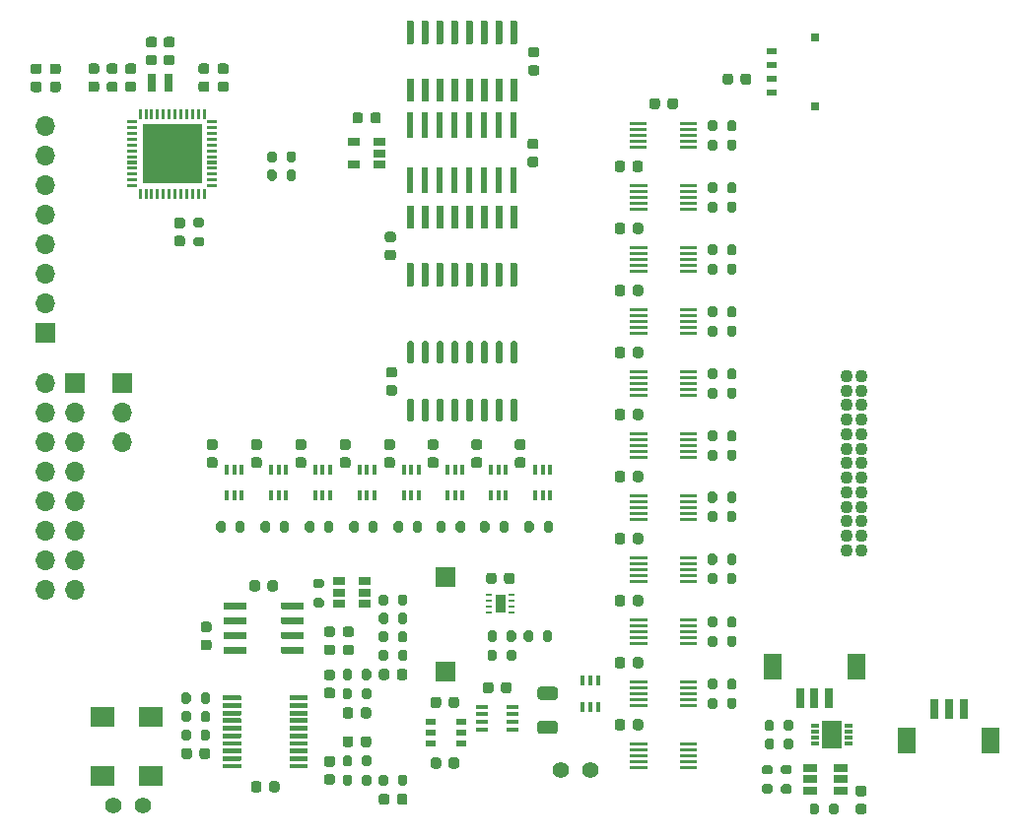
<source format=gbr>
%TF.GenerationSoftware,KiCad,Pcbnew,(5.1.10)-1*%
%TF.CreationDate,2022-12-01T07:03:53-06:00*%
%TF.ProjectId,flight_computer,666c6967-6874-45f6-936f-6d7075746572,A*%
%TF.SameCoordinates,Original*%
%TF.FileFunction,Soldermask,Top*%
%TF.FilePolarity,Negative*%
%FSLAX46Y46*%
G04 Gerber Fmt 4.6, Leading zero omitted, Abs format (unit mm)*
G04 Created by KiCad (PCBNEW (5.1.10)-1) date 2022-12-01 07:03:53*
%MOMM*%
%LPD*%
G01*
G04 APERTURE LIST*
%ADD10C,1.400000*%
%ADD11R,2.000000X1.800000*%
%ADD12R,1.700000X1.700000*%
%ADD13R,0.700000X1.800000*%
%ADD14R,1.600000X2.200000*%
%ADD15R,0.355600X0.876300*%
%ADD16R,1.220000X0.650000*%
%ADD17R,0.500000X0.250000*%
%ADD18R,0.900000X1.600000*%
%ADD19O,1.700000X1.700000*%
%ADD20C,1.100000*%
%ADD21R,0.850000X0.600000*%
%ADD22R,0.800000X0.700000*%
%ADD23R,0.876300X0.508000*%
%ADD24R,1.003300X0.457200*%
%ADD25R,0.800000X1.500000*%
%ADD26R,5.150000X5.150000*%
%ADD27R,1.752600X2.489200*%
%ADD28R,0.787400X0.304800*%
%ADD29R,0.558800X2.184400*%
%ADD30R,1.060000X0.650000*%
G04 APERTURE END LIST*
D10*
%TO.C,CLK*%
X125222000Y-133350000D03*
X122682000Y-133350000D03*
%TD*%
%TO.C,CURRENT*%
X161163000Y-130302000D03*
X163703000Y-130302000D03*
%TD*%
D11*
%TO.C,X1*%
X121750400Y-125679200D03*
X125950400Y-125679200D03*
X121750400Y-130759200D03*
X125950400Y-130759200D03*
%TD*%
D12*
%TO.C,V-*%
X151257000Y-113665000D03*
%TD*%
%TO.C,V+*%
X151257000Y-121793000D03*
%TD*%
D13*
%TO.C,J7*%
X195750500Y-124998500D03*
X194500500Y-124998500D03*
X193250500Y-124998500D03*
D14*
X190900500Y-127698500D03*
X198100500Y-127698500D03*
%TD*%
D13*
%TO.C,J1*%
X181693500Y-124048500D03*
X182943500Y-124048500D03*
X184193500Y-124048500D03*
D14*
X186543500Y-121348500D03*
X179343500Y-121348500D03*
%TD*%
D15*
%TO.C,U14*%
X164352999Y-124809250D03*
X163703000Y-124809250D03*
X163053001Y-124809250D03*
X163053001Y-122586750D03*
X163703000Y-122586750D03*
X164352999Y-122586750D03*
%TD*%
D16*
%TO.C,Q1*%
X185206000Y-130114000D03*
X185206000Y-131064000D03*
X185206000Y-132014000D03*
X182586000Y-132014000D03*
X182586000Y-131064000D03*
X182586000Y-130114000D03*
%TD*%
D17*
%TO.C,U10*%
X156906000Y-116201000D03*
X156906000Y-116701000D03*
X155006000Y-116701000D03*
X155006000Y-115701000D03*
X155006000Y-115201000D03*
D18*
X155956000Y-115951000D03*
D17*
X156906000Y-115201000D03*
X156906000Y-115701000D03*
X155006000Y-116201000D03*
%TD*%
%TO.C,R30*%
G36*
G01*
X183344000Y-133329000D02*
X183344000Y-133879000D01*
G75*
G02*
X183144000Y-134079000I-200000J0D01*
G01*
X182744000Y-134079000D01*
G75*
G02*
X182544000Y-133879000I0J200000D01*
G01*
X182544000Y-133329000D01*
G75*
G02*
X182744000Y-133129000I200000J0D01*
G01*
X183144000Y-133129000D01*
G75*
G02*
X183344000Y-133329000I0J-200000D01*
G01*
G37*
G36*
G01*
X184994000Y-133329000D02*
X184994000Y-133879000D01*
G75*
G02*
X184794000Y-134079000I-200000J0D01*
G01*
X184394000Y-134079000D01*
G75*
G02*
X184194000Y-133879000I0J200000D01*
G01*
X184194000Y-133329000D01*
G75*
G02*
X184394000Y-133129000I200000J0D01*
G01*
X184794000Y-133129000D01*
G75*
G02*
X184994000Y-133329000I0J-200000D01*
G01*
G37*
%TD*%
D19*
%TO.C,J6*%
X123444000Y-102108000D03*
X123444000Y-99568000D03*
D12*
X123444000Y-97028000D03*
%TD*%
D20*
%TO.C,J2*%
X186987500Y-111386000D03*
X186987500Y-110136000D03*
X186987500Y-108886000D03*
X186987500Y-107636000D03*
X186987500Y-106386000D03*
X186987500Y-105136000D03*
X186987500Y-103886000D03*
X186987500Y-102636000D03*
X186987500Y-101386000D03*
X186987500Y-100136000D03*
X186987500Y-98886000D03*
X186987500Y-97636000D03*
X186987500Y-96386000D03*
X185737500Y-111386000D03*
X185737500Y-110136000D03*
X185737500Y-108886000D03*
X185737500Y-107636000D03*
X185737500Y-106386000D03*
X185737500Y-105136000D03*
X185737500Y-103886000D03*
X185737500Y-102636000D03*
X185737500Y-101386000D03*
X185737500Y-100136000D03*
X185737500Y-98886000D03*
X185737500Y-97636000D03*
X185737500Y-96386000D03*
%TD*%
%TO.C,R24*%
G36*
G01*
X159394997Y-126033100D02*
X160645003Y-126033100D01*
G75*
G02*
X160895000Y-126283097I0J-249997D01*
G01*
X160895000Y-126908103D01*
G75*
G02*
X160645003Y-127158100I-249997J0D01*
G01*
X159394997Y-127158100D01*
G75*
G02*
X159145000Y-126908103I0J249997D01*
G01*
X159145000Y-126283097D01*
G75*
G02*
X159394997Y-126033100I249997J0D01*
G01*
G37*
G36*
G01*
X159394997Y-123108100D02*
X160645003Y-123108100D01*
G75*
G02*
X160895000Y-123358097I0J-249997D01*
G01*
X160895000Y-123983103D01*
G75*
G02*
X160645003Y-124233100I-249997J0D01*
G01*
X159394997Y-124233100D01*
G75*
G02*
X159145000Y-123983103I0J249997D01*
G01*
X159145000Y-123358097D01*
G75*
G02*
X159394997Y-123108100I249997J0D01*
G01*
G37*
%TD*%
%TO.C,C46*%
G36*
G01*
X165780000Y-126615000D02*
X165780000Y-126115000D01*
G75*
G02*
X166005000Y-125890000I225000J0D01*
G01*
X166455000Y-125890000D01*
G75*
G02*
X166680000Y-126115000I0J-225000D01*
G01*
X166680000Y-126615000D01*
G75*
G02*
X166455000Y-126840000I-225000J0D01*
G01*
X166005000Y-126840000D01*
G75*
G02*
X165780000Y-126615000I0J225000D01*
G01*
G37*
G36*
G01*
X167330000Y-126615000D02*
X167330000Y-126115000D01*
G75*
G02*
X167555000Y-125890000I225000J0D01*
G01*
X168005000Y-125890000D01*
G75*
G02*
X168230000Y-126115000I0J-225000D01*
G01*
X168230000Y-126615000D01*
G75*
G02*
X168005000Y-126840000I-225000J0D01*
G01*
X167555000Y-126840000D01*
G75*
G02*
X167330000Y-126615000I0J225000D01*
G01*
G37*
%TD*%
D21*
%TO.C,J5*%
X179260500Y-72031000D03*
D22*
X183035500Y-73181000D03*
X183035500Y-67281000D03*
D21*
X179260500Y-70831000D03*
X179260500Y-69631000D03*
X179260500Y-68431000D03*
%TD*%
D19*
%TO.C,J4*%
X116890800Y-114795300D03*
X119430800Y-114795300D03*
X116890800Y-112255300D03*
X119430800Y-112255300D03*
X116890800Y-109715300D03*
X119430800Y-109715300D03*
X116890800Y-107175300D03*
X119430800Y-107175300D03*
X116890800Y-104635300D03*
X119430800Y-104635300D03*
X116890800Y-102095300D03*
X119430800Y-102095300D03*
X116890800Y-99555300D03*
X119430800Y-99555300D03*
X116890800Y-97015300D03*
D12*
X119430800Y-97015300D03*
%TD*%
D19*
%TO.C,J3*%
X116903500Y-74866500D03*
X116903500Y-77406500D03*
X116903500Y-79946500D03*
X116903500Y-82486500D03*
X116903500Y-85026500D03*
X116903500Y-87566500D03*
X116903500Y-90106500D03*
D12*
X116903500Y-92646500D03*
%TD*%
D23*
%TO.C,U31*%
X152571450Y-126113499D03*
X152571450Y-127063500D03*
X152571450Y-128013501D03*
X149942550Y-128013501D03*
X149942550Y-127063500D03*
X149942550Y-126113499D03*
%TD*%
D24*
%TO.C,U13*%
X157029150Y-124818501D03*
X157029150Y-125468499D03*
X157029150Y-126118501D03*
X157029150Y-126768499D03*
X154374850Y-126768499D03*
X154374850Y-126118501D03*
X154374850Y-125468499D03*
X154374850Y-124818501D03*
%TD*%
D15*
%TO.C,U9*%
X158945501Y-104425750D03*
X159595500Y-104425750D03*
X160245499Y-104425750D03*
X160245499Y-106648250D03*
X159595500Y-106648250D03*
X158945501Y-106648250D03*
%TD*%
%TO.C,U8*%
X155135501Y-104425750D03*
X155785500Y-104425750D03*
X156435499Y-104425750D03*
X156435499Y-106648250D03*
X155785500Y-106648250D03*
X155135501Y-106648250D03*
%TD*%
%TO.C,U7*%
X151403501Y-104425750D03*
X152053500Y-104425750D03*
X152703499Y-104425750D03*
X152703499Y-106648250D03*
X152053500Y-106648250D03*
X151403501Y-106648250D03*
%TD*%
%TO.C,U6*%
X147657001Y-104425750D03*
X148307000Y-104425750D03*
X148956999Y-104425750D03*
X148956999Y-106648250D03*
X148307000Y-106648250D03*
X147657001Y-106648250D03*
%TD*%
%TO.C,U5*%
X143861501Y-104425750D03*
X144511500Y-104425750D03*
X145161499Y-104425750D03*
X145161499Y-106648250D03*
X144511500Y-106648250D03*
X143861501Y-106648250D03*
%TD*%
%TO.C,U4*%
X140051501Y-104425750D03*
X140701500Y-104425750D03*
X141351499Y-104425750D03*
X141351499Y-106648250D03*
X140701500Y-106648250D03*
X140051501Y-106648250D03*
%TD*%
%TO.C,U3*%
X136256001Y-104425750D03*
X136906000Y-104425750D03*
X137555999Y-104425750D03*
X137555999Y-106648250D03*
X136906000Y-106648250D03*
X136256001Y-106648250D03*
%TD*%
%TO.C,U2*%
X132446001Y-104425750D03*
X133096000Y-104425750D03*
X133745999Y-104425750D03*
X133745999Y-106648250D03*
X133096000Y-106648250D03*
X132446001Y-106648250D03*
%TD*%
D25*
%TO.C,Y1*%
X127496000Y-71183500D03*
X125996000Y-71183500D03*
%TD*%
D26*
%TO.C,U34*%
X127762000Y-77279500D03*
G36*
G01*
X130767000Y-74651700D02*
X130767000Y-74407300D01*
G75*
G02*
X130774800Y-74399500I7800J0D01*
G01*
X131619200Y-74399500D01*
G75*
G02*
X131627000Y-74407300I0J-7800D01*
G01*
X131627000Y-74651700D01*
G75*
G02*
X131619200Y-74659500I-7800J0D01*
G01*
X130774800Y-74659500D01*
G75*
G02*
X130767000Y-74651700I0J7800D01*
G01*
G37*
G36*
G01*
X130767000Y-75151700D02*
X130767000Y-74907300D01*
G75*
G02*
X130774800Y-74899500I7800J0D01*
G01*
X131619200Y-74899500D01*
G75*
G02*
X131627000Y-74907300I0J-7800D01*
G01*
X131627000Y-75151700D01*
G75*
G02*
X131619200Y-75159500I-7800J0D01*
G01*
X130774800Y-75159500D01*
G75*
G02*
X130767000Y-75151700I0J7800D01*
G01*
G37*
G36*
G01*
X130767000Y-75651700D02*
X130767000Y-75407300D01*
G75*
G02*
X130774800Y-75399500I7800J0D01*
G01*
X131619200Y-75399500D01*
G75*
G02*
X131627000Y-75407300I0J-7800D01*
G01*
X131627000Y-75651700D01*
G75*
G02*
X131619200Y-75659500I-7800J0D01*
G01*
X130774800Y-75659500D01*
G75*
G02*
X130767000Y-75651700I0J7800D01*
G01*
G37*
G36*
G01*
X130767000Y-76151700D02*
X130767000Y-75907300D01*
G75*
G02*
X130774800Y-75899500I7800J0D01*
G01*
X131619200Y-75899500D01*
G75*
G02*
X131627000Y-75907300I0J-7800D01*
G01*
X131627000Y-76151700D01*
G75*
G02*
X131619200Y-76159500I-7800J0D01*
G01*
X130774800Y-76159500D01*
G75*
G02*
X130767000Y-76151700I0J7800D01*
G01*
G37*
G36*
G01*
X130767000Y-76651700D02*
X130767000Y-76407300D01*
G75*
G02*
X130774800Y-76399500I7800J0D01*
G01*
X131619200Y-76399500D01*
G75*
G02*
X131627000Y-76407300I0J-7800D01*
G01*
X131627000Y-76651700D01*
G75*
G02*
X131619200Y-76659500I-7800J0D01*
G01*
X130774800Y-76659500D01*
G75*
G02*
X130767000Y-76651700I0J7800D01*
G01*
G37*
G36*
G01*
X130767000Y-77151700D02*
X130767000Y-76907300D01*
G75*
G02*
X130774800Y-76899500I7800J0D01*
G01*
X131619200Y-76899500D01*
G75*
G02*
X131627000Y-76907300I0J-7800D01*
G01*
X131627000Y-77151700D01*
G75*
G02*
X131619200Y-77159500I-7800J0D01*
G01*
X130774800Y-77159500D01*
G75*
G02*
X130767000Y-77151700I0J7800D01*
G01*
G37*
G36*
G01*
X130767000Y-77651700D02*
X130767000Y-77407300D01*
G75*
G02*
X130774800Y-77399500I7800J0D01*
G01*
X131619200Y-77399500D01*
G75*
G02*
X131627000Y-77407300I0J-7800D01*
G01*
X131627000Y-77651700D01*
G75*
G02*
X131619200Y-77659500I-7800J0D01*
G01*
X130774800Y-77659500D01*
G75*
G02*
X130767000Y-77651700I0J7800D01*
G01*
G37*
G36*
G01*
X130767000Y-78151700D02*
X130767000Y-77907300D01*
G75*
G02*
X130774800Y-77899500I7800J0D01*
G01*
X131619200Y-77899500D01*
G75*
G02*
X131627000Y-77907300I0J-7800D01*
G01*
X131627000Y-78151700D01*
G75*
G02*
X131619200Y-78159500I-7800J0D01*
G01*
X130774800Y-78159500D01*
G75*
G02*
X130767000Y-78151700I0J7800D01*
G01*
G37*
G36*
G01*
X130767000Y-78651700D02*
X130767000Y-78407300D01*
G75*
G02*
X130774800Y-78399500I7800J0D01*
G01*
X131619200Y-78399500D01*
G75*
G02*
X131627000Y-78407300I0J-7800D01*
G01*
X131627000Y-78651700D01*
G75*
G02*
X131619200Y-78659500I-7800J0D01*
G01*
X130774800Y-78659500D01*
G75*
G02*
X130767000Y-78651700I0J7800D01*
G01*
G37*
G36*
G01*
X130767000Y-79151700D02*
X130767000Y-78907300D01*
G75*
G02*
X130774800Y-78899500I7800J0D01*
G01*
X131619200Y-78899500D01*
G75*
G02*
X131627000Y-78907300I0J-7800D01*
G01*
X131627000Y-79151700D01*
G75*
G02*
X131619200Y-79159500I-7800J0D01*
G01*
X130774800Y-79159500D01*
G75*
G02*
X130767000Y-79151700I0J7800D01*
G01*
G37*
G36*
G01*
X130767000Y-79651700D02*
X130767000Y-79407300D01*
G75*
G02*
X130774800Y-79399500I7800J0D01*
G01*
X131619200Y-79399500D01*
G75*
G02*
X131627000Y-79407300I0J-7800D01*
G01*
X131627000Y-79651700D01*
G75*
G02*
X131619200Y-79659500I-7800J0D01*
G01*
X130774800Y-79659500D01*
G75*
G02*
X130767000Y-79651700I0J7800D01*
G01*
G37*
G36*
G01*
X130767000Y-80151700D02*
X130767000Y-79907300D01*
G75*
G02*
X130774800Y-79899500I7800J0D01*
G01*
X131619200Y-79899500D01*
G75*
G02*
X131627000Y-79907300I0J-7800D01*
G01*
X131627000Y-80151700D01*
G75*
G02*
X131619200Y-80159500I-7800J0D01*
G01*
X130774800Y-80159500D01*
G75*
G02*
X130767000Y-80151700I0J7800D01*
G01*
G37*
G36*
G01*
X123897000Y-80151700D02*
X123897000Y-79907300D01*
G75*
G02*
X123904800Y-79899500I7800J0D01*
G01*
X124749200Y-79899500D01*
G75*
G02*
X124757000Y-79907300I0J-7800D01*
G01*
X124757000Y-80151700D01*
G75*
G02*
X124749200Y-80159500I-7800J0D01*
G01*
X123904800Y-80159500D01*
G75*
G02*
X123897000Y-80151700I0J7800D01*
G01*
G37*
G36*
G01*
X123897000Y-79651700D02*
X123897000Y-79407300D01*
G75*
G02*
X123904800Y-79399500I7800J0D01*
G01*
X124749200Y-79399500D01*
G75*
G02*
X124757000Y-79407300I0J-7800D01*
G01*
X124757000Y-79651700D01*
G75*
G02*
X124749200Y-79659500I-7800J0D01*
G01*
X123904800Y-79659500D01*
G75*
G02*
X123897000Y-79651700I0J7800D01*
G01*
G37*
G36*
G01*
X123897000Y-79151700D02*
X123897000Y-78907300D01*
G75*
G02*
X123904800Y-78899500I7800J0D01*
G01*
X124749200Y-78899500D01*
G75*
G02*
X124757000Y-78907300I0J-7800D01*
G01*
X124757000Y-79151700D01*
G75*
G02*
X124749200Y-79159500I-7800J0D01*
G01*
X123904800Y-79159500D01*
G75*
G02*
X123897000Y-79151700I0J7800D01*
G01*
G37*
G36*
G01*
X123897000Y-78651700D02*
X123897000Y-78407300D01*
G75*
G02*
X123904800Y-78399500I7800J0D01*
G01*
X124749200Y-78399500D01*
G75*
G02*
X124757000Y-78407300I0J-7800D01*
G01*
X124757000Y-78651700D01*
G75*
G02*
X124749200Y-78659500I-7800J0D01*
G01*
X123904800Y-78659500D01*
G75*
G02*
X123897000Y-78651700I0J7800D01*
G01*
G37*
G36*
G01*
X123897000Y-78151700D02*
X123897000Y-77907300D01*
G75*
G02*
X123904800Y-77899500I7800J0D01*
G01*
X124749200Y-77899500D01*
G75*
G02*
X124757000Y-77907300I0J-7800D01*
G01*
X124757000Y-78151700D01*
G75*
G02*
X124749200Y-78159500I-7800J0D01*
G01*
X123904800Y-78159500D01*
G75*
G02*
X123897000Y-78151700I0J7800D01*
G01*
G37*
G36*
G01*
X123897000Y-77651700D02*
X123897000Y-77407300D01*
G75*
G02*
X123904800Y-77399500I7800J0D01*
G01*
X124749200Y-77399500D01*
G75*
G02*
X124757000Y-77407300I0J-7800D01*
G01*
X124757000Y-77651700D01*
G75*
G02*
X124749200Y-77659500I-7800J0D01*
G01*
X123904800Y-77659500D01*
G75*
G02*
X123897000Y-77651700I0J7800D01*
G01*
G37*
G36*
G01*
X123897000Y-77151700D02*
X123897000Y-76907300D01*
G75*
G02*
X123904800Y-76899500I7800J0D01*
G01*
X124749200Y-76899500D01*
G75*
G02*
X124757000Y-76907300I0J-7800D01*
G01*
X124757000Y-77151700D01*
G75*
G02*
X124749200Y-77159500I-7800J0D01*
G01*
X123904800Y-77159500D01*
G75*
G02*
X123897000Y-77151700I0J7800D01*
G01*
G37*
G36*
G01*
X123897000Y-76651700D02*
X123897000Y-76407300D01*
G75*
G02*
X123904800Y-76399500I7800J0D01*
G01*
X124749200Y-76399500D01*
G75*
G02*
X124757000Y-76407300I0J-7800D01*
G01*
X124757000Y-76651700D01*
G75*
G02*
X124749200Y-76659500I-7800J0D01*
G01*
X123904800Y-76659500D01*
G75*
G02*
X123897000Y-76651700I0J7800D01*
G01*
G37*
G36*
G01*
X123897000Y-76151700D02*
X123897000Y-75907300D01*
G75*
G02*
X123904800Y-75899500I7800J0D01*
G01*
X124749200Y-75899500D01*
G75*
G02*
X124757000Y-75907300I0J-7800D01*
G01*
X124757000Y-76151700D01*
G75*
G02*
X124749200Y-76159500I-7800J0D01*
G01*
X123904800Y-76159500D01*
G75*
G02*
X123897000Y-76151700I0J7800D01*
G01*
G37*
G36*
G01*
X123897000Y-75651700D02*
X123897000Y-75407300D01*
G75*
G02*
X123904800Y-75399500I7800J0D01*
G01*
X124749200Y-75399500D01*
G75*
G02*
X124757000Y-75407300I0J-7800D01*
G01*
X124757000Y-75651700D01*
G75*
G02*
X124749200Y-75659500I-7800J0D01*
G01*
X123904800Y-75659500D01*
G75*
G02*
X123897000Y-75651700I0J7800D01*
G01*
G37*
G36*
G01*
X123897000Y-75151700D02*
X123897000Y-74907300D01*
G75*
G02*
X123904800Y-74899500I7800J0D01*
G01*
X124749200Y-74899500D01*
G75*
G02*
X124757000Y-74907300I0J-7800D01*
G01*
X124757000Y-75151700D01*
G75*
G02*
X124749200Y-75159500I-7800J0D01*
G01*
X123904800Y-75159500D01*
G75*
G02*
X123897000Y-75151700I0J7800D01*
G01*
G37*
G36*
G01*
X123897000Y-74651700D02*
X123897000Y-74407300D01*
G75*
G02*
X123904800Y-74399500I7800J0D01*
G01*
X124749200Y-74399500D01*
G75*
G02*
X124757000Y-74407300I0J-7800D01*
G01*
X124757000Y-74651700D01*
G75*
G02*
X124749200Y-74659500I-7800J0D01*
G01*
X123904800Y-74659500D01*
G75*
G02*
X123897000Y-74651700I0J7800D01*
G01*
G37*
G36*
G01*
X125134200Y-74274500D02*
X124889800Y-74274500D01*
G75*
G02*
X124882000Y-74266700I0J7800D01*
G01*
X124882000Y-73422300D01*
G75*
G02*
X124889800Y-73414500I7800J0D01*
G01*
X125134200Y-73414500D01*
G75*
G02*
X125142000Y-73422300I0J-7800D01*
G01*
X125142000Y-74266700D01*
G75*
G02*
X125134200Y-74274500I-7800J0D01*
G01*
G37*
G36*
G01*
X125634200Y-74274500D02*
X125389800Y-74274500D01*
G75*
G02*
X125382000Y-74266700I0J7800D01*
G01*
X125382000Y-73422300D01*
G75*
G02*
X125389800Y-73414500I7800J0D01*
G01*
X125634200Y-73414500D01*
G75*
G02*
X125642000Y-73422300I0J-7800D01*
G01*
X125642000Y-74266700D01*
G75*
G02*
X125634200Y-74274500I-7800J0D01*
G01*
G37*
G36*
G01*
X126134200Y-74274500D02*
X125889800Y-74274500D01*
G75*
G02*
X125882000Y-74266700I0J7800D01*
G01*
X125882000Y-73422300D01*
G75*
G02*
X125889800Y-73414500I7800J0D01*
G01*
X126134200Y-73414500D01*
G75*
G02*
X126142000Y-73422300I0J-7800D01*
G01*
X126142000Y-74266700D01*
G75*
G02*
X126134200Y-74274500I-7800J0D01*
G01*
G37*
G36*
G01*
X126634200Y-74274500D02*
X126389800Y-74274500D01*
G75*
G02*
X126382000Y-74266700I0J7800D01*
G01*
X126382000Y-73422300D01*
G75*
G02*
X126389800Y-73414500I7800J0D01*
G01*
X126634200Y-73414500D01*
G75*
G02*
X126642000Y-73422300I0J-7800D01*
G01*
X126642000Y-74266700D01*
G75*
G02*
X126634200Y-74274500I-7800J0D01*
G01*
G37*
G36*
G01*
X127134200Y-74274500D02*
X126889800Y-74274500D01*
G75*
G02*
X126882000Y-74266700I0J7800D01*
G01*
X126882000Y-73422300D01*
G75*
G02*
X126889800Y-73414500I7800J0D01*
G01*
X127134200Y-73414500D01*
G75*
G02*
X127142000Y-73422300I0J-7800D01*
G01*
X127142000Y-74266700D01*
G75*
G02*
X127134200Y-74274500I-7800J0D01*
G01*
G37*
G36*
G01*
X127634200Y-74274500D02*
X127389800Y-74274500D01*
G75*
G02*
X127382000Y-74266700I0J7800D01*
G01*
X127382000Y-73422300D01*
G75*
G02*
X127389800Y-73414500I7800J0D01*
G01*
X127634200Y-73414500D01*
G75*
G02*
X127642000Y-73422300I0J-7800D01*
G01*
X127642000Y-74266700D01*
G75*
G02*
X127634200Y-74274500I-7800J0D01*
G01*
G37*
G36*
G01*
X128134200Y-74274500D02*
X127889800Y-74274500D01*
G75*
G02*
X127882000Y-74266700I0J7800D01*
G01*
X127882000Y-73422300D01*
G75*
G02*
X127889800Y-73414500I7800J0D01*
G01*
X128134200Y-73414500D01*
G75*
G02*
X128142000Y-73422300I0J-7800D01*
G01*
X128142000Y-74266700D01*
G75*
G02*
X128134200Y-74274500I-7800J0D01*
G01*
G37*
G36*
G01*
X128634200Y-74274500D02*
X128389800Y-74274500D01*
G75*
G02*
X128382000Y-74266700I0J7800D01*
G01*
X128382000Y-73422300D01*
G75*
G02*
X128389800Y-73414500I7800J0D01*
G01*
X128634200Y-73414500D01*
G75*
G02*
X128642000Y-73422300I0J-7800D01*
G01*
X128642000Y-74266700D01*
G75*
G02*
X128634200Y-74274500I-7800J0D01*
G01*
G37*
G36*
G01*
X129134200Y-74274500D02*
X128889800Y-74274500D01*
G75*
G02*
X128882000Y-74266700I0J7800D01*
G01*
X128882000Y-73422300D01*
G75*
G02*
X128889800Y-73414500I7800J0D01*
G01*
X129134200Y-73414500D01*
G75*
G02*
X129142000Y-73422300I0J-7800D01*
G01*
X129142000Y-74266700D01*
G75*
G02*
X129134200Y-74274500I-7800J0D01*
G01*
G37*
G36*
G01*
X129634200Y-74274500D02*
X129389800Y-74274500D01*
G75*
G02*
X129382000Y-74266700I0J7800D01*
G01*
X129382000Y-73422300D01*
G75*
G02*
X129389800Y-73414500I7800J0D01*
G01*
X129634200Y-73414500D01*
G75*
G02*
X129642000Y-73422300I0J-7800D01*
G01*
X129642000Y-74266700D01*
G75*
G02*
X129634200Y-74274500I-7800J0D01*
G01*
G37*
G36*
G01*
X130134200Y-74274500D02*
X129889800Y-74274500D01*
G75*
G02*
X129882000Y-74266700I0J7800D01*
G01*
X129882000Y-73422300D01*
G75*
G02*
X129889800Y-73414500I7800J0D01*
G01*
X130134200Y-73414500D01*
G75*
G02*
X130142000Y-73422300I0J-7800D01*
G01*
X130142000Y-74266700D01*
G75*
G02*
X130134200Y-74274500I-7800J0D01*
G01*
G37*
G36*
G01*
X130634200Y-74274500D02*
X130389800Y-74274500D01*
G75*
G02*
X130382000Y-74266700I0J7800D01*
G01*
X130382000Y-73422300D01*
G75*
G02*
X130389800Y-73414500I7800J0D01*
G01*
X130634200Y-73414500D01*
G75*
G02*
X130642000Y-73422300I0J-7800D01*
G01*
X130642000Y-74266700D01*
G75*
G02*
X130634200Y-74274500I-7800J0D01*
G01*
G37*
G36*
G01*
X130634200Y-81144500D02*
X130389800Y-81144500D01*
G75*
G02*
X130382000Y-81136700I0J7800D01*
G01*
X130382000Y-80292300D01*
G75*
G02*
X130389800Y-80284500I7800J0D01*
G01*
X130634200Y-80284500D01*
G75*
G02*
X130642000Y-80292300I0J-7800D01*
G01*
X130642000Y-81136700D01*
G75*
G02*
X130634200Y-81144500I-7800J0D01*
G01*
G37*
G36*
G01*
X130134200Y-81144500D02*
X129889800Y-81144500D01*
G75*
G02*
X129882000Y-81136700I0J7800D01*
G01*
X129882000Y-80292300D01*
G75*
G02*
X129889800Y-80284500I7800J0D01*
G01*
X130134200Y-80284500D01*
G75*
G02*
X130142000Y-80292300I0J-7800D01*
G01*
X130142000Y-81136700D01*
G75*
G02*
X130134200Y-81144500I-7800J0D01*
G01*
G37*
G36*
G01*
X129634200Y-81144500D02*
X129389800Y-81144500D01*
G75*
G02*
X129382000Y-81136700I0J7800D01*
G01*
X129382000Y-80292300D01*
G75*
G02*
X129389800Y-80284500I7800J0D01*
G01*
X129634200Y-80284500D01*
G75*
G02*
X129642000Y-80292300I0J-7800D01*
G01*
X129642000Y-81136700D01*
G75*
G02*
X129634200Y-81144500I-7800J0D01*
G01*
G37*
G36*
G01*
X129134200Y-81144500D02*
X128889800Y-81144500D01*
G75*
G02*
X128882000Y-81136700I0J7800D01*
G01*
X128882000Y-80292300D01*
G75*
G02*
X128889800Y-80284500I7800J0D01*
G01*
X129134200Y-80284500D01*
G75*
G02*
X129142000Y-80292300I0J-7800D01*
G01*
X129142000Y-81136700D01*
G75*
G02*
X129134200Y-81144500I-7800J0D01*
G01*
G37*
G36*
G01*
X128634200Y-81144500D02*
X128389800Y-81144500D01*
G75*
G02*
X128382000Y-81136700I0J7800D01*
G01*
X128382000Y-80292300D01*
G75*
G02*
X128389800Y-80284500I7800J0D01*
G01*
X128634200Y-80284500D01*
G75*
G02*
X128642000Y-80292300I0J-7800D01*
G01*
X128642000Y-81136700D01*
G75*
G02*
X128634200Y-81144500I-7800J0D01*
G01*
G37*
G36*
G01*
X128134200Y-81144500D02*
X127889800Y-81144500D01*
G75*
G02*
X127882000Y-81136700I0J7800D01*
G01*
X127882000Y-80292300D01*
G75*
G02*
X127889800Y-80284500I7800J0D01*
G01*
X128134200Y-80284500D01*
G75*
G02*
X128142000Y-80292300I0J-7800D01*
G01*
X128142000Y-81136700D01*
G75*
G02*
X128134200Y-81144500I-7800J0D01*
G01*
G37*
G36*
G01*
X127634200Y-81144500D02*
X127389800Y-81144500D01*
G75*
G02*
X127382000Y-81136700I0J7800D01*
G01*
X127382000Y-80292300D01*
G75*
G02*
X127389800Y-80284500I7800J0D01*
G01*
X127634200Y-80284500D01*
G75*
G02*
X127642000Y-80292300I0J-7800D01*
G01*
X127642000Y-81136700D01*
G75*
G02*
X127634200Y-81144500I-7800J0D01*
G01*
G37*
G36*
G01*
X127134200Y-81144500D02*
X126889800Y-81144500D01*
G75*
G02*
X126882000Y-81136700I0J7800D01*
G01*
X126882000Y-80292300D01*
G75*
G02*
X126889800Y-80284500I7800J0D01*
G01*
X127134200Y-80284500D01*
G75*
G02*
X127142000Y-80292300I0J-7800D01*
G01*
X127142000Y-81136700D01*
G75*
G02*
X127134200Y-81144500I-7800J0D01*
G01*
G37*
G36*
G01*
X126634200Y-81144500D02*
X126389800Y-81144500D01*
G75*
G02*
X126382000Y-81136700I0J7800D01*
G01*
X126382000Y-80292300D01*
G75*
G02*
X126389800Y-80284500I7800J0D01*
G01*
X126634200Y-80284500D01*
G75*
G02*
X126642000Y-80292300I0J-7800D01*
G01*
X126642000Y-81136700D01*
G75*
G02*
X126634200Y-81144500I-7800J0D01*
G01*
G37*
G36*
G01*
X126134200Y-81144500D02*
X125889800Y-81144500D01*
G75*
G02*
X125882000Y-81136700I0J7800D01*
G01*
X125882000Y-80292300D01*
G75*
G02*
X125889800Y-80284500I7800J0D01*
G01*
X126134200Y-80284500D01*
G75*
G02*
X126142000Y-80292300I0J-7800D01*
G01*
X126142000Y-81136700D01*
G75*
G02*
X126134200Y-81144500I-7800J0D01*
G01*
G37*
G36*
G01*
X125634200Y-81144500D02*
X125389800Y-81144500D01*
G75*
G02*
X125382000Y-81136700I0J7800D01*
G01*
X125382000Y-80292300D01*
G75*
G02*
X125389800Y-80284500I7800J0D01*
G01*
X125634200Y-80284500D01*
G75*
G02*
X125642000Y-80292300I0J-7800D01*
G01*
X125642000Y-81136700D01*
G75*
G02*
X125634200Y-81144500I-7800J0D01*
G01*
G37*
G36*
G01*
X125134200Y-81144500D02*
X124889800Y-81144500D01*
G75*
G02*
X124882000Y-81136700I0J7800D01*
G01*
X124882000Y-80292300D01*
G75*
G02*
X124889800Y-80284500I7800J0D01*
G01*
X125134200Y-80284500D01*
G75*
G02*
X125142000Y-80292300I0J-7800D01*
G01*
X125142000Y-81136700D01*
G75*
G02*
X125134200Y-81144500I-7800J0D01*
G01*
G37*
%TD*%
%TO.C,U33*%
G36*
G01*
X137126000Y-116395200D02*
X137126000Y-115887800D01*
G75*
G02*
X137167300Y-115846500I41300J0D01*
G01*
X139054700Y-115846500D01*
G75*
G02*
X139096000Y-115887800I0J-41300D01*
G01*
X139096000Y-116395200D01*
G75*
G02*
X139054700Y-116436500I-41300J0D01*
G01*
X137167300Y-116436500D01*
G75*
G02*
X137126000Y-116395200I0J41300D01*
G01*
G37*
G36*
G01*
X137126000Y-117665200D02*
X137126000Y-117157800D01*
G75*
G02*
X137167300Y-117116500I41300J0D01*
G01*
X139054700Y-117116500D01*
G75*
G02*
X139096000Y-117157800I0J-41300D01*
G01*
X139096000Y-117665200D01*
G75*
G02*
X139054700Y-117706500I-41300J0D01*
G01*
X137167300Y-117706500D01*
G75*
G02*
X137126000Y-117665200I0J41300D01*
G01*
G37*
G36*
G01*
X137126000Y-118935200D02*
X137126000Y-118427800D01*
G75*
G02*
X137167300Y-118386500I41300J0D01*
G01*
X139054700Y-118386500D01*
G75*
G02*
X139096000Y-118427800I0J-41300D01*
G01*
X139096000Y-118935200D01*
G75*
G02*
X139054700Y-118976500I-41300J0D01*
G01*
X137167300Y-118976500D01*
G75*
G02*
X137126000Y-118935200I0J41300D01*
G01*
G37*
G36*
G01*
X137126000Y-120205200D02*
X137126000Y-119697800D01*
G75*
G02*
X137167300Y-119656500I41300J0D01*
G01*
X139054700Y-119656500D01*
G75*
G02*
X139096000Y-119697800I0J-41300D01*
G01*
X139096000Y-120205200D01*
G75*
G02*
X139054700Y-120246500I-41300J0D01*
G01*
X137167300Y-120246500D01*
G75*
G02*
X137126000Y-120205200I0J41300D01*
G01*
G37*
G36*
G01*
X132176000Y-120205200D02*
X132176000Y-119697800D01*
G75*
G02*
X132217300Y-119656500I41300J0D01*
G01*
X134104700Y-119656500D01*
G75*
G02*
X134146000Y-119697800I0J-41300D01*
G01*
X134146000Y-120205200D01*
G75*
G02*
X134104700Y-120246500I-41300J0D01*
G01*
X132217300Y-120246500D01*
G75*
G02*
X132176000Y-120205200I0J41300D01*
G01*
G37*
G36*
G01*
X132176000Y-118935200D02*
X132176000Y-118427800D01*
G75*
G02*
X132217300Y-118386500I41300J0D01*
G01*
X134104700Y-118386500D01*
G75*
G02*
X134146000Y-118427800I0J-41300D01*
G01*
X134146000Y-118935200D01*
G75*
G02*
X134104700Y-118976500I-41300J0D01*
G01*
X132217300Y-118976500D01*
G75*
G02*
X132176000Y-118935200I0J41300D01*
G01*
G37*
G36*
G01*
X132176000Y-117665200D02*
X132176000Y-117157800D01*
G75*
G02*
X132217300Y-117116500I41300J0D01*
G01*
X134104700Y-117116500D01*
G75*
G02*
X134146000Y-117157800I0J-41300D01*
G01*
X134146000Y-117665200D01*
G75*
G02*
X134104700Y-117706500I-41300J0D01*
G01*
X132217300Y-117706500D01*
G75*
G02*
X132176000Y-117665200I0J41300D01*
G01*
G37*
G36*
G01*
X132176000Y-116395200D02*
X132176000Y-115887800D01*
G75*
G02*
X132217300Y-115846500I41300J0D01*
G01*
X134104700Y-115846500D01*
G75*
G02*
X134146000Y-115887800I0J-41300D01*
G01*
X134146000Y-116395200D01*
G75*
G02*
X134104700Y-116436500I-41300J0D01*
G01*
X132217300Y-116436500D01*
G75*
G02*
X132176000Y-116395200I0J41300D01*
G01*
G37*
%TD*%
D27*
%TO.C,U30*%
X184431199Y-127195100D03*
D28*
X185891699Y-126445100D03*
X185891699Y-126945100D03*
X185891699Y-127445100D03*
X185891699Y-127945100D03*
X182970699Y-127945100D03*
X182970699Y-127445100D03*
X182970699Y-126945100D03*
X182970699Y-126445100D03*
%TD*%
%TO.C,U29*%
G36*
G01*
X167104500Y-122826800D02*
X167104500Y-122569200D01*
G75*
G02*
X167115700Y-122558000I11200J0D01*
G01*
X168563300Y-122558000D01*
G75*
G02*
X168574500Y-122569200I0J-11200D01*
G01*
X168574500Y-122826800D01*
G75*
G02*
X168563300Y-122838000I-11200J0D01*
G01*
X167115700Y-122838000D01*
G75*
G02*
X167104500Y-122826800I0J11200D01*
G01*
G37*
G36*
G01*
X167104500Y-123326800D02*
X167104500Y-123069200D01*
G75*
G02*
X167115700Y-123058000I11200J0D01*
G01*
X168563300Y-123058000D01*
G75*
G02*
X168574500Y-123069200I0J-11200D01*
G01*
X168574500Y-123326800D01*
G75*
G02*
X168563300Y-123338000I-11200J0D01*
G01*
X167115700Y-123338000D01*
G75*
G02*
X167104500Y-123326800I0J11200D01*
G01*
G37*
G36*
G01*
X167104500Y-123826800D02*
X167104500Y-123569200D01*
G75*
G02*
X167115700Y-123558000I11200J0D01*
G01*
X168563300Y-123558000D01*
G75*
G02*
X168574500Y-123569200I0J-11200D01*
G01*
X168574500Y-123826800D01*
G75*
G02*
X168563300Y-123838000I-11200J0D01*
G01*
X167115700Y-123838000D01*
G75*
G02*
X167104500Y-123826800I0J11200D01*
G01*
G37*
G36*
G01*
X167104500Y-124326800D02*
X167104500Y-124069200D01*
G75*
G02*
X167115700Y-124058000I11200J0D01*
G01*
X168563300Y-124058000D01*
G75*
G02*
X168574500Y-124069200I0J-11200D01*
G01*
X168574500Y-124326800D01*
G75*
G02*
X168563300Y-124338000I-11200J0D01*
G01*
X167115700Y-124338000D01*
G75*
G02*
X167104500Y-124326800I0J11200D01*
G01*
G37*
G36*
G01*
X167104500Y-124826800D02*
X167104500Y-124569200D01*
G75*
G02*
X167115700Y-124558000I11200J0D01*
G01*
X168563300Y-124558000D01*
G75*
G02*
X168574500Y-124569200I0J-11200D01*
G01*
X168574500Y-124826800D01*
G75*
G02*
X168563300Y-124838000I-11200J0D01*
G01*
X167115700Y-124838000D01*
G75*
G02*
X167104500Y-124826800I0J11200D01*
G01*
G37*
G36*
G01*
X171404500Y-124826800D02*
X171404500Y-124569200D01*
G75*
G02*
X171415700Y-124558000I11200J0D01*
G01*
X172863300Y-124558000D01*
G75*
G02*
X172874500Y-124569200I0J-11200D01*
G01*
X172874500Y-124826800D01*
G75*
G02*
X172863300Y-124838000I-11200J0D01*
G01*
X171415700Y-124838000D01*
G75*
G02*
X171404500Y-124826800I0J11200D01*
G01*
G37*
G36*
G01*
X171404500Y-124326800D02*
X171404500Y-124069200D01*
G75*
G02*
X171415700Y-124058000I11200J0D01*
G01*
X172863300Y-124058000D01*
G75*
G02*
X172874500Y-124069200I0J-11200D01*
G01*
X172874500Y-124326800D01*
G75*
G02*
X172863300Y-124338000I-11200J0D01*
G01*
X171415700Y-124338000D01*
G75*
G02*
X171404500Y-124326800I0J11200D01*
G01*
G37*
G36*
G01*
X171404500Y-123826800D02*
X171404500Y-123569200D01*
G75*
G02*
X171415700Y-123558000I11200J0D01*
G01*
X172863300Y-123558000D01*
G75*
G02*
X172874500Y-123569200I0J-11200D01*
G01*
X172874500Y-123826800D01*
G75*
G02*
X172863300Y-123838000I-11200J0D01*
G01*
X171415700Y-123838000D01*
G75*
G02*
X171404500Y-123826800I0J11200D01*
G01*
G37*
G36*
G01*
X171404500Y-123326800D02*
X171404500Y-123069200D01*
G75*
G02*
X171415700Y-123058000I11200J0D01*
G01*
X172863300Y-123058000D01*
G75*
G02*
X172874500Y-123069200I0J-11200D01*
G01*
X172874500Y-123326800D01*
G75*
G02*
X172863300Y-123338000I-11200J0D01*
G01*
X171415700Y-123338000D01*
G75*
G02*
X171404500Y-123326800I0J11200D01*
G01*
G37*
G36*
G01*
X171404500Y-122826800D02*
X171404500Y-122569200D01*
G75*
G02*
X171415700Y-122558000I11200J0D01*
G01*
X172863300Y-122558000D01*
G75*
G02*
X172874500Y-122569200I0J-11200D01*
G01*
X172874500Y-122826800D01*
G75*
G02*
X172863300Y-122838000I-11200J0D01*
G01*
X171415700Y-122838000D01*
G75*
G02*
X171404500Y-122826800I0J11200D01*
G01*
G37*
%TD*%
%TO.C,U28*%
G36*
G01*
X167104500Y-117492800D02*
X167104500Y-117235200D01*
G75*
G02*
X167115700Y-117224000I11200J0D01*
G01*
X168563300Y-117224000D01*
G75*
G02*
X168574500Y-117235200I0J-11200D01*
G01*
X168574500Y-117492800D01*
G75*
G02*
X168563300Y-117504000I-11200J0D01*
G01*
X167115700Y-117504000D01*
G75*
G02*
X167104500Y-117492800I0J11200D01*
G01*
G37*
G36*
G01*
X167104500Y-117992800D02*
X167104500Y-117735200D01*
G75*
G02*
X167115700Y-117724000I11200J0D01*
G01*
X168563300Y-117724000D01*
G75*
G02*
X168574500Y-117735200I0J-11200D01*
G01*
X168574500Y-117992800D01*
G75*
G02*
X168563300Y-118004000I-11200J0D01*
G01*
X167115700Y-118004000D01*
G75*
G02*
X167104500Y-117992800I0J11200D01*
G01*
G37*
G36*
G01*
X167104500Y-118492800D02*
X167104500Y-118235200D01*
G75*
G02*
X167115700Y-118224000I11200J0D01*
G01*
X168563300Y-118224000D01*
G75*
G02*
X168574500Y-118235200I0J-11200D01*
G01*
X168574500Y-118492800D01*
G75*
G02*
X168563300Y-118504000I-11200J0D01*
G01*
X167115700Y-118504000D01*
G75*
G02*
X167104500Y-118492800I0J11200D01*
G01*
G37*
G36*
G01*
X167104500Y-118992800D02*
X167104500Y-118735200D01*
G75*
G02*
X167115700Y-118724000I11200J0D01*
G01*
X168563300Y-118724000D01*
G75*
G02*
X168574500Y-118735200I0J-11200D01*
G01*
X168574500Y-118992800D01*
G75*
G02*
X168563300Y-119004000I-11200J0D01*
G01*
X167115700Y-119004000D01*
G75*
G02*
X167104500Y-118992800I0J11200D01*
G01*
G37*
G36*
G01*
X167104500Y-119492800D02*
X167104500Y-119235200D01*
G75*
G02*
X167115700Y-119224000I11200J0D01*
G01*
X168563300Y-119224000D01*
G75*
G02*
X168574500Y-119235200I0J-11200D01*
G01*
X168574500Y-119492800D01*
G75*
G02*
X168563300Y-119504000I-11200J0D01*
G01*
X167115700Y-119504000D01*
G75*
G02*
X167104500Y-119492800I0J11200D01*
G01*
G37*
G36*
G01*
X171404500Y-119492800D02*
X171404500Y-119235200D01*
G75*
G02*
X171415700Y-119224000I11200J0D01*
G01*
X172863300Y-119224000D01*
G75*
G02*
X172874500Y-119235200I0J-11200D01*
G01*
X172874500Y-119492800D01*
G75*
G02*
X172863300Y-119504000I-11200J0D01*
G01*
X171415700Y-119504000D01*
G75*
G02*
X171404500Y-119492800I0J11200D01*
G01*
G37*
G36*
G01*
X171404500Y-118992800D02*
X171404500Y-118735200D01*
G75*
G02*
X171415700Y-118724000I11200J0D01*
G01*
X172863300Y-118724000D01*
G75*
G02*
X172874500Y-118735200I0J-11200D01*
G01*
X172874500Y-118992800D01*
G75*
G02*
X172863300Y-119004000I-11200J0D01*
G01*
X171415700Y-119004000D01*
G75*
G02*
X171404500Y-118992800I0J11200D01*
G01*
G37*
G36*
G01*
X171404500Y-118492800D02*
X171404500Y-118235200D01*
G75*
G02*
X171415700Y-118224000I11200J0D01*
G01*
X172863300Y-118224000D01*
G75*
G02*
X172874500Y-118235200I0J-11200D01*
G01*
X172874500Y-118492800D01*
G75*
G02*
X172863300Y-118504000I-11200J0D01*
G01*
X171415700Y-118504000D01*
G75*
G02*
X171404500Y-118492800I0J11200D01*
G01*
G37*
G36*
G01*
X171404500Y-117992800D02*
X171404500Y-117735200D01*
G75*
G02*
X171415700Y-117724000I11200J0D01*
G01*
X172863300Y-117724000D01*
G75*
G02*
X172874500Y-117735200I0J-11200D01*
G01*
X172874500Y-117992800D01*
G75*
G02*
X172863300Y-118004000I-11200J0D01*
G01*
X171415700Y-118004000D01*
G75*
G02*
X171404500Y-117992800I0J11200D01*
G01*
G37*
G36*
G01*
X171404500Y-117492800D02*
X171404500Y-117235200D01*
G75*
G02*
X171415700Y-117224000I11200J0D01*
G01*
X172863300Y-117224000D01*
G75*
G02*
X172874500Y-117235200I0J-11200D01*
G01*
X172874500Y-117492800D01*
G75*
G02*
X172863300Y-117504000I-11200J0D01*
G01*
X171415700Y-117504000D01*
G75*
G02*
X171404500Y-117492800I0J11200D01*
G01*
G37*
%TD*%
%TO.C,U27*%
G36*
G01*
X167104500Y-112158800D02*
X167104500Y-111901200D01*
G75*
G02*
X167115700Y-111890000I11200J0D01*
G01*
X168563300Y-111890000D01*
G75*
G02*
X168574500Y-111901200I0J-11200D01*
G01*
X168574500Y-112158800D01*
G75*
G02*
X168563300Y-112170000I-11200J0D01*
G01*
X167115700Y-112170000D01*
G75*
G02*
X167104500Y-112158800I0J11200D01*
G01*
G37*
G36*
G01*
X167104500Y-112658800D02*
X167104500Y-112401200D01*
G75*
G02*
X167115700Y-112390000I11200J0D01*
G01*
X168563300Y-112390000D01*
G75*
G02*
X168574500Y-112401200I0J-11200D01*
G01*
X168574500Y-112658800D01*
G75*
G02*
X168563300Y-112670000I-11200J0D01*
G01*
X167115700Y-112670000D01*
G75*
G02*
X167104500Y-112658800I0J11200D01*
G01*
G37*
G36*
G01*
X167104500Y-113158800D02*
X167104500Y-112901200D01*
G75*
G02*
X167115700Y-112890000I11200J0D01*
G01*
X168563300Y-112890000D01*
G75*
G02*
X168574500Y-112901200I0J-11200D01*
G01*
X168574500Y-113158800D01*
G75*
G02*
X168563300Y-113170000I-11200J0D01*
G01*
X167115700Y-113170000D01*
G75*
G02*
X167104500Y-113158800I0J11200D01*
G01*
G37*
G36*
G01*
X167104500Y-113658800D02*
X167104500Y-113401200D01*
G75*
G02*
X167115700Y-113390000I11200J0D01*
G01*
X168563300Y-113390000D01*
G75*
G02*
X168574500Y-113401200I0J-11200D01*
G01*
X168574500Y-113658800D01*
G75*
G02*
X168563300Y-113670000I-11200J0D01*
G01*
X167115700Y-113670000D01*
G75*
G02*
X167104500Y-113658800I0J11200D01*
G01*
G37*
G36*
G01*
X167104500Y-114158800D02*
X167104500Y-113901200D01*
G75*
G02*
X167115700Y-113890000I11200J0D01*
G01*
X168563300Y-113890000D01*
G75*
G02*
X168574500Y-113901200I0J-11200D01*
G01*
X168574500Y-114158800D01*
G75*
G02*
X168563300Y-114170000I-11200J0D01*
G01*
X167115700Y-114170000D01*
G75*
G02*
X167104500Y-114158800I0J11200D01*
G01*
G37*
G36*
G01*
X171404500Y-114158800D02*
X171404500Y-113901200D01*
G75*
G02*
X171415700Y-113890000I11200J0D01*
G01*
X172863300Y-113890000D01*
G75*
G02*
X172874500Y-113901200I0J-11200D01*
G01*
X172874500Y-114158800D01*
G75*
G02*
X172863300Y-114170000I-11200J0D01*
G01*
X171415700Y-114170000D01*
G75*
G02*
X171404500Y-114158800I0J11200D01*
G01*
G37*
G36*
G01*
X171404500Y-113658800D02*
X171404500Y-113401200D01*
G75*
G02*
X171415700Y-113390000I11200J0D01*
G01*
X172863300Y-113390000D01*
G75*
G02*
X172874500Y-113401200I0J-11200D01*
G01*
X172874500Y-113658800D01*
G75*
G02*
X172863300Y-113670000I-11200J0D01*
G01*
X171415700Y-113670000D01*
G75*
G02*
X171404500Y-113658800I0J11200D01*
G01*
G37*
G36*
G01*
X171404500Y-113158800D02*
X171404500Y-112901200D01*
G75*
G02*
X171415700Y-112890000I11200J0D01*
G01*
X172863300Y-112890000D01*
G75*
G02*
X172874500Y-112901200I0J-11200D01*
G01*
X172874500Y-113158800D01*
G75*
G02*
X172863300Y-113170000I-11200J0D01*
G01*
X171415700Y-113170000D01*
G75*
G02*
X171404500Y-113158800I0J11200D01*
G01*
G37*
G36*
G01*
X171404500Y-112658800D02*
X171404500Y-112401200D01*
G75*
G02*
X171415700Y-112390000I11200J0D01*
G01*
X172863300Y-112390000D01*
G75*
G02*
X172874500Y-112401200I0J-11200D01*
G01*
X172874500Y-112658800D01*
G75*
G02*
X172863300Y-112670000I-11200J0D01*
G01*
X171415700Y-112670000D01*
G75*
G02*
X171404500Y-112658800I0J11200D01*
G01*
G37*
G36*
G01*
X171404500Y-112158800D02*
X171404500Y-111901200D01*
G75*
G02*
X171415700Y-111890000I11200J0D01*
G01*
X172863300Y-111890000D01*
G75*
G02*
X172874500Y-111901200I0J-11200D01*
G01*
X172874500Y-112158800D01*
G75*
G02*
X172863300Y-112170000I-11200J0D01*
G01*
X171415700Y-112170000D01*
G75*
G02*
X171404500Y-112158800I0J11200D01*
G01*
G37*
%TD*%
%TO.C,U26*%
G36*
G01*
X167104500Y-106824800D02*
X167104500Y-106567200D01*
G75*
G02*
X167115700Y-106556000I11200J0D01*
G01*
X168563300Y-106556000D01*
G75*
G02*
X168574500Y-106567200I0J-11200D01*
G01*
X168574500Y-106824800D01*
G75*
G02*
X168563300Y-106836000I-11200J0D01*
G01*
X167115700Y-106836000D01*
G75*
G02*
X167104500Y-106824800I0J11200D01*
G01*
G37*
G36*
G01*
X167104500Y-107324800D02*
X167104500Y-107067200D01*
G75*
G02*
X167115700Y-107056000I11200J0D01*
G01*
X168563300Y-107056000D01*
G75*
G02*
X168574500Y-107067200I0J-11200D01*
G01*
X168574500Y-107324800D01*
G75*
G02*
X168563300Y-107336000I-11200J0D01*
G01*
X167115700Y-107336000D01*
G75*
G02*
X167104500Y-107324800I0J11200D01*
G01*
G37*
G36*
G01*
X167104500Y-107824800D02*
X167104500Y-107567200D01*
G75*
G02*
X167115700Y-107556000I11200J0D01*
G01*
X168563300Y-107556000D01*
G75*
G02*
X168574500Y-107567200I0J-11200D01*
G01*
X168574500Y-107824800D01*
G75*
G02*
X168563300Y-107836000I-11200J0D01*
G01*
X167115700Y-107836000D01*
G75*
G02*
X167104500Y-107824800I0J11200D01*
G01*
G37*
G36*
G01*
X167104500Y-108324800D02*
X167104500Y-108067200D01*
G75*
G02*
X167115700Y-108056000I11200J0D01*
G01*
X168563300Y-108056000D01*
G75*
G02*
X168574500Y-108067200I0J-11200D01*
G01*
X168574500Y-108324800D01*
G75*
G02*
X168563300Y-108336000I-11200J0D01*
G01*
X167115700Y-108336000D01*
G75*
G02*
X167104500Y-108324800I0J11200D01*
G01*
G37*
G36*
G01*
X167104500Y-108824800D02*
X167104500Y-108567200D01*
G75*
G02*
X167115700Y-108556000I11200J0D01*
G01*
X168563300Y-108556000D01*
G75*
G02*
X168574500Y-108567200I0J-11200D01*
G01*
X168574500Y-108824800D01*
G75*
G02*
X168563300Y-108836000I-11200J0D01*
G01*
X167115700Y-108836000D01*
G75*
G02*
X167104500Y-108824800I0J11200D01*
G01*
G37*
G36*
G01*
X171404500Y-108824800D02*
X171404500Y-108567200D01*
G75*
G02*
X171415700Y-108556000I11200J0D01*
G01*
X172863300Y-108556000D01*
G75*
G02*
X172874500Y-108567200I0J-11200D01*
G01*
X172874500Y-108824800D01*
G75*
G02*
X172863300Y-108836000I-11200J0D01*
G01*
X171415700Y-108836000D01*
G75*
G02*
X171404500Y-108824800I0J11200D01*
G01*
G37*
G36*
G01*
X171404500Y-108324800D02*
X171404500Y-108067200D01*
G75*
G02*
X171415700Y-108056000I11200J0D01*
G01*
X172863300Y-108056000D01*
G75*
G02*
X172874500Y-108067200I0J-11200D01*
G01*
X172874500Y-108324800D01*
G75*
G02*
X172863300Y-108336000I-11200J0D01*
G01*
X171415700Y-108336000D01*
G75*
G02*
X171404500Y-108324800I0J11200D01*
G01*
G37*
G36*
G01*
X171404500Y-107824800D02*
X171404500Y-107567200D01*
G75*
G02*
X171415700Y-107556000I11200J0D01*
G01*
X172863300Y-107556000D01*
G75*
G02*
X172874500Y-107567200I0J-11200D01*
G01*
X172874500Y-107824800D01*
G75*
G02*
X172863300Y-107836000I-11200J0D01*
G01*
X171415700Y-107836000D01*
G75*
G02*
X171404500Y-107824800I0J11200D01*
G01*
G37*
G36*
G01*
X171404500Y-107324800D02*
X171404500Y-107067200D01*
G75*
G02*
X171415700Y-107056000I11200J0D01*
G01*
X172863300Y-107056000D01*
G75*
G02*
X172874500Y-107067200I0J-11200D01*
G01*
X172874500Y-107324800D01*
G75*
G02*
X172863300Y-107336000I-11200J0D01*
G01*
X171415700Y-107336000D01*
G75*
G02*
X171404500Y-107324800I0J11200D01*
G01*
G37*
G36*
G01*
X171404500Y-106824800D02*
X171404500Y-106567200D01*
G75*
G02*
X171415700Y-106556000I11200J0D01*
G01*
X172863300Y-106556000D01*
G75*
G02*
X172874500Y-106567200I0J-11200D01*
G01*
X172874500Y-106824800D01*
G75*
G02*
X172863300Y-106836000I-11200J0D01*
G01*
X171415700Y-106836000D01*
G75*
G02*
X171404500Y-106824800I0J11200D01*
G01*
G37*
%TD*%
%TO.C,U25*%
G36*
G01*
X167104500Y-101490800D02*
X167104500Y-101233200D01*
G75*
G02*
X167115700Y-101222000I11200J0D01*
G01*
X168563300Y-101222000D01*
G75*
G02*
X168574500Y-101233200I0J-11200D01*
G01*
X168574500Y-101490800D01*
G75*
G02*
X168563300Y-101502000I-11200J0D01*
G01*
X167115700Y-101502000D01*
G75*
G02*
X167104500Y-101490800I0J11200D01*
G01*
G37*
G36*
G01*
X167104500Y-101990800D02*
X167104500Y-101733200D01*
G75*
G02*
X167115700Y-101722000I11200J0D01*
G01*
X168563300Y-101722000D01*
G75*
G02*
X168574500Y-101733200I0J-11200D01*
G01*
X168574500Y-101990800D01*
G75*
G02*
X168563300Y-102002000I-11200J0D01*
G01*
X167115700Y-102002000D01*
G75*
G02*
X167104500Y-101990800I0J11200D01*
G01*
G37*
G36*
G01*
X167104500Y-102490800D02*
X167104500Y-102233200D01*
G75*
G02*
X167115700Y-102222000I11200J0D01*
G01*
X168563300Y-102222000D01*
G75*
G02*
X168574500Y-102233200I0J-11200D01*
G01*
X168574500Y-102490800D01*
G75*
G02*
X168563300Y-102502000I-11200J0D01*
G01*
X167115700Y-102502000D01*
G75*
G02*
X167104500Y-102490800I0J11200D01*
G01*
G37*
G36*
G01*
X167104500Y-102990800D02*
X167104500Y-102733200D01*
G75*
G02*
X167115700Y-102722000I11200J0D01*
G01*
X168563300Y-102722000D01*
G75*
G02*
X168574500Y-102733200I0J-11200D01*
G01*
X168574500Y-102990800D01*
G75*
G02*
X168563300Y-103002000I-11200J0D01*
G01*
X167115700Y-103002000D01*
G75*
G02*
X167104500Y-102990800I0J11200D01*
G01*
G37*
G36*
G01*
X167104500Y-103490800D02*
X167104500Y-103233200D01*
G75*
G02*
X167115700Y-103222000I11200J0D01*
G01*
X168563300Y-103222000D01*
G75*
G02*
X168574500Y-103233200I0J-11200D01*
G01*
X168574500Y-103490800D01*
G75*
G02*
X168563300Y-103502000I-11200J0D01*
G01*
X167115700Y-103502000D01*
G75*
G02*
X167104500Y-103490800I0J11200D01*
G01*
G37*
G36*
G01*
X171404500Y-103490800D02*
X171404500Y-103233200D01*
G75*
G02*
X171415700Y-103222000I11200J0D01*
G01*
X172863300Y-103222000D01*
G75*
G02*
X172874500Y-103233200I0J-11200D01*
G01*
X172874500Y-103490800D01*
G75*
G02*
X172863300Y-103502000I-11200J0D01*
G01*
X171415700Y-103502000D01*
G75*
G02*
X171404500Y-103490800I0J11200D01*
G01*
G37*
G36*
G01*
X171404500Y-102990800D02*
X171404500Y-102733200D01*
G75*
G02*
X171415700Y-102722000I11200J0D01*
G01*
X172863300Y-102722000D01*
G75*
G02*
X172874500Y-102733200I0J-11200D01*
G01*
X172874500Y-102990800D01*
G75*
G02*
X172863300Y-103002000I-11200J0D01*
G01*
X171415700Y-103002000D01*
G75*
G02*
X171404500Y-102990800I0J11200D01*
G01*
G37*
G36*
G01*
X171404500Y-102490800D02*
X171404500Y-102233200D01*
G75*
G02*
X171415700Y-102222000I11200J0D01*
G01*
X172863300Y-102222000D01*
G75*
G02*
X172874500Y-102233200I0J-11200D01*
G01*
X172874500Y-102490800D01*
G75*
G02*
X172863300Y-102502000I-11200J0D01*
G01*
X171415700Y-102502000D01*
G75*
G02*
X171404500Y-102490800I0J11200D01*
G01*
G37*
G36*
G01*
X171404500Y-101990800D02*
X171404500Y-101733200D01*
G75*
G02*
X171415700Y-101722000I11200J0D01*
G01*
X172863300Y-101722000D01*
G75*
G02*
X172874500Y-101733200I0J-11200D01*
G01*
X172874500Y-101990800D01*
G75*
G02*
X172863300Y-102002000I-11200J0D01*
G01*
X171415700Y-102002000D01*
G75*
G02*
X171404500Y-101990800I0J11200D01*
G01*
G37*
G36*
G01*
X171404500Y-101490800D02*
X171404500Y-101233200D01*
G75*
G02*
X171415700Y-101222000I11200J0D01*
G01*
X172863300Y-101222000D01*
G75*
G02*
X172874500Y-101233200I0J-11200D01*
G01*
X172874500Y-101490800D01*
G75*
G02*
X172863300Y-101502000I-11200J0D01*
G01*
X171415700Y-101502000D01*
G75*
G02*
X171404500Y-101490800I0J11200D01*
G01*
G37*
%TD*%
%TO.C,U24*%
G36*
G01*
X167104500Y-96156800D02*
X167104500Y-95899200D01*
G75*
G02*
X167115700Y-95888000I11200J0D01*
G01*
X168563300Y-95888000D01*
G75*
G02*
X168574500Y-95899200I0J-11200D01*
G01*
X168574500Y-96156800D01*
G75*
G02*
X168563300Y-96168000I-11200J0D01*
G01*
X167115700Y-96168000D01*
G75*
G02*
X167104500Y-96156800I0J11200D01*
G01*
G37*
G36*
G01*
X167104500Y-96656800D02*
X167104500Y-96399200D01*
G75*
G02*
X167115700Y-96388000I11200J0D01*
G01*
X168563300Y-96388000D01*
G75*
G02*
X168574500Y-96399200I0J-11200D01*
G01*
X168574500Y-96656800D01*
G75*
G02*
X168563300Y-96668000I-11200J0D01*
G01*
X167115700Y-96668000D01*
G75*
G02*
X167104500Y-96656800I0J11200D01*
G01*
G37*
G36*
G01*
X167104500Y-97156800D02*
X167104500Y-96899200D01*
G75*
G02*
X167115700Y-96888000I11200J0D01*
G01*
X168563300Y-96888000D01*
G75*
G02*
X168574500Y-96899200I0J-11200D01*
G01*
X168574500Y-97156800D01*
G75*
G02*
X168563300Y-97168000I-11200J0D01*
G01*
X167115700Y-97168000D01*
G75*
G02*
X167104500Y-97156800I0J11200D01*
G01*
G37*
G36*
G01*
X167104500Y-97656800D02*
X167104500Y-97399200D01*
G75*
G02*
X167115700Y-97388000I11200J0D01*
G01*
X168563300Y-97388000D01*
G75*
G02*
X168574500Y-97399200I0J-11200D01*
G01*
X168574500Y-97656800D01*
G75*
G02*
X168563300Y-97668000I-11200J0D01*
G01*
X167115700Y-97668000D01*
G75*
G02*
X167104500Y-97656800I0J11200D01*
G01*
G37*
G36*
G01*
X167104500Y-98156800D02*
X167104500Y-97899200D01*
G75*
G02*
X167115700Y-97888000I11200J0D01*
G01*
X168563300Y-97888000D01*
G75*
G02*
X168574500Y-97899200I0J-11200D01*
G01*
X168574500Y-98156800D01*
G75*
G02*
X168563300Y-98168000I-11200J0D01*
G01*
X167115700Y-98168000D01*
G75*
G02*
X167104500Y-98156800I0J11200D01*
G01*
G37*
G36*
G01*
X171404500Y-98156800D02*
X171404500Y-97899200D01*
G75*
G02*
X171415700Y-97888000I11200J0D01*
G01*
X172863300Y-97888000D01*
G75*
G02*
X172874500Y-97899200I0J-11200D01*
G01*
X172874500Y-98156800D01*
G75*
G02*
X172863300Y-98168000I-11200J0D01*
G01*
X171415700Y-98168000D01*
G75*
G02*
X171404500Y-98156800I0J11200D01*
G01*
G37*
G36*
G01*
X171404500Y-97656800D02*
X171404500Y-97399200D01*
G75*
G02*
X171415700Y-97388000I11200J0D01*
G01*
X172863300Y-97388000D01*
G75*
G02*
X172874500Y-97399200I0J-11200D01*
G01*
X172874500Y-97656800D01*
G75*
G02*
X172863300Y-97668000I-11200J0D01*
G01*
X171415700Y-97668000D01*
G75*
G02*
X171404500Y-97656800I0J11200D01*
G01*
G37*
G36*
G01*
X171404500Y-97156800D02*
X171404500Y-96899200D01*
G75*
G02*
X171415700Y-96888000I11200J0D01*
G01*
X172863300Y-96888000D01*
G75*
G02*
X172874500Y-96899200I0J-11200D01*
G01*
X172874500Y-97156800D01*
G75*
G02*
X172863300Y-97168000I-11200J0D01*
G01*
X171415700Y-97168000D01*
G75*
G02*
X171404500Y-97156800I0J11200D01*
G01*
G37*
G36*
G01*
X171404500Y-96656800D02*
X171404500Y-96399200D01*
G75*
G02*
X171415700Y-96388000I11200J0D01*
G01*
X172863300Y-96388000D01*
G75*
G02*
X172874500Y-96399200I0J-11200D01*
G01*
X172874500Y-96656800D01*
G75*
G02*
X172863300Y-96668000I-11200J0D01*
G01*
X171415700Y-96668000D01*
G75*
G02*
X171404500Y-96656800I0J11200D01*
G01*
G37*
G36*
G01*
X171404500Y-96156800D02*
X171404500Y-95899200D01*
G75*
G02*
X171415700Y-95888000I11200J0D01*
G01*
X172863300Y-95888000D01*
G75*
G02*
X172874500Y-95899200I0J-11200D01*
G01*
X172874500Y-96156800D01*
G75*
G02*
X172863300Y-96168000I-11200J0D01*
G01*
X171415700Y-96168000D01*
G75*
G02*
X171404500Y-96156800I0J11200D01*
G01*
G37*
%TD*%
%TO.C,U23*%
G36*
G01*
X167104500Y-90822800D02*
X167104500Y-90565200D01*
G75*
G02*
X167115700Y-90554000I11200J0D01*
G01*
X168563300Y-90554000D01*
G75*
G02*
X168574500Y-90565200I0J-11200D01*
G01*
X168574500Y-90822800D01*
G75*
G02*
X168563300Y-90834000I-11200J0D01*
G01*
X167115700Y-90834000D01*
G75*
G02*
X167104500Y-90822800I0J11200D01*
G01*
G37*
G36*
G01*
X167104500Y-91322800D02*
X167104500Y-91065200D01*
G75*
G02*
X167115700Y-91054000I11200J0D01*
G01*
X168563300Y-91054000D01*
G75*
G02*
X168574500Y-91065200I0J-11200D01*
G01*
X168574500Y-91322800D01*
G75*
G02*
X168563300Y-91334000I-11200J0D01*
G01*
X167115700Y-91334000D01*
G75*
G02*
X167104500Y-91322800I0J11200D01*
G01*
G37*
G36*
G01*
X167104500Y-91822800D02*
X167104500Y-91565200D01*
G75*
G02*
X167115700Y-91554000I11200J0D01*
G01*
X168563300Y-91554000D01*
G75*
G02*
X168574500Y-91565200I0J-11200D01*
G01*
X168574500Y-91822800D01*
G75*
G02*
X168563300Y-91834000I-11200J0D01*
G01*
X167115700Y-91834000D01*
G75*
G02*
X167104500Y-91822800I0J11200D01*
G01*
G37*
G36*
G01*
X167104500Y-92322800D02*
X167104500Y-92065200D01*
G75*
G02*
X167115700Y-92054000I11200J0D01*
G01*
X168563300Y-92054000D01*
G75*
G02*
X168574500Y-92065200I0J-11200D01*
G01*
X168574500Y-92322800D01*
G75*
G02*
X168563300Y-92334000I-11200J0D01*
G01*
X167115700Y-92334000D01*
G75*
G02*
X167104500Y-92322800I0J11200D01*
G01*
G37*
G36*
G01*
X167104500Y-92822800D02*
X167104500Y-92565200D01*
G75*
G02*
X167115700Y-92554000I11200J0D01*
G01*
X168563300Y-92554000D01*
G75*
G02*
X168574500Y-92565200I0J-11200D01*
G01*
X168574500Y-92822800D01*
G75*
G02*
X168563300Y-92834000I-11200J0D01*
G01*
X167115700Y-92834000D01*
G75*
G02*
X167104500Y-92822800I0J11200D01*
G01*
G37*
G36*
G01*
X171404500Y-92822800D02*
X171404500Y-92565200D01*
G75*
G02*
X171415700Y-92554000I11200J0D01*
G01*
X172863300Y-92554000D01*
G75*
G02*
X172874500Y-92565200I0J-11200D01*
G01*
X172874500Y-92822800D01*
G75*
G02*
X172863300Y-92834000I-11200J0D01*
G01*
X171415700Y-92834000D01*
G75*
G02*
X171404500Y-92822800I0J11200D01*
G01*
G37*
G36*
G01*
X171404500Y-92322800D02*
X171404500Y-92065200D01*
G75*
G02*
X171415700Y-92054000I11200J0D01*
G01*
X172863300Y-92054000D01*
G75*
G02*
X172874500Y-92065200I0J-11200D01*
G01*
X172874500Y-92322800D01*
G75*
G02*
X172863300Y-92334000I-11200J0D01*
G01*
X171415700Y-92334000D01*
G75*
G02*
X171404500Y-92322800I0J11200D01*
G01*
G37*
G36*
G01*
X171404500Y-91822800D02*
X171404500Y-91565200D01*
G75*
G02*
X171415700Y-91554000I11200J0D01*
G01*
X172863300Y-91554000D01*
G75*
G02*
X172874500Y-91565200I0J-11200D01*
G01*
X172874500Y-91822800D01*
G75*
G02*
X172863300Y-91834000I-11200J0D01*
G01*
X171415700Y-91834000D01*
G75*
G02*
X171404500Y-91822800I0J11200D01*
G01*
G37*
G36*
G01*
X171404500Y-91322800D02*
X171404500Y-91065200D01*
G75*
G02*
X171415700Y-91054000I11200J0D01*
G01*
X172863300Y-91054000D01*
G75*
G02*
X172874500Y-91065200I0J-11200D01*
G01*
X172874500Y-91322800D01*
G75*
G02*
X172863300Y-91334000I-11200J0D01*
G01*
X171415700Y-91334000D01*
G75*
G02*
X171404500Y-91322800I0J11200D01*
G01*
G37*
G36*
G01*
X171404500Y-90822800D02*
X171404500Y-90565200D01*
G75*
G02*
X171415700Y-90554000I11200J0D01*
G01*
X172863300Y-90554000D01*
G75*
G02*
X172874500Y-90565200I0J-11200D01*
G01*
X172874500Y-90822800D01*
G75*
G02*
X172863300Y-90834000I-11200J0D01*
G01*
X171415700Y-90834000D01*
G75*
G02*
X171404500Y-90822800I0J11200D01*
G01*
G37*
%TD*%
%TO.C,U22*%
G36*
G01*
X167104500Y-85488800D02*
X167104500Y-85231200D01*
G75*
G02*
X167115700Y-85220000I11200J0D01*
G01*
X168563300Y-85220000D01*
G75*
G02*
X168574500Y-85231200I0J-11200D01*
G01*
X168574500Y-85488800D01*
G75*
G02*
X168563300Y-85500000I-11200J0D01*
G01*
X167115700Y-85500000D01*
G75*
G02*
X167104500Y-85488800I0J11200D01*
G01*
G37*
G36*
G01*
X167104500Y-85988800D02*
X167104500Y-85731200D01*
G75*
G02*
X167115700Y-85720000I11200J0D01*
G01*
X168563300Y-85720000D01*
G75*
G02*
X168574500Y-85731200I0J-11200D01*
G01*
X168574500Y-85988800D01*
G75*
G02*
X168563300Y-86000000I-11200J0D01*
G01*
X167115700Y-86000000D01*
G75*
G02*
X167104500Y-85988800I0J11200D01*
G01*
G37*
G36*
G01*
X167104500Y-86488800D02*
X167104500Y-86231200D01*
G75*
G02*
X167115700Y-86220000I11200J0D01*
G01*
X168563300Y-86220000D01*
G75*
G02*
X168574500Y-86231200I0J-11200D01*
G01*
X168574500Y-86488800D01*
G75*
G02*
X168563300Y-86500000I-11200J0D01*
G01*
X167115700Y-86500000D01*
G75*
G02*
X167104500Y-86488800I0J11200D01*
G01*
G37*
G36*
G01*
X167104500Y-86988800D02*
X167104500Y-86731200D01*
G75*
G02*
X167115700Y-86720000I11200J0D01*
G01*
X168563300Y-86720000D01*
G75*
G02*
X168574500Y-86731200I0J-11200D01*
G01*
X168574500Y-86988800D01*
G75*
G02*
X168563300Y-87000000I-11200J0D01*
G01*
X167115700Y-87000000D01*
G75*
G02*
X167104500Y-86988800I0J11200D01*
G01*
G37*
G36*
G01*
X167104500Y-87488800D02*
X167104500Y-87231200D01*
G75*
G02*
X167115700Y-87220000I11200J0D01*
G01*
X168563300Y-87220000D01*
G75*
G02*
X168574500Y-87231200I0J-11200D01*
G01*
X168574500Y-87488800D01*
G75*
G02*
X168563300Y-87500000I-11200J0D01*
G01*
X167115700Y-87500000D01*
G75*
G02*
X167104500Y-87488800I0J11200D01*
G01*
G37*
G36*
G01*
X171404500Y-87488800D02*
X171404500Y-87231200D01*
G75*
G02*
X171415700Y-87220000I11200J0D01*
G01*
X172863300Y-87220000D01*
G75*
G02*
X172874500Y-87231200I0J-11200D01*
G01*
X172874500Y-87488800D01*
G75*
G02*
X172863300Y-87500000I-11200J0D01*
G01*
X171415700Y-87500000D01*
G75*
G02*
X171404500Y-87488800I0J11200D01*
G01*
G37*
G36*
G01*
X171404500Y-86988800D02*
X171404500Y-86731200D01*
G75*
G02*
X171415700Y-86720000I11200J0D01*
G01*
X172863300Y-86720000D01*
G75*
G02*
X172874500Y-86731200I0J-11200D01*
G01*
X172874500Y-86988800D01*
G75*
G02*
X172863300Y-87000000I-11200J0D01*
G01*
X171415700Y-87000000D01*
G75*
G02*
X171404500Y-86988800I0J11200D01*
G01*
G37*
G36*
G01*
X171404500Y-86488800D02*
X171404500Y-86231200D01*
G75*
G02*
X171415700Y-86220000I11200J0D01*
G01*
X172863300Y-86220000D01*
G75*
G02*
X172874500Y-86231200I0J-11200D01*
G01*
X172874500Y-86488800D01*
G75*
G02*
X172863300Y-86500000I-11200J0D01*
G01*
X171415700Y-86500000D01*
G75*
G02*
X171404500Y-86488800I0J11200D01*
G01*
G37*
G36*
G01*
X171404500Y-85988800D02*
X171404500Y-85731200D01*
G75*
G02*
X171415700Y-85720000I11200J0D01*
G01*
X172863300Y-85720000D01*
G75*
G02*
X172874500Y-85731200I0J-11200D01*
G01*
X172874500Y-85988800D01*
G75*
G02*
X172863300Y-86000000I-11200J0D01*
G01*
X171415700Y-86000000D01*
G75*
G02*
X171404500Y-85988800I0J11200D01*
G01*
G37*
G36*
G01*
X171404500Y-85488800D02*
X171404500Y-85231200D01*
G75*
G02*
X171415700Y-85220000I11200J0D01*
G01*
X172863300Y-85220000D01*
G75*
G02*
X172874500Y-85231200I0J-11200D01*
G01*
X172874500Y-85488800D01*
G75*
G02*
X172863300Y-85500000I-11200J0D01*
G01*
X171415700Y-85500000D01*
G75*
G02*
X171404500Y-85488800I0J11200D01*
G01*
G37*
%TD*%
%TO.C,U21*%
G36*
G01*
X167104500Y-80154800D02*
X167104500Y-79897200D01*
G75*
G02*
X167115700Y-79886000I11200J0D01*
G01*
X168563300Y-79886000D01*
G75*
G02*
X168574500Y-79897200I0J-11200D01*
G01*
X168574500Y-80154800D01*
G75*
G02*
X168563300Y-80166000I-11200J0D01*
G01*
X167115700Y-80166000D01*
G75*
G02*
X167104500Y-80154800I0J11200D01*
G01*
G37*
G36*
G01*
X167104500Y-80654800D02*
X167104500Y-80397200D01*
G75*
G02*
X167115700Y-80386000I11200J0D01*
G01*
X168563300Y-80386000D01*
G75*
G02*
X168574500Y-80397200I0J-11200D01*
G01*
X168574500Y-80654800D01*
G75*
G02*
X168563300Y-80666000I-11200J0D01*
G01*
X167115700Y-80666000D01*
G75*
G02*
X167104500Y-80654800I0J11200D01*
G01*
G37*
G36*
G01*
X167104500Y-81154800D02*
X167104500Y-80897200D01*
G75*
G02*
X167115700Y-80886000I11200J0D01*
G01*
X168563300Y-80886000D01*
G75*
G02*
X168574500Y-80897200I0J-11200D01*
G01*
X168574500Y-81154800D01*
G75*
G02*
X168563300Y-81166000I-11200J0D01*
G01*
X167115700Y-81166000D01*
G75*
G02*
X167104500Y-81154800I0J11200D01*
G01*
G37*
G36*
G01*
X167104500Y-81654800D02*
X167104500Y-81397200D01*
G75*
G02*
X167115700Y-81386000I11200J0D01*
G01*
X168563300Y-81386000D01*
G75*
G02*
X168574500Y-81397200I0J-11200D01*
G01*
X168574500Y-81654800D01*
G75*
G02*
X168563300Y-81666000I-11200J0D01*
G01*
X167115700Y-81666000D01*
G75*
G02*
X167104500Y-81654800I0J11200D01*
G01*
G37*
G36*
G01*
X167104500Y-82154800D02*
X167104500Y-81897200D01*
G75*
G02*
X167115700Y-81886000I11200J0D01*
G01*
X168563300Y-81886000D01*
G75*
G02*
X168574500Y-81897200I0J-11200D01*
G01*
X168574500Y-82154800D01*
G75*
G02*
X168563300Y-82166000I-11200J0D01*
G01*
X167115700Y-82166000D01*
G75*
G02*
X167104500Y-82154800I0J11200D01*
G01*
G37*
G36*
G01*
X171404500Y-82154800D02*
X171404500Y-81897200D01*
G75*
G02*
X171415700Y-81886000I11200J0D01*
G01*
X172863300Y-81886000D01*
G75*
G02*
X172874500Y-81897200I0J-11200D01*
G01*
X172874500Y-82154800D01*
G75*
G02*
X172863300Y-82166000I-11200J0D01*
G01*
X171415700Y-82166000D01*
G75*
G02*
X171404500Y-82154800I0J11200D01*
G01*
G37*
G36*
G01*
X171404500Y-81654800D02*
X171404500Y-81397200D01*
G75*
G02*
X171415700Y-81386000I11200J0D01*
G01*
X172863300Y-81386000D01*
G75*
G02*
X172874500Y-81397200I0J-11200D01*
G01*
X172874500Y-81654800D01*
G75*
G02*
X172863300Y-81666000I-11200J0D01*
G01*
X171415700Y-81666000D01*
G75*
G02*
X171404500Y-81654800I0J11200D01*
G01*
G37*
G36*
G01*
X171404500Y-81154800D02*
X171404500Y-80897200D01*
G75*
G02*
X171415700Y-80886000I11200J0D01*
G01*
X172863300Y-80886000D01*
G75*
G02*
X172874500Y-80897200I0J-11200D01*
G01*
X172874500Y-81154800D01*
G75*
G02*
X172863300Y-81166000I-11200J0D01*
G01*
X171415700Y-81166000D01*
G75*
G02*
X171404500Y-81154800I0J11200D01*
G01*
G37*
G36*
G01*
X171404500Y-80654800D02*
X171404500Y-80397200D01*
G75*
G02*
X171415700Y-80386000I11200J0D01*
G01*
X172863300Y-80386000D01*
G75*
G02*
X172874500Y-80397200I0J-11200D01*
G01*
X172874500Y-80654800D01*
G75*
G02*
X172863300Y-80666000I-11200J0D01*
G01*
X171415700Y-80666000D01*
G75*
G02*
X171404500Y-80654800I0J11200D01*
G01*
G37*
G36*
G01*
X171404500Y-80154800D02*
X171404500Y-79897200D01*
G75*
G02*
X171415700Y-79886000I11200J0D01*
G01*
X172863300Y-79886000D01*
G75*
G02*
X172874500Y-79897200I0J-11200D01*
G01*
X172874500Y-80154800D01*
G75*
G02*
X172863300Y-80166000I-11200J0D01*
G01*
X171415700Y-80166000D01*
G75*
G02*
X171404500Y-80154800I0J11200D01*
G01*
G37*
%TD*%
%TO.C,U20*%
G36*
G01*
X167088000Y-74820800D02*
X167088000Y-74563200D01*
G75*
G02*
X167099200Y-74552000I11200J0D01*
G01*
X168546800Y-74552000D01*
G75*
G02*
X168558000Y-74563200I0J-11200D01*
G01*
X168558000Y-74820800D01*
G75*
G02*
X168546800Y-74832000I-11200J0D01*
G01*
X167099200Y-74832000D01*
G75*
G02*
X167088000Y-74820800I0J11200D01*
G01*
G37*
G36*
G01*
X167088000Y-75320800D02*
X167088000Y-75063200D01*
G75*
G02*
X167099200Y-75052000I11200J0D01*
G01*
X168546800Y-75052000D01*
G75*
G02*
X168558000Y-75063200I0J-11200D01*
G01*
X168558000Y-75320800D01*
G75*
G02*
X168546800Y-75332000I-11200J0D01*
G01*
X167099200Y-75332000D01*
G75*
G02*
X167088000Y-75320800I0J11200D01*
G01*
G37*
G36*
G01*
X167088000Y-75820800D02*
X167088000Y-75563200D01*
G75*
G02*
X167099200Y-75552000I11200J0D01*
G01*
X168546800Y-75552000D01*
G75*
G02*
X168558000Y-75563200I0J-11200D01*
G01*
X168558000Y-75820800D01*
G75*
G02*
X168546800Y-75832000I-11200J0D01*
G01*
X167099200Y-75832000D01*
G75*
G02*
X167088000Y-75820800I0J11200D01*
G01*
G37*
G36*
G01*
X167088000Y-76320800D02*
X167088000Y-76063200D01*
G75*
G02*
X167099200Y-76052000I11200J0D01*
G01*
X168546800Y-76052000D01*
G75*
G02*
X168558000Y-76063200I0J-11200D01*
G01*
X168558000Y-76320800D01*
G75*
G02*
X168546800Y-76332000I-11200J0D01*
G01*
X167099200Y-76332000D01*
G75*
G02*
X167088000Y-76320800I0J11200D01*
G01*
G37*
G36*
G01*
X167088000Y-76820800D02*
X167088000Y-76563200D01*
G75*
G02*
X167099200Y-76552000I11200J0D01*
G01*
X168546800Y-76552000D01*
G75*
G02*
X168558000Y-76563200I0J-11200D01*
G01*
X168558000Y-76820800D01*
G75*
G02*
X168546800Y-76832000I-11200J0D01*
G01*
X167099200Y-76832000D01*
G75*
G02*
X167088000Y-76820800I0J11200D01*
G01*
G37*
G36*
G01*
X171388000Y-76820800D02*
X171388000Y-76563200D01*
G75*
G02*
X171399200Y-76552000I11200J0D01*
G01*
X172846800Y-76552000D01*
G75*
G02*
X172858000Y-76563200I0J-11200D01*
G01*
X172858000Y-76820800D01*
G75*
G02*
X172846800Y-76832000I-11200J0D01*
G01*
X171399200Y-76832000D01*
G75*
G02*
X171388000Y-76820800I0J11200D01*
G01*
G37*
G36*
G01*
X171388000Y-76320800D02*
X171388000Y-76063200D01*
G75*
G02*
X171399200Y-76052000I11200J0D01*
G01*
X172846800Y-76052000D01*
G75*
G02*
X172858000Y-76063200I0J-11200D01*
G01*
X172858000Y-76320800D01*
G75*
G02*
X172846800Y-76332000I-11200J0D01*
G01*
X171399200Y-76332000D01*
G75*
G02*
X171388000Y-76320800I0J11200D01*
G01*
G37*
G36*
G01*
X171388000Y-75820800D02*
X171388000Y-75563200D01*
G75*
G02*
X171399200Y-75552000I11200J0D01*
G01*
X172846800Y-75552000D01*
G75*
G02*
X172858000Y-75563200I0J-11200D01*
G01*
X172858000Y-75820800D01*
G75*
G02*
X172846800Y-75832000I-11200J0D01*
G01*
X171399200Y-75832000D01*
G75*
G02*
X171388000Y-75820800I0J11200D01*
G01*
G37*
G36*
G01*
X171388000Y-75320800D02*
X171388000Y-75063200D01*
G75*
G02*
X171399200Y-75052000I11200J0D01*
G01*
X172846800Y-75052000D01*
G75*
G02*
X172858000Y-75063200I0J-11200D01*
G01*
X172858000Y-75320800D01*
G75*
G02*
X172846800Y-75332000I-11200J0D01*
G01*
X171399200Y-75332000D01*
G75*
G02*
X171388000Y-75320800I0J11200D01*
G01*
G37*
G36*
G01*
X171388000Y-74820800D02*
X171388000Y-74563200D01*
G75*
G02*
X171399200Y-74552000I11200J0D01*
G01*
X172846800Y-74552000D01*
G75*
G02*
X172858000Y-74563200I0J-11200D01*
G01*
X172858000Y-74820800D01*
G75*
G02*
X172846800Y-74832000I-11200J0D01*
G01*
X171399200Y-74832000D01*
G75*
G02*
X171388000Y-74820800I0J11200D01*
G01*
G37*
%TD*%
%TO.C,U19*%
G36*
G01*
X167104500Y-128160800D02*
X167104500Y-127903200D01*
G75*
G02*
X167115700Y-127892000I11200J0D01*
G01*
X168563300Y-127892000D01*
G75*
G02*
X168574500Y-127903200I0J-11200D01*
G01*
X168574500Y-128160800D01*
G75*
G02*
X168563300Y-128172000I-11200J0D01*
G01*
X167115700Y-128172000D01*
G75*
G02*
X167104500Y-128160800I0J11200D01*
G01*
G37*
G36*
G01*
X167104500Y-128660800D02*
X167104500Y-128403200D01*
G75*
G02*
X167115700Y-128392000I11200J0D01*
G01*
X168563300Y-128392000D01*
G75*
G02*
X168574500Y-128403200I0J-11200D01*
G01*
X168574500Y-128660800D01*
G75*
G02*
X168563300Y-128672000I-11200J0D01*
G01*
X167115700Y-128672000D01*
G75*
G02*
X167104500Y-128660800I0J11200D01*
G01*
G37*
G36*
G01*
X167104500Y-129160800D02*
X167104500Y-128903200D01*
G75*
G02*
X167115700Y-128892000I11200J0D01*
G01*
X168563300Y-128892000D01*
G75*
G02*
X168574500Y-128903200I0J-11200D01*
G01*
X168574500Y-129160800D01*
G75*
G02*
X168563300Y-129172000I-11200J0D01*
G01*
X167115700Y-129172000D01*
G75*
G02*
X167104500Y-129160800I0J11200D01*
G01*
G37*
G36*
G01*
X167104500Y-129660800D02*
X167104500Y-129403200D01*
G75*
G02*
X167115700Y-129392000I11200J0D01*
G01*
X168563300Y-129392000D01*
G75*
G02*
X168574500Y-129403200I0J-11200D01*
G01*
X168574500Y-129660800D01*
G75*
G02*
X168563300Y-129672000I-11200J0D01*
G01*
X167115700Y-129672000D01*
G75*
G02*
X167104500Y-129660800I0J11200D01*
G01*
G37*
G36*
G01*
X167104500Y-130160800D02*
X167104500Y-129903200D01*
G75*
G02*
X167115700Y-129892000I11200J0D01*
G01*
X168563300Y-129892000D01*
G75*
G02*
X168574500Y-129903200I0J-11200D01*
G01*
X168574500Y-130160800D01*
G75*
G02*
X168563300Y-130172000I-11200J0D01*
G01*
X167115700Y-130172000D01*
G75*
G02*
X167104500Y-130160800I0J11200D01*
G01*
G37*
G36*
G01*
X171404500Y-130160800D02*
X171404500Y-129903200D01*
G75*
G02*
X171415700Y-129892000I11200J0D01*
G01*
X172863300Y-129892000D01*
G75*
G02*
X172874500Y-129903200I0J-11200D01*
G01*
X172874500Y-130160800D01*
G75*
G02*
X172863300Y-130172000I-11200J0D01*
G01*
X171415700Y-130172000D01*
G75*
G02*
X171404500Y-130160800I0J11200D01*
G01*
G37*
G36*
G01*
X171404500Y-129660800D02*
X171404500Y-129403200D01*
G75*
G02*
X171415700Y-129392000I11200J0D01*
G01*
X172863300Y-129392000D01*
G75*
G02*
X172874500Y-129403200I0J-11200D01*
G01*
X172874500Y-129660800D01*
G75*
G02*
X172863300Y-129672000I-11200J0D01*
G01*
X171415700Y-129672000D01*
G75*
G02*
X171404500Y-129660800I0J11200D01*
G01*
G37*
G36*
G01*
X171404500Y-129160800D02*
X171404500Y-128903200D01*
G75*
G02*
X171415700Y-128892000I11200J0D01*
G01*
X172863300Y-128892000D01*
G75*
G02*
X172874500Y-128903200I0J-11200D01*
G01*
X172874500Y-129160800D01*
G75*
G02*
X172863300Y-129172000I-11200J0D01*
G01*
X171415700Y-129172000D01*
G75*
G02*
X171404500Y-129160800I0J11200D01*
G01*
G37*
G36*
G01*
X171404500Y-128660800D02*
X171404500Y-128403200D01*
G75*
G02*
X171415700Y-128392000I11200J0D01*
G01*
X172863300Y-128392000D01*
G75*
G02*
X172874500Y-128403200I0J-11200D01*
G01*
X172874500Y-128660800D01*
G75*
G02*
X172863300Y-128672000I-11200J0D01*
G01*
X171415700Y-128672000D01*
G75*
G02*
X171404500Y-128660800I0J11200D01*
G01*
G37*
G36*
G01*
X171404500Y-128160800D02*
X171404500Y-127903200D01*
G75*
G02*
X171415700Y-127892000I11200J0D01*
G01*
X172863300Y-127892000D01*
G75*
G02*
X172874500Y-127903200I0J-11200D01*
G01*
X172874500Y-128160800D01*
G75*
G02*
X172863300Y-128172000I-11200J0D01*
G01*
X171415700Y-128172000D01*
G75*
G02*
X171404500Y-128160800I0J11200D01*
G01*
G37*
%TD*%
%TO.C,U18*%
G36*
G01*
X148479700Y-88664300D02*
X147963700Y-88664300D01*
G75*
G02*
X147921700Y-88622300I0J42000D01*
G01*
X147921700Y-86736300D01*
G75*
G02*
X147963700Y-86694300I42000J0D01*
G01*
X148479700Y-86694300D01*
G75*
G02*
X148521700Y-86736300I0J-42000D01*
G01*
X148521700Y-88622300D01*
G75*
G02*
X148479700Y-88664300I-42000J0D01*
G01*
G37*
G36*
G01*
X149749700Y-88664300D02*
X149233700Y-88664300D01*
G75*
G02*
X149191700Y-88622300I0J42000D01*
G01*
X149191700Y-86736300D01*
G75*
G02*
X149233700Y-86694300I42000J0D01*
G01*
X149749700Y-86694300D01*
G75*
G02*
X149791700Y-86736300I0J-42000D01*
G01*
X149791700Y-88622300D01*
G75*
G02*
X149749700Y-88664300I-42000J0D01*
G01*
G37*
G36*
G01*
X151019700Y-88664300D02*
X150503700Y-88664300D01*
G75*
G02*
X150461700Y-88622300I0J42000D01*
G01*
X150461700Y-86736300D01*
G75*
G02*
X150503700Y-86694300I42000J0D01*
G01*
X151019700Y-86694300D01*
G75*
G02*
X151061700Y-86736300I0J-42000D01*
G01*
X151061700Y-88622300D01*
G75*
G02*
X151019700Y-88664300I-42000J0D01*
G01*
G37*
G36*
G01*
X152289700Y-88664300D02*
X151773700Y-88664300D01*
G75*
G02*
X151731700Y-88622300I0J42000D01*
G01*
X151731700Y-86736300D01*
G75*
G02*
X151773700Y-86694300I42000J0D01*
G01*
X152289700Y-86694300D01*
G75*
G02*
X152331700Y-86736300I0J-42000D01*
G01*
X152331700Y-88622300D01*
G75*
G02*
X152289700Y-88664300I-42000J0D01*
G01*
G37*
G36*
G01*
X153559700Y-88664300D02*
X153043700Y-88664300D01*
G75*
G02*
X153001700Y-88622300I0J42000D01*
G01*
X153001700Y-86736300D01*
G75*
G02*
X153043700Y-86694300I42000J0D01*
G01*
X153559700Y-86694300D01*
G75*
G02*
X153601700Y-86736300I0J-42000D01*
G01*
X153601700Y-88622300D01*
G75*
G02*
X153559700Y-88664300I-42000J0D01*
G01*
G37*
G36*
G01*
X154829700Y-88664300D02*
X154313700Y-88664300D01*
G75*
G02*
X154271700Y-88622300I0J42000D01*
G01*
X154271700Y-86736300D01*
G75*
G02*
X154313700Y-86694300I42000J0D01*
G01*
X154829700Y-86694300D01*
G75*
G02*
X154871700Y-86736300I0J-42000D01*
G01*
X154871700Y-88622300D01*
G75*
G02*
X154829700Y-88664300I-42000J0D01*
G01*
G37*
G36*
G01*
X156099700Y-88664300D02*
X155583700Y-88664300D01*
G75*
G02*
X155541700Y-88622300I0J42000D01*
G01*
X155541700Y-86736300D01*
G75*
G02*
X155583700Y-86694300I42000J0D01*
G01*
X156099700Y-86694300D01*
G75*
G02*
X156141700Y-86736300I0J-42000D01*
G01*
X156141700Y-88622300D01*
G75*
G02*
X156099700Y-88664300I-42000J0D01*
G01*
G37*
G36*
G01*
X157369700Y-88664300D02*
X156853700Y-88664300D01*
G75*
G02*
X156811700Y-88622300I0J42000D01*
G01*
X156811700Y-86736300D01*
G75*
G02*
X156853700Y-86694300I42000J0D01*
G01*
X157369700Y-86694300D01*
G75*
G02*
X157411700Y-86736300I0J-42000D01*
G01*
X157411700Y-88622300D01*
G75*
G02*
X157369700Y-88664300I-42000J0D01*
G01*
G37*
G36*
G01*
X157369700Y-83714300D02*
X156853700Y-83714300D01*
G75*
G02*
X156811700Y-83672300I0J42000D01*
G01*
X156811700Y-81786300D01*
G75*
G02*
X156853700Y-81744300I42000J0D01*
G01*
X157369700Y-81744300D01*
G75*
G02*
X157411700Y-81786300I0J-42000D01*
G01*
X157411700Y-83672300D01*
G75*
G02*
X157369700Y-83714300I-42000J0D01*
G01*
G37*
G36*
G01*
X156099700Y-83714300D02*
X155583700Y-83714300D01*
G75*
G02*
X155541700Y-83672300I0J42000D01*
G01*
X155541700Y-81786300D01*
G75*
G02*
X155583700Y-81744300I42000J0D01*
G01*
X156099700Y-81744300D01*
G75*
G02*
X156141700Y-81786300I0J-42000D01*
G01*
X156141700Y-83672300D01*
G75*
G02*
X156099700Y-83714300I-42000J0D01*
G01*
G37*
G36*
G01*
X154829700Y-83714300D02*
X154313700Y-83714300D01*
G75*
G02*
X154271700Y-83672300I0J42000D01*
G01*
X154271700Y-81786300D01*
G75*
G02*
X154313700Y-81744300I42000J0D01*
G01*
X154829700Y-81744300D01*
G75*
G02*
X154871700Y-81786300I0J-42000D01*
G01*
X154871700Y-83672300D01*
G75*
G02*
X154829700Y-83714300I-42000J0D01*
G01*
G37*
G36*
G01*
X153559700Y-83714300D02*
X153043700Y-83714300D01*
G75*
G02*
X153001700Y-83672300I0J42000D01*
G01*
X153001700Y-81786300D01*
G75*
G02*
X153043700Y-81744300I42000J0D01*
G01*
X153559700Y-81744300D01*
G75*
G02*
X153601700Y-81786300I0J-42000D01*
G01*
X153601700Y-83672300D01*
G75*
G02*
X153559700Y-83714300I-42000J0D01*
G01*
G37*
G36*
G01*
X152289700Y-83714300D02*
X151773700Y-83714300D01*
G75*
G02*
X151731700Y-83672300I0J42000D01*
G01*
X151731700Y-81786300D01*
G75*
G02*
X151773700Y-81744300I42000J0D01*
G01*
X152289700Y-81744300D01*
G75*
G02*
X152331700Y-81786300I0J-42000D01*
G01*
X152331700Y-83672300D01*
G75*
G02*
X152289700Y-83714300I-42000J0D01*
G01*
G37*
G36*
G01*
X151019700Y-83714300D02*
X150503700Y-83714300D01*
G75*
G02*
X150461700Y-83672300I0J42000D01*
G01*
X150461700Y-81786300D01*
G75*
G02*
X150503700Y-81744300I42000J0D01*
G01*
X151019700Y-81744300D01*
G75*
G02*
X151061700Y-81786300I0J-42000D01*
G01*
X151061700Y-83672300D01*
G75*
G02*
X151019700Y-83714300I-42000J0D01*
G01*
G37*
G36*
G01*
X149749700Y-83714300D02*
X149233700Y-83714300D01*
G75*
G02*
X149191700Y-83672300I0J42000D01*
G01*
X149191700Y-81786300D01*
G75*
G02*
X149233700Y-81744300I42000J0D01*
G01*
X149749700Y-81744300D01*
G75*
G02*
X149791700Y-81786300I0J-42000D01*
G01*
X149791700Y-83672300D01*
G75*
G02*
X149749700Y-83714300I-42000J0D01*
G01*
G37*
G36*
G01*
X148479700Y-83714300D02*
X147963700Y-83714300D01*
G75*
G02*
X147921700Y-83672300I0J42000D01*
G01*
X147921700Y-81786300D01*
G75*
G02*
X147963700Y-81744300I42000J0D01*
G01*
X148479700Y-81744300D01*
G75*
G02*
X148521700Y-81786300I0J-42000D01*
G01*
X148521700Y-83672300D01*
G75*
G02*
X148479700Y-83714300I-42000J0D01*
G01*
G37*
%TD*%
%TO.C,U17*%
G36*
G01*
X156853700Y-65869300D02*
X157369700Y-65869300D01*
G75*
G02*
X157411700Y-65911300I0J-42000D01*
G01*
X157411700Y-67797300D01*
G75*
G02*
X157369700Y-67839300I-42000J0D01*
G01*
X156853700Y-67839300D01*
G75*
G02*
X156811700Y-67797300I0J42000D01*
G01*
X156811700Y-65911300D01*
G75*
G02*
X156853700Y-65869300I42000J0D01*
G01*
G37*
G36*
G01*
X155583700Y-65869300D02*
X156099700Y-65869300D01*
G75*
G02*
X156141700Y-65911300I0J-42000D01*
G01*
X156141700Y-67797300D01*
G75*
G02*
X156099700Y-67839300I-42000J0D01*
G01*
X155583700Y-67839300D01*
G75*
G02*
X155541700Y-67797300I0J42000D01*
G01*
X155541700Y-65911300D01*
G75*
G02*
X155583700Y-65869300I42000J0D01*
G01*
G37*
G36*
G01*
X154313700Y-65869300D02*
X154829700Y-65869300D01*
G75*
G02*
X154871700Y-65911300I0J-42000D01*
G01*
X154871700Y-67797300D01*
G75*
G02*
X154829700Y-67839300I-42000J0D01*
G01*
X154313700Y-67839300D01*
G75*
G02*
X154271700Y-67797300I0J42000D01*
G01*
X154271700Y-65911300D01*
G75*
G02*
X154313700Y-65869300I42000J0D01*
G01*
G37*
G36*
G01*
X153043700Y-65869300D02*
X153559700Y-65869300D01*
G75*
G02*
X153601700Y-65911300I0J-42000D01*
G01*
X153601700Y-67797300D01*
G75*
G02*
X153559700Y-67839300I-42000J0D01*
G01*
X153043700Y-67839300D01*
G75*
G02*
X153001700Y-67797300I0J42000D01*
G01*
X153001700Y-65911300D01*
G75*
G02*
X153043700Y-65869300I42000J0D01*
G01*
G37*
G36*
G01*
X151773700Y-65869300D02*
X152289700Y-65869300D01*
G75*
G02*
X152331700Y-65911300I0J-42000D01*
G01*
X152331700Y-67797300D01*
G75*
G02*
X152289700Y-67839300I-42000J0D01*
G01*
X151773700Y-67839300D01*
G75*
G02*
X151731700Y-67797300I0J42000D01*
G01*
X151731700Y-65911300D01*
G75*
G02*
X151773700Y-65869300I42000J0D01*
G01*
G37*
G36*
G01*
X150503700Y-65869300D02*
X151019700Y-65869300D01*
G75*
G02*
X151061700Y-65911300I0J-42000D01*
G01*
X151061700Y-67797300D01*
G75*
G02*
X151019700Y-67839300I-42000J0D01*
G01*
X150503700Y-67839300D01*
G75*
G02*
X150461700Y-67797300I0J42000D01*
G01*
X150461700Y-65911300D01*
G75*
G02*
X150503700Y-65869300I42000J0D01*
G01*
G37*
G36*
G01*
X149233700Y-65869300D02*
X149749700Y-65869300D01*
G75*
G02*
X149791700Y-65911300I0J-42000D01*
G01*
X149791700Y-67797300D01*
G75*
G02*
X149749700Y-67839300I-42000J0D01*
G01*
X149233700Y-67839300D01*
G75*
G02*
X149191700Y-67797300I0J42000D01*
G01*
X149191700Y-65911300D01*
G75*
G02*
X149233700Y-65869300I42000J0D01*
G01*
G37*
G36*
G01*
X147963700Y-65869300D02*
X148479700Y-65869300D01*
G75*
G02*
X148521700Y-65911300I0J-42000D01*
G01*
X148521700Y-67797300D01*
G75*
G02*
X148479700Y-67839300I-42000J0D01*
G01*
X147963700Y-67839300D01*
G75*
G02*
X147921700Y-67797300I0J42000D01*
G01*
X147921700Y-65911300D01*
G75*
G02*
X147963700Y-65869300I42000J0D01*
G01*
G37*
G36*
G01*
X147963700Y-70819300D02*
X148479700Y-70819300D01*
G75*
G02*
X148521700Y-70861300I0J-42000D01*
G01*
X148521700Y-72747300D01*
G75*
G02*
X148479700Y-72789300I-42000J0D01*
G01*
X147963700Y-72789300D01*
G75*
G02*
X147921700Y-72747300I0J42000D01*
G01*
X147921700Y-70861300D01*
G75*
G02*
X147963700Y-70819300I42000J0D01*
G01*
G37*
G36*
G01*
X149233700Y-70819300D02*
X149749700Y-70819300D01*
G75*
G02*
X149791700Y-70861300I0J-42000D01*
G01*
X149791700Y-72747300D01*
G75*
G02*
X149749700Y-72789300I-42000J0D01*
G01*
X149233700Y-72789300D01*
G75*
G02*
X149191700Y-72747300I0J42000D01*
G01*
X149191700Y-70861300D01*
G75*
G02*
X149233700Y-70819300I42000J0D01*
G01*
G37*
G36*
G01*
X150503700Y-70819300D02*
X151019700Y-70819300D01*
G75*
G02*
X151061700Y-70861300I0J-42000D01*
G01*
X151061700Y-72747300D01*
G75*
G02*
X151019700Y-72789300I-42000J0D01*
G01*
X150503700Y-72789300D01*
G75*
G02*
X150461700Y-72747300I0J42000D01*
G01*
X150461700Y-70861300D01*
G75*
G02*
X150503700Y-70819300I42000J0D01*
G01*
G37*
G36*
G01*
X151773700Y-70819300D02*
X152289700Y-70819300D01*
G75*
G02*
X152331700Y-70861300I0J-42000D01*
G01*
X152331700Y-72747300D01*
G75*
G02*
X152289700Y-72789300I-42000J0D01*
G01*
X151773700Y-72789300D01*
G75*
G02*
X151731700Y-72747300I0J42000D01*
G01*
X151731700Y-70861300D01*
G75*
G02*
X151773700Y-70819300I42000J0D01*
G01*
G37*
G36*
G01*
X153043700Y-70819300D02*
X153559700Y-70819300D01*
G75*
G02*
X153601700Y-70861300I0J-42000D01*
G01*
X153601700Y-72747300D01*
G75*
G02*
X153559700Y-72789300I-42000J0D01*
G01*
X153043700Y-72789300D01*
G75*
G02*
X153001700Y-72747300I0J42000D01*
G01*
X153001700Y-70861300D01*
G75*
G02*
X153043700Y-70819300I42000J0D01*
G01*
G37*
G36*
G01*
X154313700Y-70819300D02*
X154829700Y-70819300D01*
G75*
G02*
X154871700Y-70861300I0J-42000D01*
G01*
X154871700Y-72747300D01*
G75*
G02*
X154829700Y-72789300I-42000J0D01*
G01*
X154313700Y-72789300D01*
G75*
G02*
X154271700Y-72747300I0J42000D01*
G01*
X154271700Y-70861300D01*
G75*
G02*
X154313700Y-70819300I42000J0D01*
G01*
G37*
G36*
G01*
X155583700Y-70819300D02*
X156099700Y-70819300D01*
G75*
G02*
X156141700Y-70861300I0J-42000D01*
G01*
X156141700Y-72747300D01*
G75*
G02*
X156099700Y-72789300I-42000J0D01*
G01*
X155583700Y-72789300D01*
G75*
G02*
X155541700Y-72747300I0J42000D01*
G01*
X155541700Y-70861300D01*
G75*
G02*
X155583700Y-70819300I42000J0D01*
G01*
G37*
G36*
G01*
X156853700Y-70819300D02*
X157369700Y-70819300D01*
G75*
G02*
X157411700Y-70861300I0J-42000D01*
G01*
X157411700Y-72747300D01*
G75*
G02*
X157369700Y-72789300I-42000J0D01*
G01*
X156853700Y-72789300D01*
G75*
G02*
X156811700Y-72747300I0J42000D01*
G01*
X156811700Y-70861300D01*
G75*
G02*
X156853700Y-70819300I42000J0D01*
G01*
G37*
%TD*%
D29*
%TO.C,U16*%
X157111700Y-74841100D03*
X155841700Y-74841100D03*
X154571700Y-74841100D03*
X153301700Y-74841100D03*
X152031700Y-74841100D03*
X150761700Y-74841100D03*
X149491700Y-74841100D03*
X148221700Y-74841100D03*
X148221700Y-79565500D03*
X149491700Y-79565500D03*
X150761700Y-79565500D03*
X152031700Y-79565500D03*
X153301700Y-79565500D03*
X154571700Y-79565500D03*
X155841700Y-79565500D03*
X157111700Y-79565500D03*
%TD*%
D30*
%TO.C,U15*%
X145575200Y-78191400D03*
X145575200Y-77241400D03*
X145575200Y-76291400D03*
X143375200Y-76291400D03*
X143375200Y-78191400D03*
%TD*%
%TO.C,U12*%
G36*
G01*
X133678000Y-129740500D02*
X133678000Y-130109500D01*
G75*
G02*
X133657500Y-130130000I-20500J0D01*
G01*
X132128500Y-130130000D01*
G75*
G02*
X132108000Y-130109500I0J20500D01*
G01*
X132108000Y-129740500D01*
G75*
G02*
X132128500Y-129720000I20500J0D01*
G01*
X133657500Y-129720000D01*
G75*
G02*
X133678000Y-129740500I0J-20500D01*
G01*
G37*
G36*
G01*
X133678000Y-129090500D02*
X133678000Y-129459500D01*
G75*
G02*
X133657500Y-129480000I-20500J0D01*
G01*
X132128500Y-129480000D01*
G75*
G02*
X132108000Y-129459500I0J20500D01*
G01*
X132108000Y-129090500D01*
G75*
G02*
X132128500Y-129070000I20500J0D01*
G01*
X133657500Y-129070000D01*
G75*
G02*
X133678000Y-129090500I0J-20500D01*
G01*
G37*
G36*
G01*
X133678000Y-128440500D02*
X133678000Y-128809500D01*
G75*
G02*
X133657500Y-128830000I-20500J0D01*
G01*
X132128500Y-128830000D01*
G75*
G02*
X132108000Y-128809500I0J20500D01*
G01*
X132108000Y-128440500D01*
G75*
G02*
X132128500Y-128420000I20500J0D01*
G01*
X133657500Y-128420000D01*
G75*
G02*
X133678000Y-128440500I0J-20500D01*
G01*
G37*
G36*
G01*
X133678000Y-127790500D02*
X133678000Y-128159500D01*
G75*
G02*
X133657500Y-128180000I-20500J0D01*
G01*
X132128500Y-128180000D01*
G75*
G02*
X132108000Y-128159500I0J20500D01*
G01*
X132108000Y-127790500D01*
G75*
G02*
X132128500Y-127770000I20500J0D01*
G01*
X133657500Y-127770000D01*
G75*
G02*
X133678000Y-127790500I0J-20500D01*
G01*
G37*
G36*
G01*
X133678000Y-127140500D02*
X133678000Y-127509500D01*
G75*
G02*
X133657500Y-127530000I-20500J0D01*
G01*
X132128500Y-127530000D01*
G75*
G02*
X132108000Y-127509500I0J20500D01*
G01*
X132108000Y-127140500D01*
G75*
G02*
X132128500Y-127120000I20500J0D01*
G01*
X133657500Y-127120000D01*
G75*
G02*
X133678000Y-127140500I0J-20500D01*
G01*
G37*
G36*
G01*
X133678000Y-126490500D02*
X133678000Y-126859500D01*
G75*
G02*
X133657500Y-126880000I-20500J0D01*
G01*
X132128500Y-126880000D01*
G75*
G02*
X132108000Y-126859500I0J20500D01*
G01*
X132108000Y-126490500D01*
G75*
G02*
X132128500Y-126470000I20500J0D01*
G01*
X133657500Y-126470000D01*
G75*
G02*
X133678000Y-126490500I0J-20500D01*
G01*
G37*
G36*
G01*
X133678000Y-125840500D02*
X133678000Y-126209500D01*
G75*
G02*
X133657500Y-126230000I-20500J0D01*
G01*
X132128500Y-126230000D01*
G75*
G02*
X132108000Y-126209500I0J20500D01*
G01*
X132108000Y-125840500D01*
G75*
G02*
X132128500Y-125820000I20500J0D01*
G01*
X133657500Y-125820000D01*
G75*
G02*
X133678000Y-125840500I0J-20500D01*
G01*
G37*
G36*
G01*
X133678000Y-125190500D02*
X133678000Y-125559500D01*
G75*
G02*
X133657500Y-125580000I-20500J0D01*
G01*
X132128500Y-125580000D01*
G75*
G02*
X132108000Y-125559500I0J20500D01*
G01*
X132108000Y-125190500D01*
G75*
G02*
X132128500Y-125170000I20500J0D01*
G01*
X133657500Y-125170000D01*
G75*
G02*
X133678000Y-125190500I0J-20500D01*
G01*
G37*
G36*
G01*
X133678000Y-124540500D02*
X133678000Y-124909500D01*
G75*
G02*
X133657500Y-124930000I-20500J0D01*
G01*
X132128500Y-124930000D01*
G75*
G02*
X132108000Y-124909500I0J20500D01*
G01*
X132108000Y-124540500D01*
G75*
G02*
X132128500Y-124520000I20500J0D01*
G01*
X133657500Y-124520000D01*
G75*
G02*
X133678000Y-124540500I0J-20500D01*
G01*
G37*
G36*
G01*
X133678000Y-123890500D02*
X133678000Y-124259500D01*
G75*
G02*
X133657500Y-124280000I-20500J0D01*
G01*
X132128500Y-124280000D01*
G75*
G02*
X132108000Y-124259500I0J20500D01*
G01*
X132108000Y-123890500D01*
G75*
G02*
X132128500Y-123870000I20500J0D01*
G01*
X133657500Y-123870000D01*
G75*
G02*
X133678000Y-123890500I0J-20500D01*
G01*
G37*
G36*
G01*
X139418000Y-123890500D02*
X139418000Y-124259500D01*
G75*
G02*
X139397500Y-124280000I-20500J0D01*
G01*
X137868500Y-124280000D01*
G75*
G02*
X137848000Y-124259500I0J20500D01*
G01*
X137848000Y-123890500D01*
G75*
G02*
X137868500Y-123870000I20500J0D01*
G01*
X139397500Y-123870000D01*
G75*
G02*
X139418000Y-123890500I0J-20500D01*
G01*
G37*
G36*
G01*
X139418000Y-124540500D02*
X139418000Y-124909500D01*
G75*
G02*
X139397500Y-124930000I-20500J0D01*
G01*
X137868500Y-124930000D01*
G75*
G02*
X137848000Y-124909500I0J20500D01*
G01*
X137848000Y-124540500D01*
G75*
G02*
X137868500Y-124520000I20500J0D01*
G01*
X139397500Y-124520000D01*
G75*
G02*
X139418000Y-124540500I0J-20500D01*
G01*
G37*
G36*
G01*
X139418000Y-125190500D02*
X139418000Y-125559500D01*
G75*
G02*
X139397500Y-125580000I-20500J0D01*
G01*
X137868500Y-125580000D01*
G75*
G02*
X137848000Y-125559500I0J20500D01*
G01*
X137848000Y-125190500D01*
G75*
G02*
X137868500Y-125170000I20500J0D01*
G01*
X139397500Y-125170000D01*
G75*
G02*
X139418000Y-125190500I0J-20500D01*
G01*
G37*
G36*
G01*
X139418000Y-125840500D02*
X139418000Y-126209500D01*
G75*
G02*
X139397500Y-126230000I-20500J0D01*
G01*
X137868500Y-126230000D01*
G75*
G02*
X137848000Y-126209500I0J20500D01*
G01*
X137848000Y-125840500D01*
G75*
G02*
X137868500Y-125820000I20500J0D01*
G01*
X139397500Y-125820000D01*
G75*
G02*
X139418000Y-125840500I0J-20500D01*
G01*
G37*
G36*
G01*
X139418000Y-126490500D02*
X139418000Y-126859500D01*
G75*
G02*
X139397500Y-126880000I-20500J0D01*
G01*
X137868500Y-126880000D01*
G75*
G02*
X137848000Y-126859500I0J20500D01*
G01*
X137848000Y-126490500D01*
G75*
G02*
X137868500Y-126470000I20500J0D01*
G01*
X139397500Y-126470000D01*
G75*
G02*
X139418000Y-126490500I0J-20500D01*
G01*
G37*
G36*
G01*
X139418000Y-127140500D02*
X139418000Y-127509500D01*
G75*
G02*
X139397500Y-127530000I-20500J0D01*
G01*
X137868500Y-127530000D01*
G75*
G02*
X137848000Y-127509500I0J20500D01*
G01*
X137848000Y-127140500D01*
G75*
G02*
X137868500Y-127120000I20500J0D01*
G01*
X139397500Y-127120000D01*
G75*
G02*
X139418000Y-127140500I0J-20500D01*
G01*
G37*
G36*
G01*
X139418000Y-127790500D02*
X139418000Y-128159500D01*
G75*
G02*
X139397500Y-128180000I-20500J0D01*
G01*
X137868500Y-128180000D01*
G75*
G02*
X137848000Y-128159500I0J20500D01*
G01*
X137848000Y-127790500D01*
G75*
G02*
X137868500Y-127770000I20500J0D01*
G01*
X139397500Y-127770000D01*
G75*
G02*
X139418000Y-127790500I0J-20500D01*
G01*
G37*
G36*
G01*
X139418000Y-128440500D02*
X139418000Y-128809500D01*
G75*
G02*
X139397500Y-128830000I-20500J0D01*
G01*
X137868500Y-128830000D01*
G75*
G02*
X137848000Y-128809500I0J20500D01*
G01*
X137848000Y-128440500D01*
G75*
G02*
X137868500Y-128420000I20500J0D01*
G01*
X139397500Y-128420000D01*
G75*
G02*
X139418000Y-128440500I0J-20500D01*
G01*
G37*
G36*
G01*
X139418000Y-129090500D02*
X139418000Y-129459500D01*
G75*
G02*
X139397500Y-129480000I-20500J0D01*
G01*
X137868500Y-129480000D01*
G75*
G02*
X137848000Y-129459500I0J20500D01*
G01*
X137848000Y-129090500D01*
G75*
G02*
X137868500Y-129070000I20500J0D01*
G01*
X139397500Y-129070000D01*
G75*
G02*
X139418000Y-129090500I0J-20500D01*
G01*
G37*
G36*
G01*
X139418000Y-129740500D02*
X139418000Y-130109500D01*
G75*
G02*
X139397500Y-130130000I-20500J0D01*
G01*
X137868500Y-130130000D01*
G75*
G02*
X137848000Y-130109500I0J20500D01*
G01*
X137848000Y-129740500D01*
G75*
G02*
X137868500Y-129720000I20500J0D01*
G01*
X139397500Y-129720000D01*
G75*
G02*
X139418000Y-129740500I0J-20500D01*
G01*
G37*
%TD*%
%TO.C,U11*%
X142092500Y-114998500D03*
X142092500Y-115948500D03*
X142092500Y-114048500D03*
X144292500Y-114048500D03*
X144292500Y-114998500D03*
X144292500Y-115948500D03*
%TD*%
%TO.C,U1*%
G36*
G01*
X148384400Y-95337500D02*
X148084400Y-95337500D01*
G75*
G02*
X147934400Y-95187500I0J150000D01*
G01*
X147934400Y-93537500D01*
G75*
G02*
X148084400Y-93387500I150000J0D01*
G01*
X148384400Y-93387500D01*
G75*
G02*
X148534400Y-93537500I0J-150000D01*
G01*
X148534400Y-95187500D01*
G75*
G02*
X148384400Y-95337500I-150000J0D01*
G01*
G37*
G36*
G01*
X149654400Y-95337500D02*
X149354400Y-95337500D01*
G75*
G02*
X149204400Y-95187500I0J150000D01*
G01*
X149204400Y-93537500D01*
G75*
G02*
X149354400Y-93387500I150000J0D01*
G01*
X149654400Y-93387500D01*
G75*
G02*
X149804400Y-93537500I0J-150000D01*
G01*
X149804400Y-95187500D01*
G75*
G02*
X149654400Y-95337500I-150000J0D01*
G01*
G37*
G36*
G01*
X150924400Y-95337500D02*
X150624400Y-95337500D01*
G75*
G02*
X150474400Y-95187500I0J150000D01*
G01*
X150474400Y-93537500D01*
G75*
G02*
X150624400Y-93387500I150000J0D01*
G01*
X150924400Y-93387500D01*
G75*
G02*
X151074400Y-93537500I0J-150000D01*
G01*
X151074400Y-95187500D01*
G75*
G02*
X150924400Y-95337500I-150000J0D01*
G01*
G37*
G36*
G01*
X152194400Y-95337500D02*
X151894400Y-95337500D01*
G75*
G02*
X151744400Y-95187500I0J150000D01*
G01*
X151744400Y-93537500D01*
G75*
G02*
X151894400Y-93387500I150000J0D01*
G01*
X152194400Y-93387500D01*
G75*
G02*
X152344400Y-93537500I0J-150000D01*
G01*
X152344400Y-95187500D01*
G75*
G02*
X152194400Y-95337500I-150000J0D01*
G01*
G37*
G36*
G01*
X153464400Y-95337500D02*
X153164400Y-95337500D01*
G75*
G02*
X153014400Y-95187500I0J150000D01*
G01*
X153014400Y-93537500D01*
G75*
G02*
X153164400Y-93387500I150000J0D01*
G01*
X153464400Y-93387500D01*
G75*
G02*
X153614400Y-93537500I0J-150000D01*
G01*
X153614400Y-95187500D01*
G75*
G02*
X153464400Y-95337500I-150000J0D01*
G01*
G37*
G36*
G01*
X154734400Y-95337500D02*
X154434400Y-95337500D01*
G75*
G02*
X154284400Y-95187500I0J150000D01*
G01*
X154284400Y-93537500D01*
G75*
G02*
X154434400Y-93387500I150000J0D01*
G01*
X154734400Y-93387500D01*
G75*
G02*
X154884400Y-93537500I0J-150000D01*
G01*
X154884400Y-95187500D01*
G75*
G02*
X154734400Y-95337500I-150000J0D01*
G01*
G37*
G36*
G01*
X156004400Y-95337500D02*
X155704400Y-95337500D01*
G75*
G02*
X155554400Y-95187500I0J150000D01*
G01*
X155554400Y-93537500D01*
G75*
G02*
X155704400Y-93387500I150000J0D01*
G01*
X156004400Y-93387500D01*
G75*
G02*
X156154400Y-93537500I0J-150000D01*
G01*
X156154400Y-95187500D01*
G75*
G02*
X156004400Y-95337500I-150000J0D01*
G01*
G37*
G36*
G01*
X157274400Y-95337500D02*
X156974400Y-95337500D01*
G75*
G02*
X156824400Y-95187500I0J150000D01*
G01*
X156824400Y-93537500D01*
G75*
G02*
X156974400Y-93387500I150000J0D01*
G01*
X157274400Y-93387500D01*
G75*
G02*
X157424400Y-93537500I0J-150000D01*
G01*
X157424400Y-95187500D01*
G75*
G02*
X157274400Y-95337500I-150000J0D01*
G01*
G37*
G36*
G01*
X157274400Y-100287500D02*
X156974400Y-100287500D01*
G75*
G02*
X156824400Y-100137500I0J150000D01*
G01*
X156824400Y-98487500D01*
G75*
G02*
X156974400Y-98337500I150000J0D01*
G01*
X157274400Y-98337500D01*
G75*
G02*
X157424400Y-98487500I0J-150000D01*
G01*
X157424400Y-100137500D01*
G75*
G02*
X157274400Y-100287500I-150000J0D01*
G01*
G37*
G36*
G01*
X156004400Y-100287500D02*
X155704400Y-100287500D01*
G75*
G02*
X155554400Y-100137500I0J150000D01*
G01*
X155554400Y-98487500D01*
G75*
G02*
X155704400Y-98337500I150000J0D01*
G01*
X156004400Y-98337500D01*
G75*
G02*
X156154400Y-98487500I0J-150000D01*
G01*
X156154400Y-100137500D01*
G75*
G02*
X156004400Y-100287500I-150000J0D01*
G01*
G37*
G36*
G01*
X154734400Y-100287500D02*
X154434400Y-100287500D01*
G75*
G02*
X154284400Y-100137500I0J150000D01*
G01*
X154284400Y-98487500D01*
G75*
G02*
X154434400Y-98337500I150000J0D01*
G01*
X154734400Y-98337500D01*
G75*
G02*
X154884400Y-98487500I0J-150000D01*
G01*
X154884400Y-100137500D01*
G75*
G02*
X154734400Y-100287500I-150000J0D01*
G01*
G37*
G36*
G01*
X153464400Y-100287500D02*
X153164400Y-100287500D01*
G75*
G02*
X153014400Y-100137500I0J150000D01*
G01*
X153014400Y-98487500D01*
G75*
G02*
X153164400Y-98337500I150000J0D01*
G01*
X153464400Y-98337500D01*
G75*
G02*
X153614400Y-98487500I0J-150000D01*
G01*
X153614400Y-100137500D01*
G75*
G02*
X153464400Y-100287500I-150000J0D01*
G01*
G37*
G36*
G01*
X152194400Y-100287500D02*
X151894400Y-100287500D01*
G75*
G02*
X151744400Y-100137500I0J150000D01*
G01*
X151744400Y-98487500D01*
G75*
G02*
X151894400Y-98337500I150000J0D01*
G01*
X152194400Y-98337500D01*
G75*
G02*
X152344400Y-98487500I0J-150000D01*
G01*
X152344400Y-100137500D01*
G75*
G02*
X152194400Y-100287500I-150000J0D01*
G01*
G37*
G36*
G01*
X150924400Y-100287500D02*
X150624400Y-100287500D01*
G75*
G02*
X150474400Y-100137500I0J150000D01*
G01*
X150474400Y-98487500D01*
G75*
G02*
X150624400Y-98337500I150000J0D01*
G01*
X150924400Y-98337500D01*
G75*
G02*
X151074400Y-98487500I0J-150000D01*
G01*
X151074400Y-100137500D01*
G75*
G02*
X150924400Y-100287500I-150000J0D01*
G01*
G37*
G36*
G01*
X149654400Y-100287500D02*
X149354400Y-100287500D01*
G75*
G02*
X149204400Y-100137500I0J150000D01*
G01*
X149204400Y-98487500D01*
G75*
G02*
X149354400Y-98337500I150000J0D01*
G01*
X149654400Y-98337500D01*
G75*
G02*
X149804400Y-98487500I0J-150000D01*
G01*
X149804400Y-100137500D01*
G75*
G02*
X149654400Y-100287500I-150000J0D01*
G01*
G37*
G36*
G01*
X148384400Y-100287500D02*
X148084400Y-100287500D01*
G75*
G02*
X147934400Y-100137500I0J150000D01*
G01*
X147934400Y-98487500D01*
G75*
G02*
X148084400Y-98337500I150000J0D01*
G01*
X148384400Y-98337500D01*
G75*
G02*
X148534400Y-98487500I0J-150000D01*
G01*
X148534400Y-100137500D01*
G75*
G02*
X148384400Y-100287500I-150000J0D01*
G01*
G37*
%TD*%
%TO.C,R57*%
G36*
G01*
X129773000Y-84435500D02*
X130323000Y-84435500D01*
G75*
G02*
X130523000Y-84635500I0J-200000D01*
G01*
X130523000Y-85035500D01*
G75*
G02*
X130323000Y-85235500I-200000J0D01*
G01*
X129773000Y-85235500D01*
G75*
G02*
X129573000Y-85035500I0J200000D01*
G01*
X129573000Y-84635500D01*
G75*
G02*
X129773000Y-84435500I200000J0D01*
G01*
G37*
G36*
G01*
X129773000Y-82785500D02*
X130323000Y-82785500D01*
G75*
G02*
X130523000Y-82985500I0J-200000D01*
G01*
X130523000Y-83385500D01*
G75*
G02*
X130323000Y-83585500I-200000J0D01*
G01*
X129773000Y-83585500D01*
G75*
G02*
X129573000Y-83385500I0J200000D01*
G01*
X129573000Y-82985500D01*
G75*
G02*
X129773000Y-82785500I200000J0D01*
G01*
G37*
%TD*%
%TO.C,R52*%
G36*
G01*
X180320500Y-126703500D02*
X180320500Y-126153500D01*
G75*
G02*
X180520500Y-125953500I200000J0D01*
G01*
X180920500Y-125953500D01*
G75*
G02*
X181120500Y-126153500I0J-200000D01*
G01*
X181120500Y-126703500D01*
G75*
G02*
X180920500Y-126903500I-200000J0D01*
G01*
X180520500Y-126903500D01*
G75*
G02*
X180320500Y-126703500I0J200000D01*
G01*
G37*
G36*
G01*
X178670500Y-126703500D02*
X178670500Y-126153500D01*
G75*
G02*
X178870500Y-125953500I200000J0D01*
G01*
X179270500Y-125953500D01*
G75*
G02*
X179470500Y-126153500I0J-200000D01*
G01*
X179470500Y-126703500D01*
G75*
G02*
X179270500Y-126903500I-200000J0D01*
G01*
X178870500Y-126903500D01*
G75*
G02*
X178670500Y-126703500I0J200000D01*
G01*
G37*
%TD*%
%TO.C,R51*%
G36*
G01*
X180320500Y-128291000D02*
X180320500Y-127741000D01*
G75*
G02*
X180520500Y-127541000I200000J0D01*
G01*
X180920500Y-127541000D01*
G75*
G02*
X181120500Y-127741000I0J-200000D01*
G01*
X181120500Y-128291000D01*
G75*
G02*
X180920500Y-128491000I-200000J0D01*
G01*
X180520500Y-128491000D01*
G75*
G02*
X180320500Y-128291000I0J200000D01*
G01*
G37*
G36*
G01*
X178670500Y-128291000D02*
X178670500Y-127741000D01*
G75*
G02*
X178870500Y-127541000I200000J0D01*
G01*
X179270500Y-127541000D01*
G75*
G02*
X179470500Y-127741000I0J-200000D01*
G01*
X179470500Y-128291000D01*
G75*
G02*
X179270500Y-128491000I-200000J0D01*
G01*
X178870500Y-128491000D01*
G75*
G02*
X178670500Y-128291000I0J200000D01*
G01*
G37*
%TD*%
%TO.C,R50*%
G36*
G01*
X176231000Y-124248500D02*
X176231000Y-124798500D01*
G75*
G02*
X176031000Y-124998500I-200000J0D01*
G01*
X175631000Y-124998500D01*
G75*
G02*
X175431000Y-124798500I0J200000D01*
G01*
X175431000Y-124248500D01*
G75*
G02*
X175631000Y-124048500I200000J0D01*
G01*
X176031000Y-124048500D01*
G75*
G02*
X176231000Y-124248500I0J-200000D01*
G01*
G37*
G36*
G01*
X174581000Y-124248500D02*
X174581000Y-124798500D01*
G75*
G02*
X174381000Y-124998500I-200000J0D01*
G01*
X173981000Y-124998500D01*
G75*
G02*
X173781000Y-124798500I0J200000D01*
G01*
X173781000Y-124248500D01*
G75*
G02*
X173981000Y-124048500I200000J0D01*
G01*
X174381000Y-124048500D01*
G75*
G02*
X174581000Y-124248500I0J-200000D01*
G01*
G37*
%TD*%
%TO.C,R49*%
G36*
G01*
X176231000Y-122597500D02*
X176231000Y-123147500D01*
G75*
G02*
X176031000Y-123347500I-200000J0D01*
G01*
X175631000Y-123347500D01*
G75*
G02*
X175431000Y-123147500I0J200000D01*
G01*
X175431000Y-122597500D01*
G75*
G02*
X175631000Y-122397500I200000J0D01*
G01*
X176031000Y-122397500D01*
G75*
G02*
X176231000Y-122597500I0J-200000D01*
G01*
G37*
G36*
G01*
X174581000Y-122597500D02*
X174581000Y-123147500D01*
G75*
G02*
X174381000Y-123347500I-200000J0D01*
G01*
X173981000Y-123347500D01*
G75*
G02*
X173781000Y-123147500I0J200000D01*
G01*
X173781000Y-122597500D01*
G75*
G02*
X173981000Y-122397500I200000J0D01*
G01*
X174381000Y-122397500D01*
G75*
G02*
X174581000Y-122597500I0J-200000D01*
G01*
G37*
%TD*%
%TO.C,R48*%
G36*
G01*
X176231000Y-118914500D02*
X176231000Y-119464500D01*
G75*
G02*
X176031000Y-119664500I-200000J0D01*
G01*
X175631000Y-119664500D01*
G75*
G02*
X175431000Y-119464500I0J200000D01*
G01*
X175431000Y-118914500D01*
G75*
G02*
X175631000Y-118714500I200000J0D01*
G01*
X176031000Y-118714500D01*
G75*
G02*
X176231000Y-118914500I0J-200000D01*
G01*
G37*
G36*
G01*
X174581000Y-118914500D02*
X174581000Y-119464500D01*
G75*
G02*
X174381000Y-119664500I-200000J0D01*
G01*
X173981000Y-119664500D01*
G75*
G02*
X173781000Y-119464500I0J200000D01*
G01*
X173781000Y-118914500D01*
G75*
G02*
X173981000Y-118714500I200000J0D01*
G01*
X174381000Y-118714500D01*
G75*
G02*
X174581000Y-118914500I0J-200000D01*
G01*
G37*
%TD*%
%TO.C,R47*%
G36*
G01*
X176231000Y-117263500D02*
X176231000Y-117813500D01*
G75*
G02*
X176031000Y-118013500I-200000J0D01*
G01*
X175631000Y-118013500D01*
G75*
G02*
X175431000Y-117813500I0J200000D01*
G01*
X175431000Y-117263500D01*
G75*
G02*
X175631000Y-117063500I200000J0D01*
G01*
X176031000Y-117063500D01*
G75*
G02*
X176231000Y-117263500I0J-200000D01*
G01*
G37*
G36*
G01*
X174581000Y-117263500D02*
X174581000Y-117813500D01*
G75*
G02*
X174381000Y-118013500I-200000J0D01*
G01*
X173981000Y-118013500D01*
G75*
G02*
X173781000Y-117813500I0J200000D01*
G01*
X173781000Y-117263500D01*
G75*
G02*
X173981000Y-117063500I200000J0D01*
G01*
X174381000Y-117063500D01*
G75*
G02*
X174581000Y-117263500I0J-200000D01*
G01*
G37*
%TD*%
%TO.C,R46*%
G36*
G01*
X176231000Y-113517000D02*
X176231000Y-114067000D01*
G75*
G02*
X176031000Y-114267000I-200000J0D01*
G01*
X175631000Y-114267000D01*
G75*
G02*
X175431000Y-114067000I0J200000D01*
G01*
X175431000Y-113517000D01*
G75*
G02*
X175631000Y-113317000I200000J0D01*
G01*
X176031000Y-113317000D01*
G75*
G02*
X176231000Y-113517000I0J-200000D01*
G01*
G37*
G36*
G01*
X174581000Y-113517000D02*
X174581000Y-114067000D01*
G75*
G02*
X174381000Y-114267000I-200000J0D01*
G01*
X173981000Y-114267000D01*
G75*
G02*
X173781000Y-114067000I0J200000D01*
G01*
X173781000Y-113517000D01*
G75*
G02*
X173981000Y-113317000I200000J0D01*
G01*
X174381000Y-113317000D01*
G75*
G02*
X174581000Y-113517000I0J-200000D01*
G01*
G37*
%TD*%
%TO.C,R45*%
G36*
G01*
X176231000Y-111866000D02*
X176231000Y-112416000D01*
G75*
G02*
X176031000Y-112616000I-200000J0D01*
G01*
X175631000Y-112616000D01*
G75*
G02*
X175431000Y-112416000I0J200000D01*
G01*
X175431000Y-111866000D01*
G75*
G02*
X175631000Y-111666000I200000J0D01*
G01*
X176031000Y-111666000D01*
G75*
G02*
X176231000Y-111866000I0J-200000D01*
G01*
G37*
G36*
G01*
X174581000Y-111866000D02*
X174581000Y-112416000D01*
G75*
G02*
X174381000Y-112616000I-200000J0D01*
G01*
X173981000Y-112616000D01*
G75*
G02*
X173781000Y-112416000I0J200000D01*
G01*
X173781000Y-111866000D01*
G75*
G02*
X173981000Y-111666000I200000J0D01*
G01*
X174381000Y-111666000D01*
G75*
G02*
X174581000Y-111866000I0J-200000D01*
G01*
G37*
%TD*%
%TO.C,R44*%
G36*
G01*
X176231000Y-108183000D02*
X176231000Y-108733000D01*
G75*
G02*
X176031000Y-108933000I-200000J0D01*
G01*
X175631000Y-108933000D01*
G75*
G02*
X175431000Y-108733000I0J200000D01*
G01*
X175431000Y-108183000D01*
G75*
G02*
X175631000Y-107983000I200000J0D01*
G01*
X176031000Y-107983000D01*
G75*
G02*
X176231000Y-108183000I0J-200000D01*
G01*
G37*
G36*
G01*
X174581000Y-108183000D02*
X174581000Y-108733000D01*
G75*
G02*
X174381000Y-108933000I-200000J0D01*
G01*
X173981000Y-108933000D01*
G75*
G02*
X173781000Y-108733000I0J200000D01*
G01*
X173781000Y-108183000D01*
G75*
G02*
X173981000Y-107983000I200000J0D01*
G01*
X174381000Y-107983000D01*
G75*
G02*
X174581000Y-108183000I0J-200000D01*
G01*
G37*
%TD*%
%TO.C,R43*%
G36*
G01*
X176231000Y-106532000D02*
X176231000Y-107082000D01*
G75*
G02*
X176031000Y-107282000I-200000J0D01*
G01*
X175631000Y-107282000D01*
G75*
G02*
X175431000Y-107082000I0J200000D01*
G01*
X175431000Y-106532000D01*
G75*
G02*
X175631000Y-106332000I200000J0D01*
G01*
X176031000Y-106332000D01*
G75*
G02*
X176231000Y-106532000I0J-200000D01*
G01*
G37*
G36*
G01*
X174581000Y-106532000D02*
X174581000Y-107082000D01*
G75*
G02*
X174381000Y-107282000I-200000J0D01*
G01*
X173981000Y-107282000D01*
G75*
G02*
X173781000Y-107082000I0J200000D01*
G01*
X173781000Y-106532000D01*
G75*
G02*
X173981000Y-106332000I200000J0D01*
G01*
X174381000Y-106332000D01*
G75*
G02*
X174581000Y-106532000I0J-200000D01*
G01*
G37*
%TD*%
%TO.C,R42*%
G36*
G01*
X176231000Y-102912500D02*
X176231000Y-103462500D01*
G75*
G02*
X176031000Y-103662500I-200000J0D01*
G01*
X175631000Y-103662500D01*
G75*
G02*
X175431000Y-103462500I0J200000D01*
G01*
X175431000Y-102912500D01*
G75*
G02*
X175631000Y-102712500I200000J0D01*
G01*
X176031000Y-102712500D01*
G75*
G02*
X176231000Y-102912500I0J-200000D01*
G01*
G37*
G36*
G01*
X174581000Y-102912500D02*
X174581000Y-103462500D01*
G75*
G02*
X174381000Y-103662500I-200000J0D01*
G01*
X173981000Y-103662500D01*
G75*
G02*
X173781000Y-103462500I0J200000D01*
G01*
X173781000Y-102912500D01*
G75*
G02*
X173981000Y-102712500I200000J0D01*
G01*
X174381000Y-102712500D01*
G75*
G02*
X174581000Y-102912500I0J-200000D01*
G01*
G37*
%TD*%
%TO.C,R41*%
G36*
G01*
X176231000Y-101261500D02*
X176231000Y-101811500D01*
G75*
G02*
X176031000Y-102011500I-200000J0D01*
G01*
X175631000Y-102011500D01*
G75*
G02*
X175431000Y-101811500I0J200000D01*
G01*
X175431000Y-101261500D01*
G75*
G02*
X175631000Y-101061500I200000J0D01*
G01*
X176031000Y-101061500D01*
G75*
G02*
X176231000Y-101261500I0J-200000D01*
G01*
G37*
G36*
G01*
X174581000Y-101261500D02*
X174581000Y-101811500D01*
G75*
G02*
X174381000Y-102011500I-200000J0D01*
G01*
X173981000Y-102011500D01*
G75*
G02*
X173781000Y-101811500I0J200000D01*
G01*
X173781000Y-101261500D01*
G75*
G02*
X173981000Y-101061500I200000J0D01*
G01*
X174381000Y-101061500D01*
G75*
G02*
X174581000Y-101261500I0J-200000D01*
G01*
G37*
%TD*%
%TO.C,R40*%
G36*
G01*
X176231000Y-97578500D02*
X176231000Y-98128500D01*
G75*
G02*
X176031000Y-98328500I-200000J0D01*
G01*
X175631000Y-98328500D01*
G75*
G02*
X175431000Y-98128500I0J200000D01*
G01*
X175431000Y-97578500D01*
G75*
G02*
X175631000Y-97378500I200000J0D01*
G01*
X176031000Y-97378500D01*
G75*
G02*
X176231000Y-97578500I0J-200000D01*
G01*
G37*
G36*
G01*
X174581000Y-97578500D02*
X174581000Y-98128500D01*
G75*
G02*
X174381000Y-98328500I-200000J0D01*
G01*
X173981000Y-98328500D01*
G75*
G02*
X173781000Y-98128500I0J200000D01*
G01*
X173781000Y-97578500D01*
G75*
G02*
X173981000Y-97378500I200000J0D01*
G01*
X174381000Y-97378500D01*
G75*
G02*
X174581000Y-97578500I0J-200000D01*
G01*
G37*
%TD*%
%TO.C,R39*%
G36*
G01*
X176231000Y-95927500D02*
X176231000Y-96477500D01*
G75*
G02*
X176031000Y-96677500I-200000J0D01*
G01*
X175631000Y-96677500D01*
G75*
G02*
X175431000Y-96477500I0J200000D01*
G01*
X175431000Y-95927500D01*
G75*
G02*
X175631000Y-95727500I200000J0D01*
G01*
X176031000Y-95727500D01*
G75*
G02*
X176231000Y-95927500I0J-200000D01*
G01*
G37*
G36*
G01*
X174581000Y-95927500D02*
X174581000Y-96477500D01*
G75*
G02*
X174381000Y-96677500I-200000J0D01*
G01*
X173981000Y-96677500D01*
G75*
G02*
X173781000Y-96477500I0J200000D01*
G01*
X173781000Y-95927500D01*
G75*
G02*
X173981000Y-95727500I200000J0D01*
G01*
X174381000Y-95727500D01*
G75*
G02*
X174581000Y-95927500I0J-200000D01*
G01*
G37*
%TD*%
%TO.C,R38*%
G36*
G01*
X176231000Y-92244500D02*
X176231000Y-92794500D01*
G75*
G02*
X176031000Y-92994500I-200000J0D01*
G01*
X175631000Y-92994500D01*
G75*
G02*
X175431000Y-92794500I0J200000D01*
G01*
X175431000Y-92244500D01*
G75*
G02*
X175631000Y-92044500I200000J0D01*
G01*
X176031000Y-92044500D01*
G75*
G02*
X176231000Y-92244500I0J-200000D01*
G01*
G37*
G36*
G01*
X174581000Y-92244500D02*
X174581000Y-92794500D01*
G75*
G02*
X174381000Y-92994500I-200000J0D01*
G01*
X173981000Y-92994500D01*
G75*
G02*
X173781000Y-92794500I0J200000D01*
G01*
X173781000Y-92244500D01*
G75*
G02*
X173981000Y-92044500I200000J0D01*
G01*
X174381000Y-92044500D01*
G75*
G02*
X174581000Y-92244500I0J-200000D01*
G01*
G37*
%TD*%
%TO.C,R37*%
G36*
G01*
X176231000Y-90593500D02*
X176231000Y-91143500D01*
G75*
G02*
X176031000Y-91343500I-200000J0D01*
G01*
X175631000Y-91343500D01*
G75*
G02*
X175431000Y-91143500I0J200000D01*
G01*
X175431000Y-90593500D01*
G75*
G02*
X175631000Y-90393500I200000J0D01*
G01*
X176031000Y-90393500D01*
G75*
G02*
X176231000Y-90593500I0J-200000D01*
G01*
G37*
G36*
G01*
X174581000Y-90593500D02*
X174581000Y-91143500D01*
G75*
G02*
X174381000Y-91343500I-200000J0D01*
G01*
X173981000Y-91343500D01*
G75*
G02*
X173781000Y-91143500I0J200000D01*
G01*
X173781000Y-90593500D01*
G75*
G02*
X173981000Y-90393500I200000J0D01*
G01*
X174381000Y-90393500D01*
G75*
G02*
X174581000Y-90593500I0J-200000D01*
G01*
G37*
%TD*%
%TO.C,R36*%
G36*
G01*
X176231000Y-86910500D02*
X176231000Y-87460500D01*
G75*
G02*
X176031000Y-87660500I-200000J0D01*
G01*
X175631000Y-87660500D01*
G75*
G02*
X175431000Y-87460500I0J200000D01*
G01*
X175431000Y-86910500D01*
G75*
G02*
X175631000Y-86710500I200000J0D01*
G01*
X176031000Y-86710500D01*
G75*
G02*
X176231000Y-86910500I0J-200000D01*
G01*
G37*
G36*
G01*
X174581000Y-86910500D02*
X174581000Y-87460500D01*
G75*
G02*
X174381000Y-87660500I-200000J0D01*
G01*
X173981000Y-87660500D01*
G75*
G02*
X173781000Y-87460500I0J200000D01*
G01*
X173781000Y-86910500D01*
G75*
G02*
X173981000Y-86710500I200000J0D01*
G01*
X174381000Y-86710500D01*
G75*
G02*
X174581000Y-86910500I0J-200000D01*
G01*
G37*
%TD*%
%TO.C,R35*%
G36*
G01*
X176231000Y-85259500D02*
X176231000Y-85809500D01*
G75*
G02*
X176031000Y-86009500I-200000J0D01*
G01*
X175631000Y-86009500D01*
G75*
G02*
X175431000Y-85809500I0J200000D01*
G01*
X175431000Y-85259500D01*
G75*
G02*
X175631000Y-85059500I200000J0D01*
G01*
X176031000Y-85059500D01*
G75*
G02*
X176231000Y-85259500I0J-200000D01*
G01*
G37*
G36*
G01*
X174581000Y-85259500D02*
X174581000Y-85809500D01*
G75*
G02*
X174381000Y-86009500I-200000J0D01*
G01*
X173981000Y-86009500D01*
G75*
G02*
X173781000Y-85809500I0J200000D01*
G01*
X173781000Y-85259500D01*
G75*
G02*
X173981000Y-85059500I200000J0D01*
G01*
X174381000Y-85059500D01*
G75*
G02*
X174581000Y-85259500I0J-200000D01*
G01*
G37*
%TD*%
%TO.C,R34*%
G36*
G01*
X176231000Y-81576500D02*
X176231000Y-82126500D01*
G75*
G02*
X176031000Y-82326500I-200000J0D01*
G01*
X175631000Y-82326500D01*
G75*
G02*
X175431000Y-82126500I0J200000D01*
G01*
X175431000Y-81576500D01*
G75*
G02*
X175631000Y-81376500I200000J0D01*
G01*
X176031000Y-81376500D01*
G75*
G02*
X176231000Y-81576500I0J-200000D01*
G01*
G37*
G36*
G01*
X174581000Y-81576500D02*
X174581000Y-82126500D01*
G75*
G02*
X174381000Y-82326500I-200000J0D01*
G01*
X173981000Y-82326500D01*
G75*
G02*
X173781000Y-82126500I0J200000D01*
G01*
X173781000Y-81576500D01*
G75*
G02*
X173981000Y-81376500I200000J0D01*
G01*
X174381000Y-81376500D01*
G75*
G02*
X174581000Y-81576500I0J-200000D01*
G01*
G37*
%TD*%
%TO.C,R33*%
G36*
G01*
X176231000Y-79925500D02*
X176231000Y-80475500D01*
G75*
G02*
X176031000Y-80675500I-200000J0D01*
G01*
X175631000Y-80675500D01*
G75*
G02*
X175431000Y-80475500I0J200000D01*
G01*
X175431000Y-79925500D01*
G75*
G02*
X175631000Y-79725500I200000J0D01*
G01*
X176031000Y-79725500D01*
G75*
G02*
X176231000Y-79925500I0J-200000D01*
G01*
G37*
G36*
G01*
X174581000Y-79925500D02*
X174581000Y-80475500D01*
G75*
G02*
X174381000Y-80675500I-200000J0D01*
G01*
X173981000Y-80675500D01*
G75*
G02*
X173781000Y-80475500I0J200000D01*
G01*
X173781000Y-79925500D01*
G75*
G02*
X173981000Y-79725500I200000J0D01*
G01*
X174381000Y-79725500D01*
G75*
G02*
X174581000Y-79925500I0J-200000D01*
G01*
G37*
%TD*%
%TO.C,R32*%
G36*
G01*
X176231000Y-76242500D02*
X176231000Y-76792500D01*
G75*
G02*
X176031000Y-76992500I-200000J0D01*
G01*
X175631000Y-76992500D01*
G75*
G02*
X175431000Y-76792500I0J200000D01*
G01*
X175431000Y-76242500D01*
G75*
G02*
X175631000Y-76042500I200000J0D01*
G01*
X176031000Y-76042500D01*
G75*
G02*
X176231000Y-76242500I0J-200000D01*
G01*
G37*
G36*
G01*
X174581000Y-76242500D02*
X174581000Y-76792500D01*
G75*
G02*
X174381000Y-76992500I-200000J0D01*
G01*
X173981000Y-76992500D01*
G75*
G02*
X173781000Y-76792500I0J200000D01*
G01*
X173781000Y-76242500D01*
G75*
G02*
X173981000Y-76042500I200000J0D01*
G01*
X174381000Y-76042500D01*
G75*
G02*
X174581000Y-76242500I0J-200000D01*
G01*
G37*
%TD*%
%TO.C,R31*%
G36*
G01*
X176231000Y-74591500D02*
X176231000Y-75141500D01*
G75*
G02*
X176031000Y-75341500I-200000J0D01*
G01*
X175631000Y-75341500D01*
G75*
G02*
X175431000Y-75141500I0J200000D01*
G01*
X175431000Y-74591500D01*
G75*
G02*
X175631000Y-74391500I200000J0D01*
G01*
X176031000Y-74391500D01*
G75*
G02*
X176231000Y-74591500I0J-200000D01*
G01*
G37*
G36*
G01*
X174581000Y-74591500D02*
X174581000Y-75141500D01*
G75*
G02*
X174381000Y-75341500I-200000J0D01*
G01*
X173981000Y-75341500D01*
G75*
G02*
X173781000Y-75141500I0J200000D01*
G01*
X173781000Y-74591500D01*
G75*
G02*
X173981000Y-74391500I200000J0D01*
G01*
X174381000Y-74391500D01*
G75*
G02*
X174581000Y-74591500I0J-200000D01*
G01*
G37*
%TD*%
%TO.C,R29*%
G36*
G01*
X180255500Y-131489000D02*
X180805500Y-131489000D01*
G75*
G02*
X181005500Y-131689000I0J-200000D01*
G01*
X181005500Y-132089000D01*
G75*
G02*
X180805500Y-132289000I-200000J0D01*
G01*
X180255500Y-132289000D01*
G75*
G02*
X180055500Y-132089000I0J200000D01*
G01*
X180055500Y-131689000D01*
G75*
G02*
X180255500Y-131489000I200000J0D01*
G01*
G37*
G36*
G01*
X180255500Y-129839000D02*
X180805500Y-129839000D01*
G75*
G02*
X181005500Y-130039000I0J-200000D01*
G01*
X181005500Y-130439000D01*
G75*
G02*
X180805500Y-130639000I-200000J0D01*
G01*
X180255500Y-130639000D01*
G75*
G02*
X180055500Y-130439000I0J200000D01*
G01*
X180055500Y-130039000D01*
G75*
G02*
X180255500Y-129839000I200000J0D01*
G01*
G37*
%TD*%
%TO.C,R28*%
G36*
G01*
X178604500Y-131489000D02*
X179154500Y-131489000D01*
G75*
G02*
X179354500Y-131689000I0J-200000D01*
G01*
X179354500Y-132089000D01*
G75*
G02*
X179154500Y-132289000I-200000J0D01*
G01*
X178604500Y-132289000D01*
G75*
G02*
X178404500Y-132089000I0J200000D01*
G01*
X178404500Y-131689000D01*
G75*
G02*
X178604500Y-131489000I200000J0D01*
G01*
G37*
G36*
G01*
X178604500Y-129839000D02*
X179154500Y-129839000D01*
G75*
G02*
X179354500Y-130039000I0J-200000D01*
G01*
X179354500Y-130439000D01*
G75*
G02*
X179154500Y-130639000I-200000J0D01*
G01*
X178604500Y-130639000D01*
G75*
G02*
X178404500Y-130439000I0J200000D01*
G01*
X178404500Y-130039000D01*
G75*
G02*
X178604500Y-129839000I200000J0D01*
G01*
G37*
%TD*%
%TO.C,R27*%
G36*
G01*
X156508000Y-119020000D02*
X156508000Y-118470000D01*
G75*
G02*
X156708000Y-118270000I200000J0D01*
G01*
X157108000Y-118270000D01*
G75*
G02*
X157308000Y-118470000I0J-200000D01*
G01*
X157308000Y-119020000D01*
G75*
G02*
X157108000Y-119220000I-200000J0D01*
G01*
X156708000Y-119220000D01*
G75*
G02*
X156508000Y-119020000I0J200000D01*
G01*
G37*
G36*
G01*
X154858000Y-119020000D02*
X154858000Y-118470000D01*
G75*
G02*
X155058000Y-118270000I200000J0D01*
G01*
X155458000Y-118270000D01*
G75*
G02*
X155658000Y-118470000I0J-200000D01*
G01*
X155658000Y-119020000D01*
G75*
G02*
X155458000Y-119220000I-200000J0D01*
G01*
X155058000Y-119220000D01*
G75*
G02*
X154858000Y-119020000I0J200000D01*
G01*
G37*
%TD*%
%TO.C,R26*%
G36*
G01*
X159619500Y-119020000D02*
X159619500Y-118470000D01*
G75*
G02*
X159819500Y-118270000I200000J0D01*
G01*
X160219500Y-118270000D01*
G75*
G02*
X160419500Y-118470000I0J-200000D01*
G01*
X160419500Y-119020000D01*
G75*
G02*
X160219500Y-119220000I-200000J0D01*
G01*
X159819500Y-119220000D01*
G75*
G02*
X159619500Y-119020000I0J200000D01*
G01*
G37*
G36*
G01*
X157969500Y-119020000D02*
X157969500Y-118470000D01*
G75*
G02*
X158169500Y-118270000I200000J0D01*
G01*
X158569500Y-118270000D01*
G75*
G02*
X158769500Y-118470000I0J-200000D01*
G01*
X158769500Y-119020000D01*
G75*
G02*
X158569500Y-119220000I-200000J0D01*
G01*
X158169500Y-119220000D01*
G75*
G02*
X157969500Y-119020000I0J200000D01*
G01*
G37*
%TD*%
%TO.C,R25*%
G36*
G01*
X156508000Y-120671000D02*
X156508000Y-120121000D01*
G75*
G02*
X156708000Y-119921000I200000J0D01*
G01*
X157108000Y-119921000D01*
G75*
G02*
X157308000Y-120121000I0J-200000D01*
G01*
X157308000Y-120671000D01*
G75*
G02*
X157108000Y-120871000I-200000J0D01*
G01*
X156708000Y-120871000D01*
G75*
G02*
X156508000Y-120671000I0J200000D01*
G01*
G37*
G36*
G01*
X154858000Y-120671000D02*
X154858000Y-120121000D01*
G75*
G02*
X155058000Y-119921000I200000J0D01*
G01*
X155458000Y-119921000D01*
G75*
G02*
X155658000Y-120121000I0J-200000D01*
G01*
X155658000Y-120671000D01*
G75*
G02*
X155458000Y-120871000I-200000J0D01*
G01*
X155058000Y-120871000D01*
G75*
G02*
X154858000Y-120671000I0J200000D01*
G01*
G37*
%TD*%
%TO.C,R23*%
G36*
G01*
X147173500Y-120671000D02*
X147173500Y-120121000D01*
G75*
G02*
X147373500Y-119921000I200000J0D01*
G01*
X147773500Y-119921000D01*
G75*
G02*
X147973500Y-120121000I0J-200000D01*
G01*
X147973500Y-120671000D01*
G75*
G02*
X147773500Y-120871000I-200000J0D01*
G01*
X147373500Y-120871000D01*
G75*
G02*
X147173500Y-120671000I0J200000D01*
G01*
G37*
G36*
G01*
X145523500Y-120671000D02*
X145523500Y-120121000D01*
G75*
G02*
X145723500Y-119921000I200000J0D01*
G01*
X146123500Y-119921000D01*
G75*
G02*
X146323500Y-120121000I0J-200000D01*
G01*
X146323500Y-120671000D01*
G75*
G02*
X146123500Y-120871000I-200000J0D01*
G01*
X145723500Y-120871000D01*
G75*
G02*
X145523500Y-120671000I0J200000D01*
G01*
G37*
%TD*%
%TO.C,R22*%
G36*
G01*
X147173500Y-131402500D02*
X147173500Y-130852500D01*
G75*
G02*
X147373500Y-130652500I200000J0D01*
G01*
X147773500Y-130652500D01*
G75*
G02*
X147973500Y-130852500I0J-200000D01*
G01*
X147973500Y-131402500D01*
G75*
G02*
X147773500Y-131602500I-200000J0D01*
G01*
X147373500Y-131602500D01*
G75*
G02*
X147173500Y-131402500I0J200000D01*
G01*
G37*
G36*
G01*
X145523500Y-131402500D02*
X145523500Y-130852500D01*
G75*
G02*
X145723500Y-130652500I200000J0D01*
G01*
X146123500Y-130652500D01*
G75*
G02*
X146323500Y-130852500I0J-200000D01*
G01*
X146323500Y-131402500D01*
G75*
G02*
X146123500Y-131602500I-200000J0D01*
G01*
X145723500Y-131602500D01*
G75*
G02*
X145523500Y-131402500I0J200000D01*
G01*
G37*
%TD*%
%TO.C,R21*%
G36*
G01*
X144062000Y-123973000D02*
X144062000Y-123423000D01*
G75*
G02*
X144262000Y-123223000I200000J0D01*
G01*
X144662000Y-123223000D01*
G75*
G02*
X144862000Y-123423000I0J-200000D01*
G01*
X144862000Y-123973000D01*
G75*
G02*
X144662000Y-124173000I-200000J0D01*
G01*
X144262000Y-124173000D01*
G75*
G02*
X144062000Y-123973000I0J200000D01*
G01*
G37*
G36*
G01*
X142412000Y-123973000D02*
X142412000Y-123423000D01*
G75*
G02*
X142612000Y-123223000I200000J0D01*
G01*
X143012000Y-123223000D01*
G75*
G02*
X143212000Y-123423000I0J-200000D01*
G01*
X143212000Y-123973000D01*
G75*
G02*
X143012000Y-124173000I-200000J0D01*
G01*
X142612000Y-124173000D01*
G75*
G02*
X142412000Y-123973000I0J200000D01*
G01*
G37*
%TD*%
%TO.C,R20*%
G36*
G01*
X144062000Y-122322000D02*
X144062000Y-121772000D01*
G75*
G02*
X144262000Y-121572000I200000J0D01*
G01*
X144662000Y-121572000D01*
G75*
G02*
X144862000Y-121772000I0J-200000D01*
G01*
X144862000Y-122322000D01*
G75*
G02*
X144662000Y-122522000I-200000J0D01*
G01*
X144262000Y-122522000D01*
G75*
G02*
X144062000Y-122322000I0J200000D01*
G01*
G37*
G36*
G01*
X142412000Y-122322000D02*
X142412000Y-121772000D01*
G75*
G02*
X142612000Y-121572000I200000J0D01*
G01*
X143012000Y-121572000D01*
G75*
G02*
X143212000Y-121772000I0J-200000D01*
G01*
X143212000Y-122322000D01*
G75*
G02*
X143012000Y-122522000I-200000J0D01*
G01*
X142612000Y-122522000D01*
G75*
G02*
X142412000Y-122322000I0J200000D01*
G01*
G37*
%TD*%
%TO.C,R19*%
G36*
G01*
X144062000Y-129751500D02*
X144062000Y-129201500D01*
G75*
G02*
X144262000Y-129001500I200000J0D01*
G01*
X144662000Y-129001500D01*
G75*
G02*
X144862000Y-129201500I0J-200000D01*
G01*
X144862000Y-129751500D01*
G75*
G02*
X144662000Y-129951500I-200000J0D01*
G01*
X144262000Y-129951500D01*
G75*
G02*
X144062000Y-129751500I0J200000D01*
G01*
G37*
G36*
G01*
X142412000Y-129751500D02*
X142412000Y-129201500D01*
G75*
G02*
X142612000Y-129001500I200000J0D01*
G01*
X143012000Y-129001500D01*
G75*
G02*
X143212000Y-129201500I0J-200000D01*
G01*
X143212000Y-129751500D01*
G75*
G02*
X143012000Y-129951500I-200000J0D01*
G01*
X142612000Y-129951500D01*
G75*
G02*
X142412000Y-129751500I0J200000D01*
G01*
G37*
%TD*%
%TO.C,R18*%
G36*
G01*
X144062000Y-131402500D02*
X144062000Y-130852500D01*
G75*
G02*
X144262000Y-130652500I200000J0D01*
G01*
X144662000Y-130652500D01*
G75*
G02*
X144862000Y-130852500I0J-200000D01*
G01*
X144862000Y-131402500D01*
G75*
G02*
X144662000Y-131602500I-200000J0D01*
G01*
X144262000Y-131602500D01*
G75*
G02*
X144062000Y-131402500I0J200000D01*
G01*
G37*
G36*
G01*
X142412000Y-131402500D02*
X142412000Y-130852500D01*
G75*
G02*
X142612000Y-130652500I200000J0D01*
G01*
X143012000Y-130652500D01*
G75*
G02*
X143212000Y-130852500I0J-200000D01*
G01*
X143212000Y-131402500D01*
G75*
G02*
X143012000Y-131602500I-200000J0D01*
G01*
X142612000Y-131602500D01*
G75*
G02*
X142412000Y-131402500I0J200000D01*
G01*
G37*
%TD*%
%TO.C,R17*%
G36*
G01*
X130219000Y-124354000D02*
X130219000Y-123804000D01*
G75*
G02*
X130419000Y-123604000I200000J0D01*
G01*
X130819000Y-123604000D01*
G75*
G02*
X131019000Y-123804000I0J-200000D01*
G01*
X131019000Y-124354000D01*
G75*
G02*
X130819000Y-124554000I-200000J0D01*
G01*
X130419000Y-124554000D01*
G75*
G02*
X130219000Y-124354000I0J200000D01*
G01*
G37*
G36*
G01*
X128569000Y-124354000D02*
X128569000Y-123804000D01*
G75*
G02*
X128769000Y-123604000I200000J0D01*
G01*
X129169000Y-123604000D01*
G75*
G02*
X129369000Y-123804000I0J-200000D01*
G01*
X129369000Y-124354000D01*
G75*
G02*
X129169000Y-124554000I-200000J0D01*
G01*
X128769000Y-124554000D01*
G75*
G02*
X128569000Y-124354000I0J200000D01*
G01*
G37*
%TD*%
%TO.C,R16*%
G36*
G01*
X130219000Y-127529000D02*
X130219000Y-126979000D01*
G75*
G02*
X130419000Y-126779000I200000J0D01*
G01*
X130819000Y-126779000D01*
G75*
G02*
X131019000Y-126979000I0J-200000D01*
G01*
X131019000Y-127529000D01*
G75*
G02*
X130819000Y-127729000I-200000J0D01*
G01*
X130419000Y-127729000D01*
G75*
G02*
X130219000Y-127529000I0J200000D01*
G01*
G37*
G36*
G01*
X128569000Y-127529000D02*
X128569000Y-126979000D01*
G75*
G02*
X128769000Y-126779000I200000J0D01*
G01*
X129169000Y-126779000D01*
G75*
G02*
X129369000Y-126979000I0J-200000D01*
G01*
X129369000Y-127529000D01*
G75*
G02*
X129169000Y-127729000I-200000J0D01*
G01*
X128769000Y-127729000D01*
G75*
G02*
X128569000Y-127529000I0J200000D01*
G01*
G37*
%TD*%
%TO.C,R15*%
G36*
G01*
X130219000Y-125941500D02*
X130219000Y-125391500D01*
G75*
G02*
X130419000Y-125191500I200000J0D01*
G01*
X130819000Y-125191500D01*
G75*
G02*
X131019000Y-125391500I0J-200000D01*
G01*
X131019000Y-125941500D01*
G75*
G02*
X130819000Y-126141500I-200000J0D01*
G01*
X130419000Y-126141500D01*
G75*
G02*
X130219000Y-125941500I0J200000D01*
G01*
G37*
G36*
G01*
X128569000Y-125941500D02*
X128569000Y-125391500D01*
G75*
G02*
X128769000Y-125191500I200000J0D01*
G01*
X129169000Y-125191500D01*
G75*
G02*
X129369000Y-125391500I0J-200000D01*
G01*
X129369000Y-125941500D01*
G75*
G02*
X129169000Y-126141500I-200000J0D01*
G01*
X128769000Y-126141500D01*
G75*
G02*
X128569000Y-125941500I0J200000D01*
G01*
G37*
%TD*%
%TO.C,R14*%
G36*
G01*
X146323500Y-116946000D02*
X146323500Y-117496000D01*
G75*
G02*
X146123500Y-117696000I-200000J0D01*
G01*
X145723500Y-117696000D01*
G75*
G02*
X145523500Y-117496000I0J200000D01*
G01*
X145523500Y-116946000D01*
G75*
G02*
X145723500Y-116746000I200000J0D01*
G01*
X146123500Y-116746000D01*
G75*
G02*
X146323500Y-116946000I0J-200000D01*
G01*
G37*
G36*
G01*
X147973500Y-116946000D02*
X147973500Y-117496000D01*
G75*
G02*
X147773500Y-117696000I-200000J0D01*
G01*
X147373500Y-117696000D01*
G75*
G02*
X147173500Y-117496000I0J200000D01*
G01*
X147173500Y-116946000D01*
G75*
G02*
X147373500Y-116746000I200000J0D01*
G01*
X147773500Y-116746000D01*
G75*
G02*
X147973500Y-116946000I0J-200000D01*
G01*
G37*
%TD*%
%TO.C,R13*%
G36*
G01*
X146323500Y-118533500D02*
X146323500Y-119083500D01*
G75*
G02*
X146123500Y-119283500I-200000J0D01*
G01*
X145723500Y-119283500D01*
G75*
G02*
X145523500Y-119083500I0J200000D01*
G01*
X145523500Y-118533500D01*
G75*
G02*
X145723500Y-118333500I200000J0D01*
G01*
X146123500Y-118333500D01*
G75*
G02*
X146323500Y-118533500I0J-200000D01*
G01*
G37*
G36*
G01*
X147973500Y-118533500D02*
X147973500Y-119083500D01*
G75*
G02*
X147773500Y-119283500I-200000J0D01*
G01*
X147373500Y-119283500D01*
G75*
G02*
X147173500Y-119083500I0J200000D01*
G01*
X147173500Y-118533500D01*
G75*
G02*
X147373500Y-118333500I200000J0D01*
G01*
X147773500Y-118333500D01*
G75*
G02*
X147973500Y-118533500I0J-200000D01*
G01*
G37*
%TD*%
%TO.C,R12*%
G36*
G01*
X140060000Y-115487000D02*
X140610000Y-115487000D01*
G75*
G02*
X140810000Y-115687000I0J-200000D01*
G01*
X140810000Y-116087000D01*
G75*
G02*
X140610000Y-116287000I-200000J0D01*
G01*
X140060000Y-116287000D01*
G75*
G02*
X139860000Y-116087000I0J200000D01*
G01*
X139860000Y-115687000D01*
G75*
G02*
X140060000Y-115487000I200000J0D01*
G01*
G37*
G36*
G01*
X140060000Y-113837000D02*
X140610000Y-113837000D01*
G75*
G02*
X140810000Y-114037000I0J-200000D01*
G01*
X140810000Y-114437000D01*
G75*
G02*
X140610000Y-114637000I-200000J0D01*
G01*
X140060000Y-114637000D01*
G75*
G02*
X139860000Y-114437000I0J200000D01*
G01*
X139860000Y-114037000D01*
G75*
G02*
X140060000Y-113837000I200000J0D01*
G01*
G37*
%TD*%
%TO.C,R11*%
G36*
G01*
X147173500Y-115908500D02*
X147173500Y-115358500D01*
G75*
G02*
X147373500Y-115158500I200000J0D01*
G01*
X147773500Y-115158500D01*
G75*
G02*
X147973500Y-115358500I0J-200000D01*
G01*
X147973500Y-115908500D01*
G75*
G02*
X147773500Y-116108500I-200000J0D01*
G01*
X147373500Y-116108500D01*
G75*
G02*
X147173500Y-115908500I0J200000D01*
G01*
G37*
G36*
G01*
X145523500Y-115908500D02*
X145523500Y-115358500D01*
G75*
G02*
X145723500Y-115158500I200000J0D01*
G01*
X146123500Y-115158500D01*
G75*
G02*
X146323500Y-115358500I0J-200000D01*
G01*
X146323500Y-115908500D01*
G75*
G02*
X146123500Y-116108500I-200000J0D01*
G01*
X145723500Y-116108500D01*
G75*
G02*
X145523500Y-115908500I0J200000D01*
G01*
G37*
%TD*%
%TO.C,R10*%
G36*
G01*
X158833000Y-109072000D02*
X158833000Y-109622000D01*
G75*
G02*
X158633000Y-109822000I-200000J0D01*
G01*
X158233000Y-109822000D01*
G75*
G02*
X158033000Y-109622000I0J200000D01*
G01*
X158033000Y-109072000D01*
G75*
G02*
X158233000Y-108872000I200000J0D01*
G01*
X158633000Y-108872000D01*
G75*
G02*
X158833000Y-109072000I0J-200000D01*
G01*
G37*
G36*
G01*
X160483000Y-109072000D02*
X160483000Y-109622000D01*
G75*
G02*
X160283000Y-109822000I-200000J0D01*
G01*
X159883000Y-109822000D01*
G75*
G02*
X159683000Y-109622000I0J200000D01*
G01*
X159683000Y-109072000D01*
G75*
G02*
X159883000Y-108872000I200000J0D01*
G01*
X160283000Y-108872000D01*
G75*
G02*
X160483000Y-109072000I0J-200000D01*
G01*
G37*
%TD*%
%TO.C,R9*%
G36*
G01*
X155023000Y-109072000D02*
X155023000Y-109622000D01*
G75*
G02*
X154823000Y-109822000I-200000J0D01*
G01*
X154423000Y-109822000D01*
G75*
G02*
X154223000Y-109622000I0J200000D01*
G01*
X154223000Y-109072000D01*
G75*
G02*
X154423000Y-108872000I200000J0D01*
G01*
X154823000Y-108872000D01*
G75*
G02*
X155023000Y-109072000I0J-200000D01*
G01*
G37*
G36*
G01*
X156673000Y-109072000D02*
X156673000Y-109622000D01*
G75*
G02*
X156473000Y-109822000I-200000J0D01*
G01*
X156073000Y-109822000D01*
G75*
G02*
X155873000Y-109622000I0J200000D01*
G01*
X155873000Y-109072000D01*
G75*
G02*
X156073000Y-108872000I200000J0D01*
G01*
X156473000Y-108872000D01*
G75*
G02*
X156673000Y-109072000I0J-200000D01*
G01*
G37*
%TD*%
%TO.C,R8*%
G36*
G01*
X151276500Y-109072000D02*
X151276500Y-109622000D01*
G75*
G02*
X151076500Y-109822000I-200000J0D01*
G01*
X150676500Y-109822000D01*
G75*
G02*
X150476500Y-109622000I0J200000D01*
G01*
X150476500Y-109072000D01*
G75*
G02*
X150676500Y-108872000I200000J0D01*
G01*
X151076500Y-108872000D01*
G75*
G02*
X151276500Y-109072000I0J-200000D01*
G01*
G37*
G36*
G01*
X152926500Y-109072000D02*
X152926500Y-109622000D01*
G75*
G02*
X152726500Y-109822000I-200000J0D01*
G01*
X152326500Y-109822000D01*
G75*
G02*
X152126500Y-109622000I0J200000D01*
G01*
X152126500Y-109072000D01*
G75*
G02*
X152326500Y-108872000I200000J0D01*
G01*
X152726500Y-108872000D01*
G75*
G02*
X152926500Y-109072000I0J-200000D01*
G01*
G37*
%TD*%
%TO.C,R7*%
G36*
G01*
X147593500Y-109072000D02*
X147593500Y-109622000D01*
G75*
G02*
X147393500Y-109822000I-200000J0D01*
G01*
X146993500Y-109822000D01*
G75*
G02*
X146793500Y-109622000I0J200000D01*
G01*
X146793500Y-109072000D01*
G75*
G02*
X146993500Y-108872000I200000J0D01*
G01*
X147393500Y-108872000D01*
G75*
G02*
X147593500Y-109072000I0J-200000D01*
G01*
G37*
G36*
G01*
X149243500Y-109072000D02*
X149243500Y-109622000D01*
G75*
G02*
X149043500Y-109822000I-200000J0D01*
G01*
X148643500Y-109822000D01*
G75*
G02*
X148443500Y-109622000I0J200000D01*
G01*
X148443500Y-109072000D01*
G75*
G02*
X148643500Y-108872000I200000J0D01*
G01*
X149043500Y-108872000D01*
G75*
G02*
X149243500Y-109072000I0J-200000D01*
G01*
G37*
%TD*%
%TO.C,R6*%
G36*
G01*
X143783500Y-109072000D02*
X143783500Y-109622000D01*
G75*
G02*
X143583500Y-109822000I-200000J0D01*
G01*
X143183500Y-109822000D01*
G75*
G02*
X142983500Y-109622000I0J200000D01*
G01*
X142983500Y-109072000D01*
G75*
G02*
X143183500Y-108872000I200000J0D01*
G01*
X143583500Y-108872000D01*
G75*
G02*
X143783500Y-109072000I0J-200000D01*
G01*
G37*
G36*
G01*
X145433500Y-109072000D02*
X145433500Y-109622000D01*
G75*
G02*
X145233500Y-109822000I-200000J0D01*
G01*
X144833500Y-109822000D01*
G75*
G02*
X144633500Y-109622000I0J200000D01*
G01*
X144633500Y-109072000D01*
G75*
G02*
X144833500Y-108872000I200000J0D01*
G01*
X145233500Y-108872000D01*
G75*
G02*
X145433500Y-109072000I0J-200000D01*
G01*
G37*
%TD*%
%TO.C,R5*%
G36*
G01*
X139973500Y-109072000D02*
X139973500Y-109622000D01*
G75*
G02*
X139773500Y-109822000I-200000J0D01*
G01*
X139373500Y-109822000D01*
G75*
G02*
X139173500Y-109622000I0J200000D01*
G01*
X139173500Y-109072000D01*
G75*
G02*
X139373500Y-108872000I200000J0D01*
G01*
X139773500Y-108872000D01*
G75*
G02*
X139973500Y-109072000I0J-200000D01*
G01*
G37*
G36*
G01*
X141623500Y-109072000D02*
X141623500Y-109622000D01*
G75*
G02*
X141423500Y-109822000I-200000J0D01*
G01*
X141023500Y-109822000D01*
G75*
G02*
X140823500Y-109622000I0J200000D01*
G01*
X140823500Y-109072000D01*
G75*
G02*
X141023500Y-108872000I200000J0D01*
G01*
X141423500Y-108872000D01*
G75*
G02*
X141623500Y-109072000I0J-200000D01*
G01*
G37*
%TD*%
%TO.C,R4*%
G36*
G01*
X136163500Y-109072000D02*
X136163500Y-109622000D01*
G75*
G02*
X135963500Y-109822000I-200000J0D01*
G01*
X135563500Y-109822000D01*
G75*
G02*
X135363500Y-109622000I0J200000D01*
G01*
X135363500Y-109072000D01*
G75*
G02*
X135563500Y-108872000I200000J0D01*
G01*
X135963500Y-108872000D01*
G75*
G02*
X136163500Y-109072000I0J-200000D01*
G01*
G37*
G36*
G01*
X137813500Y-109072000D02*
X137813500Y-109622000D01*
G75*
G02*
X137613500Y-109822000I-200000J0D01*
G01*
X137213500Y-109822000D01*
G75*
G02*
X137013500Y-109622000I0J200000D01*
G01*
X137013500Y-109072000D01*
G75*
G02*
X137213500Y-108872000I200000J0D01*
G01*
X137613500Y-108872000D01*
G75*
G02*
X137813500Y-109072000I0J-200000D01*
G01*
G37*
%TD*%
%TO.C,R3*%
G36*
G01*
X132353500Y-109072000D02*
X132353500Y-109622000D01*
G75*
G02*
X132153500Y-109822000I-200000J0D01*
G01*
X131753500Y-109822000D01*
G75*
G02*
X131553500Y-109622000I0J200000D01*
G01*
X131553500Y-109072000D01*
G75*
G02*
X131753500Y-108872000I200000J0D01*
G01*
X132153500Y-108872000D01*
G75*
G02*
X132353500Y-109072000I0J-200000D01*
G01*
G37*
G36*
G01*
X134003500Y-109072000D02*
X134003500Y-109622000D01*
G75*
G02*
X133803500Y-109822000I-200000J0D01*
G01*
X133403500Y-109822000D01*
G75*
G02*
X133203500Y-109622000I0J200000D01*
G01*
X133203500Y-109072000D01*
G75*
G02*
X133403500Y-108872000I200000J0D01*
G01*
X133803500Y-108872000D01*
G75*
G02*
X134003500Y-109072000I0J-200000D01*
G01*
G37*
%TD*%
%TO.C,R2*%
G36*
G01*
X137585000Y-77808500D02*
X137585000Y-77258500D01*
G75*
G02*
X137785000Y-77058500I200000J0D01*
G01*
X138185000Y-77058500D01*
G75*
G02*
X138385000Y-77258500I0J-200000D01*
G01*
X138385000Y-77808500D01*
G75*
G02*
X138185000Y-78008500I-200000J0D01*
G01*
X137785000Y-78008500D01*
G75*
G02*
X137585000Y-77808500I0J200000D01*
G01*
G37*
G36*
G01*
X135935000Y-77808500D02*
X135935000Y-77258500D01*
G75*
G02*
X136135000Y-77058500I200000J0D01*
G01*
X136535000Y-77058500D01*
G75*
G02*
X136735000Y-77258500I0J-200000D01*
G01*
X136735000Y-77808500D01*
G75*
G02*
X136535000Y-78008500I-200000J0D01*
G01*
X136135000Y-78008500D01*
G75*
G02*
X135935000Y-77808500I0J200000D01*
G01*
G37*
%TD*%
%TO.C,R1*%
G36*
G01*
X137585500Y-79396000D02*
X137585500Y-78846000D01*
G75*
G02*
X137785500Y-78646000I200000J0D01*
G01*
X138185500Y-78646000D01*
G75*
G02*
X138385500Y-78846000I0J-200000D01*
G01*
X138385500Y-79396000D01*
G75*
G02*
X138185500Y-79596000I-200000J0D01*
G01*
X137785500Y-79596000D01*
G75*
G02*
X137585500Y-79396000I0J200000D01*
G01*
G37*
G36*
G01*
X135935500Y-79396000D02*
X135935500Y-78846000D01*
G75*
G02*
X136135500Y-78646000I200000J0D01*
G01*
X136535500Y-78646000D01*
G75*
G02*
X136735500Y-78846000I0J-200000D01*
G01*
X136735500Y-79396000D01*
G75*
G02*
X136535500Y-79596000I-200000J0D01*
G01*
X136135500Y-79596000D01*
G75*
G02*
X135935500Y-79396000I0J200000D01*
G01*
G37*
%TD*%
%TO.C,FB2*%
G36*
G01*
X122362250Y-71089000D02*
X122874750Y-71089000D01*
G75*
G02*
X123093500Y-71307750I0J-218750D01*
G01*
X123093500Y-71745250D01*
G75*
G02*
X122874750Y-71964000I-218750J0D01*
G01*
X122362250Y-71964000D01*
G75*
G02*
X122143500Y-71745250I0J218750D01*
G01*
X122143500Y-71307750D01*
G75*
G02*
X122362250Y-71089000I218750J0D01*
G01*
G37*
G36*
G01*
X122362250Y-69514000D02*
X122874750Y-69514000D01*
G75*
G02*
X123093500Y-69732750I0J-218750D01*
G01*
X123093500Y-70170250D01*
G75*
G02*
X122874750Y-70389000I-218750J0D01*
G01*
X122362250Y-70389000D01*
G75*
G02*
X122143500Y-70170250I0J218750D01*
G01*
X122143500Y-69732750D01*
G75*
G02*
X122362250Y-69514000I218750J0D01*
G01*
G37*
%TD*%
%TO.C,C62*%
G36*
G01*
X176601000Y-71116000D02*
X176601000Y-70616000D01*
G75*
G02*
X176826000Y-70391000I225000J0D01*
G01*
X177276000Y-70391000D01*
G75*
G02*
X177501000Y-70616000I0J-225000D01*
G01*
X177501000Y-71116000D01*
G75*
G02*
X177276000Y-71341000I-225000J0D01*
G01*
X176826000Y-71341000D01*
G75*
G02*
X176601000Y-71116000I0J225000D01*
G01*
G37*
G36*
G01*
X175051000Y-71116000D02*
X175051000Y-70616000D01*
G75*
G02*
X175276000Y-70391000I225000J0D01*
G01*
X175726000Y-70391000D01*
G75*
G02*
X175951000Y-70616000I0J-225000D01*
G01*
X175951000Y-71116000D01*
G75*
G02*
X175726000Y-71341000I-225000J0D01*
G01*
X175276000Y-71341000D01*
G75*
G02*
X175051000Y-71116000I0J225000D01*
G01*
G37*
%TD*%
%TO.C,C61*%
G36*
G01*
X123956000Y-71064000D02*
X124456000Y-71064000D01*
G75*
G02*
X124681000Y-71289000I0J-225000D01*
G01*
X124681000Y-71739000D01*
G75*
G02*
X124456000Y-71964000I-225000J0D01*
G01*
X123956000Y-71964000D01*
G75*
G02*
X123731000Y-71739000I0J225000D01*
G01*
X123731000Y-71289000D01*
G75*
G02*
X123956000Y-71064000I225000J0D01*
G01*
G37*
G36*
G01*
X123956000Y-69514000D02*
X124456000Y-69514000D01*
G75*
G02*
X124681000Y-69739000I0J-225000D01*
G01*
X124681000Y-70189000D01*
G75*
G02*
X124456000Y-70414000I-225000J0D01*
G01*
X123956000Y-70414000D01*
G75*
G02*
X123731000Y-70189000I0J225000D01*
G01*
X123731000Y-69739000D01*
G75*
G02*
X123956000Y-69514000I225000J0D01*
G01*
G37*
%TD*%
%TO.C,C60*%
G36*
G01*
X121281000Y-70414000D02*
X120781000Y-70414000D01*
G75*
G02*
X120556000Y-70189000I0J225000D01*
G01*
X120556000Y-69739000D01*
G75*
G02*
X120781000Y-69514000I225000J0D01*
G01*
X121281000Y-69514000D01*
G75*
G02*
X121506000Y-69739000I0J-225000D01*
G01*
X121506000Y-70189000D01*
G75*
G02*
X121281000Y-70414000I-225000J0D01*
G01*
G37*
G36*
G01*
X121281000Y-71964000D02*
X120781000Y-71964000D01*
G75*
G02*
X120556000Y-71739000I0J225000D01*
G01*
X120556000Y-71289000D01*
G75*
G02*
X120781000Y-71064000I225000J0D01*
G01*
X121281000Y-71064000D01*
G75*
G02*
X121506000Y-71289000I0J-225000D01*
G01*
X121506000Y-71739000D01*
G75*
G02*
X121281000Y-71964000I-225000J0D01*
G01*
G37*
%TD*%
%TO.C,C59*%
G36*
G01*
X127258000Y-68778000D02*
X127758000Y-68778000D01*
G75*
G02*
X127983000Y-69003000I0J-225000D01*
G01*
X127983000Y-69453000D01*
G75*
G02*
X127758000Y-69678000I-225000J0D01*
G01*
X127258000Y-69678000D01*
G75*
G02*
X127033000Y-69453000I0J225000D01*
G01*
X127033000Y-69003000D01*
G75*
G02*
X127258000Y-68778000I225000J0D01*
G01*
G37*
G36*
G01*
X127258000Y-67228000D02*
X127758000Y-67228000D01*
G75*
G02*
X127983000Y-67453000I0J-225000D01*
G01*
X127983000Y-67903000D01*
G75*
G02*
X127758000Y-68128000I-225000J0D01*
G01*
X127258000Y-68128000D01*
G75*
G02*
X127033000Y-67903000I0J225000D01*
G01*
X127033000Y-67453000D01*
G75*
G02*
X127258000Y-67228000I225000J0D01*
G01*
G37*
%TD*%
%TO.C,C58*%
G36*
G01*
X125734000Y-68778000D02*
X126234000Y-68778000D01*
G75*
G02*
X126459000Y-69003000I0J-225000D01*
G01*
X126459000Y-69453000D01*
G75*
G02*
X126234000Y-69678000I-225000J0D01*
G01*
X125734000Y-69678000D01*
G75*
G02*
X125509000Y-69453000I0J225000D01*
G01*
X125509000Y-69003000D01*
G75*
G02*
X125734000Y-68778000I225000J0D01*
G01*
G37*
G36*
G01*
X125734000Y-67228000D02*
X126234000Y-67228000D01*
G75*
G02*
X126459000Y-67453000I0J-225000D01*
G01*
X126459000Y-67903000D01*
G75*
G02*
X126234000Y-68128000I-225000J0D01*
G01*
X125734000Y-68128000D01*
G75*
G02*
X125509000Y-67903000I0J225000D01*
G01*
X125509000Y-67453000D01*
G75*
G02*
X125734000Y-67228000I225000J0D01*
G01*
G37*
%TD*%
%TO.C,C57*%
G36*
G01*
X130742500Y-70414000D02*
X130242500Y-70414000D01*
G75*
G02*
X130017500Y-70189000I0J225000D01*
G01*
X130017500Y-69739000D01*
G75*
G02*
X130242500Y-69514000I225000J0D01*
G01*
X130742500Y-69514000D01*
G75*
G02*
X130967500Y-69739000I0J-225000D01*
G01*
X130967500Y-70189000D01*
G75*
G02*
X130742500Y-70414000I-225000J0D01*
G01*
G37*
G36*
G01*
X130742500Y-71964000D02*
X130242500Y-71964000D01*
G75*
G02*
X130017500Y-71739000I0J225000D01*
G01*
X130017500Y-71289000D01*
G75*
G02*
X130242500Y-71064000I225000J0D01*
G01*
X130742500Y-71064000D01*
G75*
G02*
X130967500Y-71289000I0J-225000D01*
G01*
X130967500Y-71739000D01*
G75*
G02*
X130742500Y-71964000I-225000J0D01*
G01*
G37*
%TD*%
%TO.C,C56*%
G36*
G01*
X132393500Y-70414000D02*
X131893500Y-70414000D01*
G75*
G02*
X131668500Y-70189000I0J225000D01*
G01*
X131668500Y-69739000D01*
G75*
G02*
X131893500Y-69514000I225000J0D01*
G01*
X132393500Y-69514000D01*
G75*
G02*
X132618500Y-69739000I0J-225000D01*
G01*
X132618500Y-70189000D01*
G75*
G02*
X132393500Y-70414000I-225000J0D01*
G01*
G37*
G36*
G01*
X132393500Y-71964000D02*
X131893500Y-71964000D01*
G75*
G02*
X131668500Y-71739000I0J225000D01*
G01*
X131668500Y-71289000D01*
G75*
G02*
X131893500Y-71064000I225000J0D01*
G01*
X132393500Y-71064000D01*
G75*
G02*
X132618500Y-71289000I0J-225000D01*
G01*
X132618500Y-71739000D01*
G75*
G02*
X132393500Y-71964000I-225000J0D01*
G01*
G37*
%TD*%
%TO.C,C55*%
G36*
G01*
X142650400Y-119476400D02*
X143150400Y-119476400D01*
G75*
G02*
X143375400Y-119701400I0J-225000D01*
G01*
X143375400Y-120151400D01*
G75*
G02*
X143150400Y-120376400I-225000J0D01*
G01*
X142650400Y-120376400D01*
G75*
G02*
X142425400Y-120151400I0J225000D01*
G01*
X142425400Y-119701400D01*
G75*
G02*
X142650400Y-119476400I225000J0D01*
G01*
G37*
G36*
G01*
X142650400Y-117926400D02*
X143150400Y-117926400D01*
G75*
G02*
X143375400Y-118151400I0J-225000D01*
G01*
X143375400Y-118601400D01*
G75*
G02*
X143150400Y-118826400I-225000J0D01*
G01*
X142650400Y-118826400D01*
G75*
G02*
X142425400Y-118601400I0J225000D01*
G01*
X142425400Y-118151400D01*
G75*
G02*
X142650400Y-117926400I225000J0D01*
G01*
G37*
%TD*%
%TO.C,C54*%
G36*
G01*
X141037500Y-119476400D02*
X141537500Y-119476400D01*
G75*
G02*
X141762500Y-119701400I0J-225000D01*
G01*
X141762500Y-120151400D01*
G75*
G02*
X141537500Y-120376400I-225000J0D01*
G01*
X141037500Y-120376400D01*
G75*
G02*
X140812500Y-120151400I0J225000D01*
G01*
X140812500Y-119701400D01*
G75*
G02*
X141037500Y-119476400I225000J0D01*
G01*
G37*
G36*
G01*
X141037500Y-117926400D02*
X141537500Y-117926400D01*
G75*
G02*
X141762500Y-118151400I0J-225000D01*
G01*
X141762500Y-118601400D01*
G75*
G02*
X141537500Y-118826400I-225000J0D01*
G01*
X141037500Y-118826400D01*
G75*
G02*
X140812500Y-118601400I0J225000D01*
G01*
X140812500Y-118151400D01*
G75*
G02*
X141037500Y-117926400I225000J0D01*
G01*
G37*
%TD*%
%TO.C,C53*%
G36*
G01*
X135961000Y-114677000D02*
X135961000Y-114177000D01*
G75*
G02*
X136186000Y-113952000I225000J0D01*
G01*
X136636000Y-113952000D01*
G75*
G02*
X136861000Y-114177000I0J-225000D01*
G01*
X136861000Y-114677000D01*
G75*
G02*
X136636000Y-114902000I-225000J0D01*
G01*
X136186000Y-114902000D01*
G75*
G02*
X135961000Y-114677000I0J225000D01*
G01*
G37*
G36*
G01*
X134411000Y-114677000D02*
X134411000Y-114177000D01*
G75*
G02*
X134636000Y-113952000I225000J0D01*
G01*
X135086000Y-113952000D01*
G75*
G02*
X135311000Y-114177000I0J-225000D01*
G01*
X135311000Y-114677000D01*
G75*
G02*
X135086000Y-114902000I-225000J0D01*
G01*
X134636000Y-114902000D01*
G75*
G02*
X134411000Y-114677000I0J225000D01*
G01*
G37*
%TD*%
%TO.C,C52*%
G36*
G01*
X130433000Y-119070000D02*
X130933000Y-119070000D01*
G75*
G02*
X131158000Y-119295000I0J-225000D01*
G01*
X131158000Y-119745000D01*
G75*
G02*
X130933000Y-119970000I-225000J0D01*
G01*
X130433000Y-119970000D01*
G75*
G02*
X130208000Y-119745000I0J225000D01*
G01*
X130208000Y-119295000D01*
G75*
G02*
X130433000Y-119070000I225000J0D01*
G01*
G37*
G36*
G01*
X130433000Y-117520000D02*
X130933000Y-117520000D01*
G75*
G02*
X131158000Y-117745000I0J-225000D01*
G01*
X131158000Y-118195000D01*
G75*
G02*
X130933000Y-118420000I-225000J0D01*
G01*
X130433000Y-118420000D01*
G75*
G02*
X130208000Y-118195000I0J225000D01*
G01*
X130208000Y-117745000D01*
G75*
G02*
X130433000Y-117520000I225000J0D01*
G01*
G37*
%TD*%
%TO.C,C50*%
G36*
G01*
X128647000Y-83685500D02*
X128147000Y-83685500D01*
G75*
G02*
X127922000Y-83460500I0J225000D01*
G01*
X127922000Y-83010500D01*
G75*
G02*
X128147000Y-82785500I225000J0D01*
G01*
X128647000Y-82785500D01*
G75*
G02*
X128872000Y-83010500I0J-225000D01*
G01*
X128872000Y-83460500D01*
G75*
G02*
X128647000Y-83685500I-225000J0D01*
G01*
G37*
G36*
G01*
X128647000Y-85235500D02*
X128147000Y-85235500D01*
G75*
G02*
X127922000Y-85010500I0J225000D01*
G01*
X127922000Y-84560500D01*
G75*
G02*
X128147000Y-84335500I225000J0D01*
G01*
X128647000Y-84335500D01*
G75*
G02*
X128872000Y-84560500I0J-225000D01*
G01*
X128872000Y-85010500D01*
G75*
G02*
X128647000Y-85235500I-225000J0D01*
G01*
G37*
%TD*%
%TO.C,C45*%
G36*
G01*
X115828000Y-71076700D02*
X116328000Y-71076700D01*
G75*
G02*
X116553000Y-71301700I0J-225000D01*
G01*
X116553000Y-71751700D01*
G75*
G02*
X116328000Y-71976700I-225000J0D01*
G01*
X115828000Y-71976700D01*
G75*
G02*
X115603000Y-71751700I0J225000D01*
G01*
X115603000Y-71301700D01*
G75*
G02*
X115828000Y-71076700I225000J0D01*
G01*
G37*
G36*
G01*
X115828000Y-69526700D02*
X116328000Y-69526700D01*
G75*
G02*
X116553000Y-69751700I0J-225000D01*
G01*
X116553000Y-70201700D01*
G75*
G02*
X116328000Y-70426700I-225000J0D01*
G01*
X115828000Y-70426700D01*
G75*
G02*
X115603000Y-70201700I0J225000D01*
G01*
X115603000Y-69751700D01*
G75*
G02*
X115828000Y-69526700I225000J0D01*
G01*
G37*
%TD*%
%TO.C,C44*%
G36*
G01*
X117979000Y-70426700D02*
X117479000Y-70426700D01*
G75*
G02*
X117254000Y-70201700I0J225000D01*
G01*
X117254000Y-69751700D01*
G75*
G02*
X117479000Y-69526700I225000J0D01*
G01*
X117979000Y-69526700D01*
G75*
G02*
X118204000Y-69751700I0J-225000D01*
G01*
X118204000Y-70201700D01*
G75*
G02*
X117979000Y-70426700I-225000J0D01*
G01*
G37*
G36*
G01*
X117979000Y-71976700D02*
X117479000Y-71976700D01*
G75*
G02*
X117254000Y-71751700I0J225000D01*
G01*
X117254000Y-71301700D01*
G75*
G02*
X117479000Y-71076700I225000J0D01*
G01*
X117979000Y-71076700D01*
G75*
G02*
X118204000Y-71301700I0J-225000D01*
G01*
X118204000Y-71751700D01*
G75*
G02*
X117979000Y-71976700I-225000J0D01*
G01*
G37*
%TD*%
%TO.C,C43*%
G36*
G01*
X150868500Y-124210000D02*
X150868500Y-124710000D01*
G75*
G02*
X150643500Y-124935000I-225000J0D01*
G01*
X150193500Y-124935000D01*
G75*
G02*
X149968500Y-124710000I0J225000D01*
G01*
X149968500Y-124210000D01*
G75*
G02*
X150193500Y-123985000I225000J0D01*
G01*
X150643500Y-123985000D01*
G75*
G02*
X150868500Y-124210000I0J-225000D01*
G01*
G37*
G36*
G01*
X152418500Y-124210000D02*
X152418500Y-124710000D01*
G75*
G02*
X152193500Y-124935000I-225000J0D01*
G01*
X151743500Y-124935000D01*
G75*
G02*
X151518500Y-124710000I0J225000D01*
G01*
X151518500Y-124210000D01*
G75*
G02*
X151743500Y-123985000I225000J0D01*
G01*
X152193500Y-123985000D01*
G75*
G02*
X152418500Y-124210000I0J-225000D01*
G01*
G37*
%TD*%
%TO.C,C42*%
G36*
G01*
X136088000Y-131949000D02*
X136088000Y-131449000D01*
G75*
G02*
X136313000Y-131224000I225000J0D01*
G01*
X136763000Y-131224000D01*
G75*
G02*
X136988000Y-131449000I0J-225000D01*
G01*
X136988000Y-131949000D01*
G75*
G02*
X136763000Y-132174000I-225000J0D01*
G01*
X136313000Y-132174000D01*
G75*
G02*
X136088000Y-131949000I0J225000D01*
G01*
G37*
G36*
G01*
X134538000Y-131949000D02*
X134538000Y-131449000D01*
G75*
G02*
X134763000Y-131224000I225000J0D01*
G01*
X135213000Y-131224000D01*
G75*
G02*
X135438000Y-131449000I0J-225000D01*
G01*
X135438000Y-131949000D01*
G75*
G02*
X135213000Y-132174000I-225000J0D01*
G01*
X134763000Y-132174000D01*
G75*
G02*
X134538000Y-131949000I0J225000D01*
G01*
G37*
%TD*%
%TO.C,C41*%
G36*
G01*
X187194000Y-132517000D02*
X186694000Y-132517000D01*
G75*
G02*
X186469000Y-132292000I0J225000D01*
G01*
X186469000Y-131842000D01*
G75*
G02*
X186694000Y-131617000I225000J0D01*
G01*
X187194000Y-131617000D01*
G75*
G02*
X187419000Y-131842000I0J-225000D01*
G01*
X187419000Y-132292000D01*
G75*
G02*
X187194000Y-132517000I-225000J0D01*
G01*
G37*
G36*
G01*
X187194000Y-134067000D02*
X186694000Y-134067000D01*
G75*
G02*
X186469000Y-133842000I0J225000D01*
G01*
X186469000Y-133392000D01*
G75*
G02*
X186694000Y-133167000I225000J0D01*
G01*
X187194000Y-133167000D01*
G75*
G02*
X187419000Y-133392000I0J-225000D01*
G01*
X187419000Y-133842000D01*
G75*
G02*
X187194000Y-134067000I-225000J0D01*
G01*
G37*
%TD*%
%TO.C,C40*%
G36*
G01*
X146257200Y-85529300D02*
X146757200Y-85529300D01*
G75*
G02*
X146982200Y-85754300I0J-225000D01*
G01*
X146982200Y-86204300D01*
G75*
G02*
X146757200Y-86429300I-225000J0D01*
G01*
X146257200Y-86429300D01*
G75*
G02*
X146032200Y-86204300I0J225000D01*
G01*
X146032200Y-85754300D01*
G75*
G02*
X146257200Y-85529300I225000J0D01*
G01*
G37*
G36*
G01*
X146257200Y-83979300D02*
X146757200Y-83979300D01*
G75*
G02*
X146982200Y-84204300I0J-225000D01*
G01*
X146982200Y-84654300D01*
G75*
G02*
X146757200Y-84879300I-225000J0D01*
G01*
X146257200Y-84879300D01*
G75*
G02*
X146032200Y-84654300I0J225000D01*
G01*
X146032200Y-84204300D01*
G75*
G02*
X146257200Y-83979300I225000J0D01*
G01*
G37*
%TD*%
%TO.C,C39*%
G36*
G01*
X159012700Y-76878300D02*
X158512700Y-76878300D01*
G75*
G02*
X158287700Y-76653300I0J225000D01*
G01*
X158287700Y-76203300D01*
G75*
G02*
X158512700Y-75978300I225000J0D01*
G01*
X159012700Y-75978300D01*
G75*
G02*
X159237700Y-76203300I0J-225000D01*
G01*
X159237700Y-76653300D01*
G75*
G02*
X159012700Y-76878300I-225000J0D01*
G01*
G37*
G36*
G01*
X159012700Y-78428300D02*
X158512700Y-78428300D01*
G75*
G02*
X158287700Y-78203300I0J225000D01*
G01*
X158287700Y-77753300D01*
G75*
G02*
X158512700Y-77528300I225000J0D01*
G01*
X159012700Y-77528300D01*
G75*
G02*
X159237700Y-77753300I0J-225000D01*
G01*
X159237700Y-78203300D01*
G75*
G02*
X159012700Y-78428300I-225000J0D01*
G01*
G37*
%TD*%
%TO.C,C38*%
G36*
G01*
X145700200Y-73943400D02*
X145700200Y-74443400D01*
G75*
G02*
X145475200Y-74668400I-225000J0D01*
G01*
X145025200Y-74668400D01*
G75*
G02*
X144800200Y-74443400I0J225000D01*
G01*
X144800200Y-73943400D01*
G75*
G02*
X145025200Y-73718400I225000J0D01*
G01*
X145475200Y-73718400D01*
G75*
G02*
X145700200Y-73943400I0J-225000D01*
G01*
G37*
G36*
G01*
X144150200Y-73943400D02*
X144150200Y-74443400D01*
G75*
G02*
X143925200Y-74668400I-225000J0D01*
G01*
X143475200Y-74668400D01*
G75*
G02*
X143250200Y-74443400I0J225000D01*
G01*
X143250200Y-73943400D01*
G75*
G02*
X143475200Y-73718400I225000J0D01*
G01*
X143925200Y-73718400D01*
G75*
G02*
X144150200Y-73943400I0J-225000D01*
G01*
G37*
%TD*%
%TO.C,C37*%
G36*
G01*
X159076200Y-69004300D02*
X158576200Y-69004300D01*
G75*
G02*
X158351200Y-68779300I0J225000D01*
G01*
X158351200Y-68329300D01*
G75*
G02*
X158576200Y-68104300I225000J0D01*
G01*
X159076200Y-68104300D01*
G75*
G02*
X159301200Y-68329300I0J-225000D01*
G01*
X159301200Y-68779300D01*
G75*
G02*
X159076200Y-69004300I-225000J0D01*
G01*
G37*
G36*
G01*
X159076200Y-70554300D02*
X158576200Y-70554300D01*
G75*
G02*
X158351200Y-70329300I0J225000D01*
G01*
X158351200Y-69879300D01*
G75*
G02*
X158576200Y-69654300I225000J0D01*
G01*
X159076200Y-69654300D01*
G75*
G02*
X159301200Y-69879300I0J-225000D01*
G01*
X159301200Y-70329300D01*
G75*
G02*
X159076200Y-70554300I-225000J0D01*
G01*
G37*
%TD*%
%TO.C,C36*%
G36*
G01*
X165780000Y-121281000D02*
X165780000Y-120781000D01*
G75*
G02*
X166005000Y-120556000I225000J0D01*
G01*
X166455000Y-120556000D01*
G75*
G02*
X166680000Y-120781000I0J-225000D01*
G01*
X166680000Y-121281000D01*
G75*
G02*
X166455000Y-121506000I-225000J0D01*
G01*
X166005000Y-121506000D01*
G75*
G02*
X165780000Y-121281000I0J225000D01*
G01*
G37*
G36*
G01*
X167330000Y-121281000D02*
X167330000Y-120781000D01*
G75*
G02*
X167555000Y-120556000I225000J0D01*
G01*
X168005000Y-120556000D01*
G75*
G02*
X168230000Y-120781000I0J-225000D01*
G01*
X168230000Y-121281000D01*
G75*
G02*
X168005000Y-121506000I-225000J0D01*
G01*
X167555000Y-121506000D01*
G75*
G02*
X167330000Y-121281000I0J225000D01*
G01*
G37*
%TD*%
%TO.C,C35*%
G36*
G01*
X165780000Y-105279000D02*
X165780000Y-104779000D01*
G75*
G02*
X166005000Y-104554000I225000J0D01*
G01*
X166455000Y-104554000D01*
G75*
G02*
X166680000Y-104779000I0J-225000D01*
G01*
X166680000Y-105279000D01*
G75*
G02*
X166455000Y-105504000I-225000J0D01*
G01*
X166005000Y-105504000D01*
G75*
G02*
X165780000Y-105279000I0J225000D01*
G01*
G37*
G36*
G01*
X167330000Y-105279000D02*
X167330000Y-104779000D01*
G75*
G02*
X167555000Y-104554000I225000J0D01*
G01*
X168005000Y-104554000D01*
G75*
G02*
X168230000Y-104779000I0J-225000D01*
G01*
X168230000Y-105279000D01*
G75*
G02*
X168005000Y-105504000I-225000J0D01*
G01*
X167555000Y-105504000D01*
G75*
G02*
X167330000Y-105279000I0J225000D01*
G01*
G37*
%TD*%
%TO.C,C34*%
G36*
G01*
X165767000Y-78609000D02*
X165767000Y-78109000D01*
G75*
G02*
X165992000Y-77884000I225000J0D01*
G01*
X166442000Y-77884000D01*
G75*
G02*
X166667000Y-78109000I0J-225000D01*
G01*
X166667000Y-78609000D01*
G75*
G02*
X166442000Y-78834000I-225000J0D01*
G01*
X165992000Y-78834000D01*
G75*
G02*
X165767000Y-78609000I0J225000D01*
G01*
G37*
G36*
G01*
X167317000Y-78609000D02*
X167317000Y-78109000D01*
G75*
G02*
X167542000Y-77884000I225000J0D01*
G01*
X167992000Y-77884000D01*
G75*
G02*
X168217000Y-78109000I0J-225000D01*
G01*
X168217000Y-78609000D01*
G75*
G02*
X167992000Y-78834000I-225000J0D01*
G01*
X167542000Y-78834000D01*
G75*
G02*
X167317000Y-78609000I0J225000D01*
G01*
G37*
%TD*%
%TO.C,C33*%
G36*
G01*
X165780000Y-110613000D02*
X165780000Y-110113000D01*
G75*
G02*
X166005000Y-109888000I225000J0D01*
G01*
X166455000Y-109888000D01*
G75*
G02*
X166680000Y-110113000I0J-225000D01*
G01*
X166680000Y-110613000D01*
G75*
G02*
X166455000Y-110838000I-225000J0D01*
G01*
X166005000Y-110838000D01*
G75*
G02*
X165780000Y-110613000I0J225000D01*
G01*
G37*
G36*
G01*
X167330000Y-110613000D02*
X167330000Y-110113000D01*
G75*
G02*
X167555000Y-109888000I225000J0D01*
G01*
X168005000Y-109888000D01*
G75*
G02*
X168230000Y-110113000I0J-225000D01*
G01*
X168230000Y-110613000D01*
G75*
G02*
X168005000Y-110838000I-225000J0D01*
G01*
X167555000Y-110838000D01*
G75*
G02*
X167330000Y-110613000I0J225000D01*
G01*
G37*
%TD*%
%TO.C,C32*%
G36*
G01*
X165780000Y-115947000D02*
X165780000Y-115447000D01*
G75*
G02*
X166005000Y-115222000I225000J0D01*
G01*
X166455000Y-115222000D01*
G75*
G02*
X166680000Y-115447000I0J-225000D01*
G01*
X166680000Y-115947000D01*
G75*
G02*
X166455000Y-116172000I-225000J0D01*
G01*
X166005000Y-116172000D01*
G75*
G02*
X165780000Y-115947000I0J225000D01*
G01*
G37*
G36*
G01*
X167330000Y-115947000D02*
X167330000Y-115447000D01*
G75*
G02*
X167555000Y-115222000I225000J0D01*
G01*
X168005000Y-115222000D01*
G75*
G02*
X168230000Y-115447000I0J-225000D01*
G01*
X168230000Y-115947000D01*
G75*
G02*
X168005000Y-116172000I-225000J0D01*
G01*
X167555000Y-116172000D01*
G75*
G02*
X167330000Y-115947000I0J225000D01*
G01*
G37*
%TD*%
%TO.C,C31*%
G36*
G01*
X165780000Y-94611000D02*
X165780000Y-94111000D01*
G75*
G02*
X166005000Y-93886000I225000J0D01*
G01*
X166455000Y-93886000D01*
G75*
G02*
X166680000Y-94111000I0J-225000D01*
G01*
X166680000Y-94611000D01*
G75*
G02*
X166455000Y-94836000I-225000J0D01*
G01*
X166005000Y-94836000D01*
G75*
G02*
X165780000Y-94611000I0J225000D01*
G01*
G37*
G36*
G01*
X167330000Y-94611000D02*
X167330000Y-94111000D01*
G75*
G02*
X167555000Y-93886000I225000J0D01*
G01*
X168005000Y-93886000D01*
G75*
G02*
X168230000Y-94111000I0J-225000D01*
G01*
X168230000Y-94611000D01*
G75*
G02*
X168005000Y-94836000I-225000J0D01*
G01*
X167555000Y-94836000D01*
G75*
G02*
X167330000Y-94611000I0J225000D01*
G01*
G37*
%TD*%
%TO.C,C30*%
G36*
G01*
X171214500Y-72711500D02*
X171214500Y-73211500D01*
G75*
G02*
X170989500Y-73436500I-225000J0D01*
G01*
X170539500Y-73436500D01*
G75*
G02*
X170314500Y-73211500I0J225000D01*
G01*
X170314500Y-72711500D01*
G75*
G02*
X170539500Y-72486500I225000J0D01*
G01*
X170989500Y-72486500D01*
G75*
G02*
X171214500Y-72711500I0J-225000D01*
G01*
G37*
G36*
G01*
X169664500Y-72711500D02*
X169664500Y-73211500D01*
G75*
G02*
X169439500Y-73436500I-225000J0D01*
G01*
X168989500Y-73436500D01*
G75*
G02*
X168764500Y-73211500I0J225000D01*
G01*
X168764500Y-72711500D01*
G75*
G02*
X168989500Y-72486500I225000J0D01*
G01*
X169439500Y-72486500D01*
G75*
G02*
X169664500Y-72711500I0J-225000D01*
G01*
G37*
%TD*%
%TO.C,C29*%
G36*
G01*
X165780000Y-89277000D02*
X165780000Y-88777000D01*
G75*
G02*
X166005000Y-88552000I225000J0D01*
G01*
X166455000Y-88552000D01*
G75*
G02*
X166680000Y-88777000I0J-225000D01*
G01*
X166680000Y-89277000D01*
G75*
G02*
X166455000Y-89502000I-225000J0D01*
G01*
X166005000Y-89502000D01*
G75*
G02*
X165780000Y-89277000I0J225000D01*
G01*
G37*
G36*
G01*
X167330000Y-89277000D02*
X167330000Y-88777000D01*
G75*
G02*
X167555000Y-88552000I225000J0D01*
G01*
X168005000Y-88552000D01*
G75*
G02*
X168230000Y-88777000I0J-225000D01*
G01*
X168230000Y-89277000D01*
G75*
G02*
X168005000Y-89502000I-225000J0D01*
G01*
X167555000Y-89502000D01*
G75*
G02*
X167330000Y-89277000I0J225000D01*
G01*
G37*
%TD*%
%TO.C,C28*%
G36*
G01*
X165780000Y-83943000D02*
X165780000Y-83443000D01*
G75*
G02*
X166005000Y-83218000I225000J0D01*
G01*
X166455000Y-83218000D01*
G75*
G02*
X166680000Y-83443000I0J-225000D01*
G01*
X166680000Y-83943000D01*
G75*
G02*
X166455000Y-84168000I-225000J0D01*
G01*
X166005000Y-84168000D01*
G75*
G02*
X165780000Y-83943000I0J225000D01*
G01*
G37*
G36*
G01*
X167330000Y-83943000D02*
X167330000Y-83443000D01*
G75*
G02*
X167555000Y-83218000I225000J0D01*
G01*
X168005000Y-83218000D01*
G75*
G02*
X168230000Y-83443000I0J-225000D01*
G01*
X168230000Y-83943000D01*
G75*
G02*
X168005000Y-84168000I-225000J0D01*
G01*
X167555000Y-84168000D01*
G75*
G02*
X167330000Y-83943000I0J225000D01*
G01*
G37*
%TD*%
%TO.C,C27*%
G36*
G01*
X165780000Y-99945000D02*
X165780000Y-99445000D01*
G75*
G02*
X166005000Y-99220000I225000J0D01*
G01*
X166455000Y-99220000D01*
G75*
G02*
X166680000Y-99445000I0J-225000D01*
G01*
X166680000Y-99945000D01*
G75*
G02*
X166455000Y-100170000I-225000J0D01*
G01*
X166005000Y-100170000D01*
G75*
G02*
X165780000Y-99945000I0J225000D01*
G01*
G37*
G36*
G01*
X167330000Y-99945000D02*
X167330000Y-99445000D01*
G75*
G02*
X167555000Y-99220000I225000J0D01*
G01*
X168005000Y-99220000D01*
G75*
G02*
X168230000Y-99445000I0J-225000D01*
G01*
X168230000Y-99945000D01*
G75*
G02*
X168005000Y-100170000I-225000J0D01*
G01*
X167555000Y-100170000D01*
G75*
G02*
X167330000Y-99945000I0J225000D01*
G01*
G37*
%TD*%
%TO.C,C26*%
G36*
G01*
X147073500Y-122297000D02*
X147073500Y-121797000D01*
G75*
G02*
X147298500Y-121572000I225000J0D01*
G01*
X147748500Y-121572000D01*
G75*
G02*
X147973500Y-121797000I0J-225000D01*
G01*
X147973500Y-122297000D01*
G75*
G02*
X147748500Y-122522000I-225000J0D01*
G01*
X147298500Y-122522000D01*
G75*
G02*
X147073500Y-122297000I0J225000D01*
G01*
G37*
G36*
G01*
X145523500Y-122297000D02*
X145523500Y-121797000D01*
G75*
G02*
X145748500Y-121572000I225000J0D01*
G01*
X146198500Y-121572000D01*
G75*
G02*
X146423500Y-121797000I0J-225000D01*
G01*
X146423500Y-122297000D01*
G75*
G02*
X146198500Y-122522000I-225000J0D01*
G01*
X145748500Y-122522000D01*
G75*
G02*
X145523500Y-122297000I0J225000D01*
G01*
G37*
%TD*%
%TO.C,C25*%
G36*
G01*
X147073500Y-133028500D02*
X147073500Y-132528500D01*
G75*
G02*
X147298500Y-132303500I225000J0D01*
G01*
X147748500Y-132303500D01*
G75*
G02*
X147973500Y-132528500I0J-225000D01*
G01*
X147973500Y-133028500D01*
G75*
G02*
X147748500Y-133253500I-225000J0D01*
G01*
X147298500Y-133253500D01*
G75*
G02*
X147073500Y-133028500I0J225000D01*
G01*
G37*
G36*
G01*
X145523500Y-133028500D02*
X145523500Y-132528500D01*
G75*
G02*
X145748500Y-132303500I225000J0D01*
G01*
X146198500Y-132303500D01*
G75*
G02*
X146423500Y-132528500I0J-225000D01*
G01*
X146423500Y-133028500D01*
G75*
G02*
X146198500Y-133253500I-225000J0D01*
G01*
X145748500Y-133253500D01*
G75*
G02*
X145523500Y-133028500I0J225000D01*
G01*
G37*
%TD*%
%TO.C,C24*%
G36*
G01*
X143962000Y-125599000D02*
X143962000Y-125099000D01*
G75*
G02*
X144187000Y-124874000I225000J0D01*
G01*
X144637000Y-124874000D01*
G75*
G02*
X144862000Y-125099000I0J-225000D01*
G01*
X144862000Y-125599000D01*
G75*
G02*
X144637000Y-125824000I-225000J0D01*
G01*
X144187000Y-125824000D01*
G75*
G02*
X143962000Y-125599000I0J225000D01*
G01*
G37*
G36*
G01*
X142412000Y-125599000D02*
X142412000Y-125099000D01*
G75*
G02*
X142637000Y-124874000I225000J0D01*
G01*
X143087000Y-124874000D01*
G75*
G02*
X143312000Y-125099000I0J-225000D01*
G01*
X143312000Y-125599000D01*
G75*
G02*
X143087000Y-125824000I-225000J0D01*
G01*
X142637000Y-125824000D01*
G75*
G02*
X142412000Y-125599000I0J225000D01*
G01*
G37*
%TD*%
%TO.C,C23*%
G36*
G01*
X141037500Y-123197500D02*
X141537500Y-123197500D01*
G75*
G02*
X141762500Y-123422500I0J-225000D01*
G01*
X141762500Y-123872500D01*
G75*
G02*
X141537500Y-124097500I-225000J0D01*
G01*
X141037500Y-124097500D01*
G75*
G02*
X140812500Y-123872500I0J225000D01*
G01*
X140812500Y-123422500D01*
G75*
G02*
X141037500Y-123197500I225000J0D01*
G01*
G37*
G36*
G01*
X141037500Y-121647500D02*
X141537500Y-121647500D01*
G75*
G02*
X141762500Y-121872500I0J-225000D01*
G01*
X141762500Y-122322500D01*
G75*
G02*
X141537500Y-122547500I-225000J0D01*
G01*
X141037500Y-122547500D01*
G75*
G02*
X140812500Y-122322500I0J225000D01*
G01*
X140812500Y-121872500D01*
G75*
G02*
X141037500Y-121647500I225000J0D01*
G01*
G37*
%TD*%
%TO.C,C22*%
G36*
G01*
X143962000Y-128075500D02*
X143962000Y-127575500D01*
G75*
G02*
X144187000Y-127350500I225000J0D01*
G01*
X144637000Y-127350500D01*
G75*
G02*
X144862000Y-127575500I0J-225000D01*
G01*
X144862000Y-128075500D01*
G75*
G02*
X144637000Y-128300500I-225000J0D01*
G01*
X144187000Y-128300500D01*
G75*
G02*
X143962000Y-128075500I0J225000D01*
G01*
G37*
G36*
G01*
X142412000Y-128075500D02*
X142412000Y-127575500D01*
G75*
G02*
X142637000Y-127350500I225000J0D01*
G01*
X143087000Y-127350500D01*
G75*
G02*
X143312000Y-127575500I0J-225000D01*
G01*
X143312000Y-128075500D01*
G75*
G02*
X143087000Y-128300500I-225000J0D01*
G01*
X142637000Y-128300500D01*
G75*
G02*
X142412000Y-128075500I0J225000D01*
G01*
G37*
%TD*%
%TO.C,C21*%
G36*
G01*
X141537500Y-129977000D02*
X141037500Y-129977000D01*
G75*
G02*
X140812500Y-129752000I0J225000D01*
G01*
X140812500Y-129302000D01*
G75*
G02*
X141037500Y-129077000I225000J0D01*
G01*
X141537500Y-129077000D01*
G75*
G02*
X141762500Y-129302000I0J-225000D01*
G01*
X141762500Y-129752000D01*
G75*
G02*
X141537500Y-129977000I-225000J0D01*
G01*
G37*
G36*
G01*
X141537500Y-131527000D02*
X141037500Y-131527000D01*
G75*
G02*
X140812500Y-131302000I0J225000D01*
G01*
X140812500Y-130852000D01*
G75*
G02*
X141037500Y-130627000I225000J0D01*
G01*
X141537500Y-130627000D01*
G75*
G02*
X141762500Y-130852000I0J-225000D01*
G01*
X141762500Y-131302000D01*
G75*
G02*
X141537500Y-131527000I-225000J0D01*
G01*
G37*
%TD*%
%TO.C,C20*%
G36*
G01*
X150868500Y-129417000D02*
X150868500Y-129917000D01*
G75*
G02*
X150643500Y-130142000I-225000J0D01*
G01*
X150193500Y-130142000D01*
G75*
G02*
X149968500Y-129917000I0J225000D01*
G01*
X149968500Y-129417000D01*
G75*
G02*
X150193500Y-129192000I225000J0D01*
G01*
X150643500Y-129192000D01*
G75*
G02*
X150868500Y-129417000I0J-225000D01*
G01*
G37*
G36*
G01*
X152418500Y-129417000D02*
X152418500Y-129917000D01*
G75*
G02*
X152193500Y-130142000I-225000J0D01*
G01*
X151743500Y-130142000D01*
G75*
G02*
X151518500Y-129917000I0J225000D01*
G01*
X151518500Y-129417000D01*
G75*
G02*
X151743500Y-129192000I225000J0D01*
G01*
X152193500Y-129192000D01*
G75*
G02*
X152418500Y-129417000I0J-225000D01*
G01*
G37*
%TD*%
%TO.C,C18*%
G36*
G01*
X129469000Y-128591500D02*
X129469000Y-129091500D01*
G75*
G02*
X129244000Y-129316500I-225000J0D01*
G01*
X128794000Y-129316500D01*
G75*
G02*
X128569000Y-129091500I0J225000D01*
G01*
X128569000Y-128591500D01*
G75*
G02*
X128794000Y-128366500I225000J0D01*
G01*
X129244000Y-128366500D01*
G75*
G02*
X129469000Y-128591500I0J-225000D01*
G01*
G37*
G36*
G01*
X131019000Y-128591500D02*
X131019000Y-129091500D01*
G75*
G02*
X130794000Y-129316500I-225000J0D01*
G01*
X130344000Y-129316500D01*
G75*
G02*
X130119000Y-129091500I0J225000D01*
G01*
X130119000Y-128591500D01*
G75*
G02*
X130344000Y-128366500I225000J0D01*
G01*
X130794000Y-128366500D01*
G75*
G02*
X131019000Y-128591500I0J-225000D01*
G01*
G37*
%TD*%
%TO.C,C16*%
G36*
G01*
X156014000Y-123440000D02*
X156014000Y-122940000D01*
G75*
G02*
X156239000Y-122715000I225000J0D01*
G01*
X156689000Y-122715000D01*
G75*
G02*
X156914000Y-122940000I0J-225000D01*
G01*
X156914000Y-123440000D01*
G75*
G02*
X156689000Y-123665000I-225000J0D01*
G01*
X156239000Y-123665000D01*
G75*
G02*
X156014000Y-123440000I0J225000D01*
G01*
G37*
G36*
G01*
X154464000Y-123440000D02*
X154464000Y-122940000D01*
G75*
G02*
X154689000Y-122715000I225000J0D01*
G01*
X155139000Y-122715000D01*
G75*
G02*
X155364000Y-122940000I0J-225000D01*
G01*
X155364000Y-123440000D01*
G75*
G02*
X155139000Y-123665000I-225000J0D01*
G01*
X154689000Y-123665000D01*
G75*
G02*
X154464000Y-123440000I0J225000D01*
G01*
G37*
%TD*%
%TO.C,C11*%
G36*
G01*
X156281000Y-114042000D02*
X156281000Y-113542000D01*
G75*
G02*
X156506000Y-113317000I225000J0D01*
G01*
X156956000Y-113317000D01*
G75*
G02*
X157181000Y-113542000I0J-225000D01*
G01*
X157181000Y-114042000D01*
G75*
G02*
X156956000Y-114267000I-225000J0D01*
G01*
X156506000Y-114267000D01*
G75*
G02*
X156281000Y-114042000I0J225000D01*
G01*
G37*
G36*
G01*
X154731000Y-114042000D02*
X154731000Y-113542000D01*
G75*
G02*
X154956000Y-113317000I225000J0D01*
G01*
X155406000Y-113317000D01*
G75*
G02*
X155631000Y-113542000I0J-225000D01*
G01*
X155631000Y-114042000D01*
G75*
G02*
X155406000Y-114267000I-225000J0D01*
G01*
X154956000Y-114267000D01*
G75*
G02*
X154731000Y-114042000I0J225000D01*
G01*
G37*
%TD*%
%TO.C,C10*%
G36*
G01*
X146358800Y-97175200D02*
X146858800Y-97175200D01*
G75*
G02*
X147083800Y-97400200I0J-225000D01*
G01*
X147083800Y-97850200D01*
G75*
G02*
X146858800Y-98075200I-225000J0D01*
G01*
X146358800Y-98075200D01*
G75*
G02*
X146133800Y-97850200I0J225000D01*
G01*
X146133800Y-97400200D01*
G75*
G02*
X146358800Y-97175200I225000J0D01*
G01*
G37*
G36*
G01*
X146358800Y-95625200D02*
X146858800Y-95625200D01*
G75*
G02*
X147083800Y-95850200I0J-225000D01*
G01*
X147083800Y-96300200D01*
G75*
G02*
X146858800Y-96525200I-225000J0D01*
G01*
X146358800Y-96525200D01*
G75*
G02*
X146133800Y-96300200I0J225000D01*
G01*
X146133800Y-95850200D01*
G75*
G02*
X146358800Y-95625200I225000J0D01*
G01*
G37*
%TD*%
%TO.C,C8*%
G36*
G01*
X130941000Y-103385500D02*
X131441000Y-103385500D01*
G75*
G02*
X131666000Y-103610500I0J-225000D01*
G01*
X131666000Y-104060500D01*
G75*
G02*
X131441000Y-104285500I-225000J0D01*
G01*
X130941000Y-104285500D01*
G75*
G02*
X130716000Y-104060500I0J225000D01*
G01*
X130716000Y-103610500D01*
G75*
G02*
X130941000Y-103385500I225000J0D01*
G01*
G37*
G36*
G01*
X130941000Y-101835500D02*
X131441000Y-101835500D01*
G75*
G02*
X131666000Y-102060500I0J-225000D01*
G01*
X131666000Y-102510500D01*
G75*
G02*
X131441000Y-102735500I-225000J0D01*
G01*
X130941000Y-102735500D01*
G75*
G02*
X130716000Y-102510500I0J225000D01*
G01*
X130716000Y-102060500D01*
G75*
G02*
X130941000Y-101835500I225000J0D01*
G01*
G37*
%TD*%
%TO.C,C7*%
G36*
G01*
X138561000Y-103385500D02*
X139061000Y-103385500D01*
G75*
G02*
X139286000Y-103610500I0J-225000D01*
G01*
X139286000Y-104060500D01*
G75*
G02*
X139061000Y-104285500I-225000J0D01*
G01*
X138561000Y-104285500D01*
G75*
G02*
X138336000Y-104060500I0J225000D01*
G01*
X138336000Y-103610500D01*
G75*
G02*
X138561000Y-103385500I225000J0D01*
G01*
G37*
G36*
G01*
X138561000Y-101835500D02*
X139061000Y-101835500D01*
G75*
G02*
X139286000Y-102060500I0J-225000D01*
G01*
X139286000Y-102510500D01*
G75*
G02*
X139061000Y-102735500I-225000J0D01*
G01*
X138561000Y-102735500D01*
G75*
G02*
X138336000Y-102510500I0J225000D01*
G01*
X138336000Y-102060500D01*
G75*
G02*
X138561000Y-101835500I225000J0D01*
G01*
G37*
%TD*%
%TO.C,C6*%
G36*
G01*
X146181000Y-103385500D02*
X146681000Y-103385500D01*
G75*
G02*
X146906000Y-103610500I0J-225000D01*
G01*
X146906000Y-104060500D01*
G75*
G02*
X146681000Y-104285500I-225000J0D01*
G01*
X146181000Y-104285500D01*
G75*
G02*
X145956000Y-104060500I0J225000D01*
G01*
X145956000Y-103610500D01*
G75*
G02*
X146181000Y-103385500I225000J0D01*
G01*
G37*
G36*
G01*
X146181000Y-101835500D02*
X146681000Y-101835500D01*
G75*
G02*
X146906000Y-102060500I0J-225000D01*
G01*
X146906000Y-102510500D01*
G75*
G02*
X146681000Y-102735500I-225000J0D01*
G01*
X146181000Y-102735500D01*
G75*
G02*
X145956000Y-102510500I0J225000D01*
G01*
X145956000Y-102060500D01*
G75*
G02*
X146181000Y-101835500I225000J0D01*
G01*
G37*
%TD*%
%TO.C,C5*%
G36*
G01*
X153674000Y-103385500D02*
X154174000Y-103385500D01*
G75*
G02*
X154399000Y-103610500I0J-225000D01*
G01*
X154399000Y-104060500D01*
G75*
G02*
X154174000Y-104285500I-225000J0D01*
G01*
X153674000Y-104285500D01*
G75*
G02*
X153449000Y-104060500I0J225000D01*
G01*
X153449000Y-103610500D01*
G75*
G02*
X153674000Y-103385500I225000J0D01*
G01*
G37*
G36*
G01*
X153674000Y-101835500D02*
X154174000Y-101835500D01*
G75*
G02*
X154399000Y-102060500I0J-225000D01*
G01*
X154399000Y-102510500D01*
G75*
G02*
X154174000Y-102735500I-225000J0D01*
G01*
X153674000Y-102735500D01*
G75*
G02*
X153449000Y-102510500I0J225000D01*
G01*
X153449000Y-102060500D01*
G75*
G02*
X153674000Y-101835500I225000J0D01*
G01*
G37*
%TD*%
%TO.C,C4*%
G36*
G01*
X134751000Y-103385500D02*
X135251000Y-103385500D01*
G75*
G02*
X135476000Y-103610500I0J-225000D01*
G01*
X135476000Y-104060500D01*
G75*
G02*
X135251000Y-104285500I-225000J0D01*
G01*
X134751000Y-104285500D01*
G75*
G02*
X134526000Y-104060500I0J225000D01*
G01*
X134526000Y-103610500D01*
G75*
G02*
X134751000Y-103385500I225000J0D01*
G01*
G37*
G36*
G01*
X134751000Y-101835500D02*
X135251000Y-101835500D01*
G75*
G02*
X135476000Y-102060500I0J-225000D01*
G01*
X135476000Y-102510500D01*
G75*
G02*
X135251000Y-102735500I-225000J0D01*
G01*
X134751000Y-102735500D01*
G75*
G02*
X134526000Y-102510500I0J225000D01*
G01*
X134526000Y-102060500D01*
G75*
G02*
X134751000Y-101835500I225000J0D01*
G01*
G37*
%TD*%
%TO.C,C3*%
G36*
G01*
X142371000Y-103385500D02*
X142871000Y-103385500D01*
G75*
G02*
X143096000Y-103610500I0J-225000D01*
G01*
X143096000Y-104060500D01*
G75*
G02*
X142871000Y-104285500I-225000J0D01*
G01*
X142371000Y-104285500D01*
G75*
G02*
X142146000Y-104060500I0J225000D01*
G01*
X142146000Y-103610500D01*
G75*
G02*
X142371000Y-103385500I225000J0D01*
G01*
G37*
G36*
G01*
X142371000Y-101835500D02*
X142871000Y-101835500D01*
G75*
G02*
X143096000Y-102060500I0J-225000D01*
G01*
X143096000Y-102510500D01*
G75*
G02*
X142871000Y-102735500I-225000J0D01*
G01*
X142371000Y-102735500D01*
G75*
G02*
X142146000Y-102510500I0J225000D01*
G01*
X142146000Y-102060500D01*
G75*
G02*
X142371000Y-101835500I225000J0D01*
G01*
G37*
%TD*%
%TO.C,C2*%
G36*
G01*
X149927500Y-103385500D02*
X150427500Y-103385500D01*
G75*
G02*
X150652500Y-103610500I0J-225000D01*
G01*
X150652500Y-104060500D01*
G75*
G02*
X150427500Y-104285500I-225000J0D01*
G01*
X149927500Y-104285500D01*
G75*
G02*
X149702500Y-104060500I0J225000D01*
G01*
X149702500Y-103610500D01*
G75*
G02*
X149927500Y-103385500I225000J0D01*
G01*
G37*
G36*
G01*
X149927500Y-101835500D02*
X150427500Y-101835500D01*
G75*
G02*
X150652500Y-102060500I0J-225000D01*
G01*
X150652500Y-102510500D01*
G75*
G02*
X150427500Y-102735500I-225000J0D01*
G01*
X149927500Y-102735500D01*
G75*
G02*
X149702500Y-102510500I0J225000D01*
G01*
X149702500Y-102060500D01*
G75*
G02*
X149927500Y-101835500I225000J0D01*
G01*
G37*
%TD*%
%TO.C,C1*%
G36*
G01*
X157420500Y-103385500D02*
X157920500Y-103385500D01*
G75*
G02*
X158145500Y-103610500I0J-225000D01*
G01*
X158145500Y-104060500D01*
G75*
G02*
X157920500Y-104285500I-225000J0D01*
G01*
X157420500Y-104285500D01*
G75*
G02*
X157195500Y-104060500I0J225000D01*
G01*
X157195500Y-103610500D01*
G75*
G02*
X157420500Y-103385500I225000J0D01*
G01*
G37*
G36*
G01*
X157420500Y-101835500D02*
X157920500Y-101835500D01*
G75*
G02*
X158145500Y-102060500I0J-225000D01*
G01*
X158145500Y-102510500D01*
G75*
G02*
X157920500Y-102735500I-225000J0D01*
G01*
X157420500Y-102735500D01*
G75*
G02*
X157195500Y-102510500I0J225000D01*
G01*
X157195500Y-102060500D01*
G75*
G02*
X157420500Y-101835500I225000J0D01*
G01*
G37*
%TD*%
M02*

</source>
